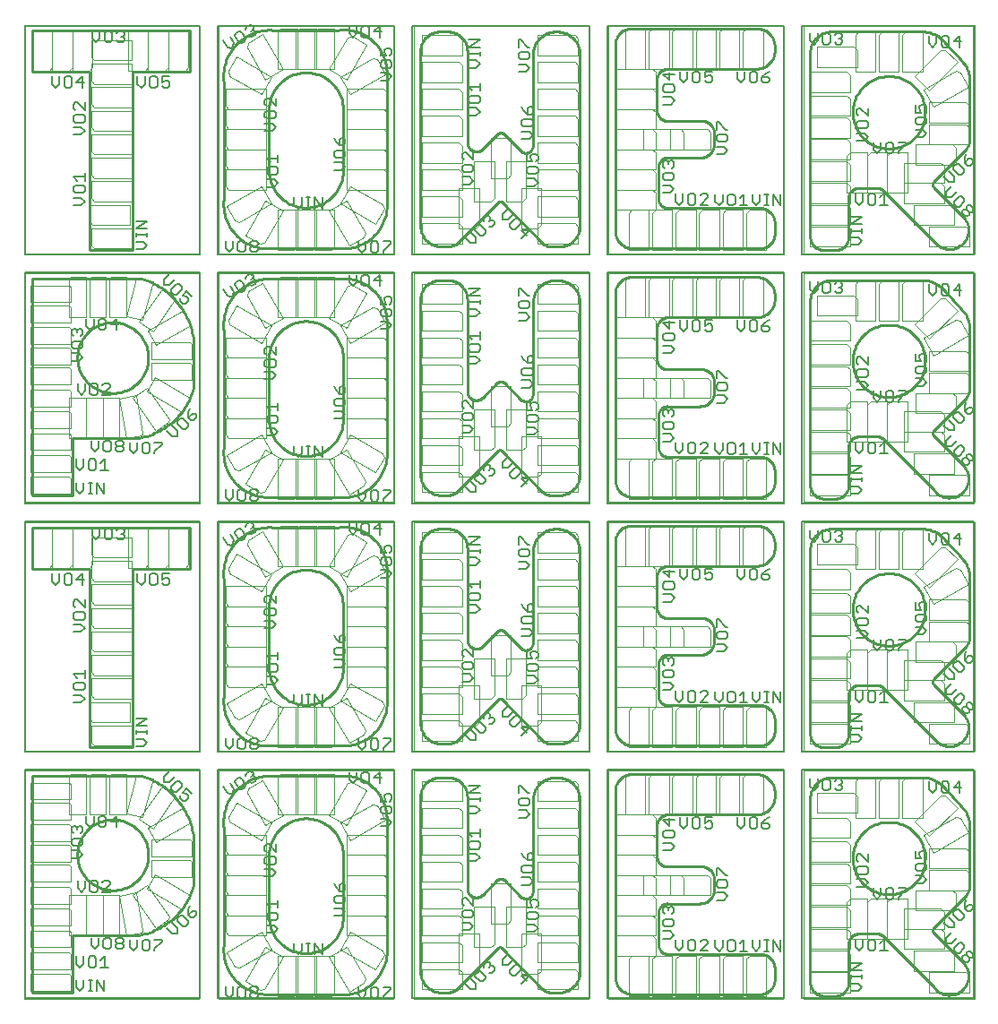
<source format=gto>
G75*
G70*
%OFA0B0*%
%FSLAX25Y25*%
%IPPOS*%
%LPD*%
%AMOC8*
5,1,8,0,0,1.08239X$1,22.5*
%
%ADD11C,0.01000*%
%ADD13C,0.00400*%
%ADD15C,0.00800*%
%ADD17C,0.00000*%
X0010000Y0010000D02*
G75*
%LPD*%
D17*
X0010000Y0010000D02*
X0010000Y0095000D01*
X0075000Y0095000D01*
X0075000Y0010000D01*
X0010000Y0010000D01*
D11*
X0013120Y0012500D02*
X0013120Y0093120D01*
X0053750Y0093120D01*
X0073120Y0070000D02*
X0073120Y0052500D01*
X0051870Y0033750D02*
X0028120Y0033750D01*
X0028120Y0012500D01*
X0013120Y0012500D01*
X0051870Y0033750D02*
X0052860Y0033910D01*
X0053840Y0034100D01*
X0054810Y0034330D01*
X0055780Y0034600D01*
X0056730Y0034910D01*
X0057670Y0035250D01*
X0058600Y0035630D01*
X0059510Y0036050D01*
X0060400Y0036500D01*
X0061270Y0036980D01*
X0062130Y0037510D01*
X0062960Y0038060D01*
X0063780Y0038640D01*
X0064560Y0039260D01*
X0065330Y0039910D01*
X0066070Y0040590D01*
X0066780Y0041290D01*
X0067460Y0042020D01*
X0068110Y0042780D01*
X0068730Y0043570D01*
X0069330Y0044370D01*
X0069880Y0045200D01*
X0070410Y0046060D01*
X0070900Y0046930D01*
X0071360Y0047820D01*
X0071790Y0048720D01*
X0072170Y0049650D01*
X0072520Y0050590D01*
X0072840Y0051540D01*
X0073110Y0052500D01*
X0073120Y0070000D02*
X0072990Y0071020D01*
X0072810Y0072040D01*
X0072610Y0073050D01*
X0072360Y0074050D01*
X0072070Y0075040D01*
X0071750Y0076020D01*
X0071390Y0076990D01*
X0071000Y0077940D01*
X0070560Y0078880D01*
X0070100Y0079800D01*
X0069600Y0080700D01*
X0069060Y0081580D01*
X0068490Y0082440D01*
X0067890Y0083280D01*
X0067260Y0084090D01*
X0066600Y0084880D01*
X0065900Y0085650D01*
X0065180Y0086390D01*
X0064440Y0087100D01*
X0063660Y0087780D01*
X0062860Y0088430D01*
X0062040Y0089050D01*
X0061190Y0089640D01*
X0060320Y0090200D01*
X0059440Y0090720D01*
X0058530Y0091210D01*
X0057600Y0091660D01*
X0056660Y0092080D01*
X0055700Y0092460D01*
X0054730Y0092810D01*
X0053750Y0093120D01*
X0029940Y0063750D02*
X0029960Y0064470D01*
X0030020Y0065190D01*
X0030120Y0065900D01*
X0030250Y0066610D01*
X0030430Y0067310D01*
X0030640Y0067990D01*
X0030890Y0068670D01*
X0031180Y0069330D01*
X0031500Y0069970D01*
X0031860Y0070600D01*
X0032250Y0071200D01*
X0032670Y0071790D01*
X0033130Y0072340D01*
X0033610Y0072880D01*
X0034120Y0073380D01*
X0034660Y0073860D01*
X0035230Y0074310D01*
X0035820Y0074720D01*
X0036430Y0075100D01*
X0037060Y0075450D01*
X0037700Y0075770D01*
X0038370Y0076040D01*
X0039050Y0076280D01*
X0039740Y0076490D01*
X0040440Y0076650D01*
X0041150Y0076780D01*
X0041860Y0076870D01*
X0042580Y0076920D01*
X0043300Y0076930D01*
X0044020Y0076900D01*
X0044740Y0076830D01*
X0045450Y0076720D01*
X0046150Y0076580D01*
X0046850Y0076390D01*
X0047530Y0076170D01*
X0048210Y0075910D01*
X0048860Y0075610D01*
X0049500Y0075280D01*
X0050120Y0074920D01*
X0050720Y0074520D01*
X0051300Y0074090D01*
X0051850Y0073620D01*
X0052380Y0073130D01*
X0052870Y0072610D01*
X0053340Y0072070D01*
X0053780Y0071500D01*
X0054190Y0070900D01*
X0054560Y0070290D01*
X0054900Y0069650D01*
X0055210Y0069000D01*
X0055480Y0068330D01*
X0055710Y0067650D01*
X0055900Y0066960D01*
X0056060Y0066260D01*
X0056180Y0065540D01*
X0056260Y0064830D01*
X0056300Y0064110D01*
X0056300Y0063390D01*
X0056260Y0062670D01*
X0056180Y0061960D01*
X0056060Y0061240D01*
X0055900Y0060540D01*
X0055710Y0059850D01*
X0055480Y0059170D01*
X0055210Y0058500D01*
X0054900Y0057850D01*
X0054560Y0057210D01*
X0054190Y0056600D01*
X0053780Y0056000D01*
X0053340Y0055430D01*
X0052870Y0054890D01*
X0052380Y0054370D01*
X0051850Y0053880D01*
X0051300Y0053410D01*
X0050720Y0052980D01*
X0050120Y0052580D01*
X0049500Y0052220D01*
X0048860Y0051890D01*
X0048210Y0051590D01*
X0047530Y0051330D01*
X0046850Y0051110D01*
X0046150Y0050920D01*
X0045450Y0050780D01*
X0044740Y0050670D01*
X0044020Y0050600D01*
X0043300Y0050570D01*
X0042580Y0050580D01*
X0041860Y0050630D01*
X0041150Y0050720D01*
X0040440Y0050850D01*
X0039740Y0051010D01*
X0039050Y0051220D01*
X0038370Y0051460D01*
X0037700Y0051730D01*
X0037060Y0052050D01*
X0036430Y0052400D01*
X0035820Y0052780D01*
X0035230Y0053190D01*
X0034660Y0053640D01*
X0034120Y0054120D01*
X0033610Y0054620D01*
X0033130Y0055160D01*
X0032670Y0055710D01*
X0032250Y0056300D01*
X0031860Y0056900D01*
X0031500Y0057530D01*
X0031180Y0058170D01*
X0030890Y0058830D01*
X0030640Y0059510D01*
X0030430Y0060190D01*
X0030250Y0060890D01*
X0030120Y0061600D01*
X0030020Y0062310D01*
X0029960Y0063030D01*
X0029940Y0063750D01*
D13*
X0027500Y0061250D02*
X0012500Y0061250D01*
X0012500Y0067500D01*
X0026870Y0067500D01*
X0027500Y0066870D01*
X0027500Y0061250D01*
X0026870Y0060000D02*
X0027500Y0059370D01*
X0027500Y0053750D01*
X0012500Y0053750D01*
X0012500Y0060000D01*
X0026870Y0060000D01*
X0026870Y0051870D02*
X0027500Y0051250D01*
X0027500Y0045620D01*
X0012500Y0045620D01*
X0012500Y0051870D01*
X0026870Y0051870D01*
X0026870Y0048750D02*
X0033120Y0048750D01*
X0033120Y0034370D01*
X0032500Y0033750D01*
X0026870Y0033750D01*
X0026870Y0048750D01*
X0026870Y0043750D02*
X0027500Y0043120D01*
X0027500Y0037500D01*
X0012500Y0037500D01*
X0012500Y0043750D01*
X0026870Y0043750D01*
X0033120Y0048750D02*
X0039370Y0048750D01*
X0039370Y0034370D01*
X0038750Y0033750D01*
X0033120Y0033750D01*
X0033120Y0048750D01*
X0039370Y0048750D02*
X0045620Y0048750D01*
X0045620Y0034370D01*
X0045000Y0033750D01*
X0039370Y0033750D01*
X0039370Y0048750D01*
X0045640Y0048540D02*
X0051790Y0049630D01*
X0054290Y0035470D01*
X0053780Y0034750D01*
X0048240Y0033770D01*
X0045640Y0048540D01*
X0050640Y0048830D02*
X0055760Y0052420D01*
X0064010Y0040640D01*
X0063860Y0039770D01*
X0059250Y0036540D01*
X0050640Y0048830D01*
X0055690Y0051040D02*
X0058810Y0056450D01*
X0071260Y0049270D01*
X0071490Y0048410D01*
X0068680Y0043540D01*
X0055690Y0051040D01*
X0057500Y0055620D02*
X0057500Y0061870D01*
X0071870Y0061870D01*
X0072500Y0061250D01*
X0072500Y0055620D01*
X0057500Y0055620D01*
X0057500Y0063120D02*
X0057500Y0069370D01*
X0071870Y0069370D01*
X0072500Y0068750D01*
X0072500Y0063120D01*
X0057500Y0063120D01*
X0059210Y0068310D02*
X0056090Y0073720D01*
X0068530Y0080910D01*
X0069390Y0080680D01*
X0072200Y0075810D01*
X0059210Y0068310D01*
X0058030Y0073460D02*
X0052910Y0077040D01*
X0061160Y0088820D01*
X0062030Y0088970D01*
X0066630Y0085750D01*
X0058030Y0073460D01*
X0054140Y0077670D02*
X0048100Y0079290D01*
X0051820Y0093180D01*
X0052580Y0093620D01*
X0058020Y0092160D01*
X0054140Y0077670D01*
X0048120Y0078750D02*
X0041870Y0078750D01*
X0041870Y0093120D01*
X0042500Y0093750D01*
X0048120Y0093750D01*
X0048120Y0078750D01*
X0040620Y0078750D02*
X0034370Y0078750D01*
X0034370Y0093120D01*
X0035000Y0093750D01*
X0040620Y0093750D01*
X0040620Y0078750D01*
X0033120Y0078750D02*
X0026870Y0078750D01*
X0026870Y0093120D01*
X0027500Y0093750D01*
X0033120Y0093750D01*
X0033120Y0078750D01*
X0027500Y0076870D02*
X0012500Y0076870D01*
X0012500Y0083120D01*
X0026870Y0083120D01*
X0027500Y0082500D01*
X0027500Y0076870D01*
X0026870Y0075000D02*
X0027500Y0074370D01*
X0027500Y0068750D01*
X0012500Y0068750D01*
X0012500Y0075000D01*
X0026870Y0075000D01*
X0027500Y0084370D02*
X0012500Y0084370D01*
X0012500Y0090620D01*
X0026870Y0090620D01*
X0027500Y0090000D01*
X0027500Y0084370D01*
X0026870Y0035620D02*
X0012500Y0035620D01*
X0012500Y0029370D01*
X0027500Y0029370D01*
X0027500Y0035000D01*
X0026870Y0035620D01*
X0026870Y0027500D02*
X0027500Y0026870D01*
X0027500Y0021250D01*
X0012500Y0021250D01*
X0012500Y0027500D01*
X0026870Y0027500D01*
X0026870Y0019370D02*
X0027500Y0018750D01*
X0027500Y0013120D01*
X0012500Y0013120D01*
X0012500Y0019370D01*
X0026870Y0019370D01*
D15*
X0029400Y0017230D02*
X0029400Y0014420D01*
X0030800Y0013020D01*
X0032200Y0014420D01*
X0032200Y0017230D01*
X0034000Y0017230D02*
X0035400Y0017230D01*
X0034700Y0017230D02*
X0034700Y0013020D01*
X0034000Y0013020D02*
X0035400Y0013020D01*
X0037070Y0013020D02*
X0037070Y0017230D01*
X0039870Y0013020D01*
X0039870Y0017230D01*
X0040010Y0021770D02*
X0040010Y0025980D01*
X0038600Y0024570D01*
X0036800Y0025270D02*
X0036100Y0025980D01*
X0034700Y0025980D01*
X0034000Y0025270D01*
X0034000Y0022470D01*
X0034700Y0021770D01*
X0036100Y0021770D01*
X0036800Y0022470D01*
X0036800Y0025270D01*
X0038600Y0021770D02*
X0041410Y0021770D01*
X0041730Y0028650D02*
X0040330Y0028650D01*
X0039630Y0029350D01*
X0039630Y0032150D01*
X0040330Y0032850D01*
X0041730Y0032850D01*
X0042430Y0032150D01*
X0042430Y0029350D01*
X0041730Y0028650D01*
X0044230Y0029350D02*
X0044230Y0030050D01*
X0044930Y0030750D01*
X0046330Y0030750D01*
X0047030Y0030050D01*
X0047030Y0029350D01*
X0046330Y0028650D01*
X0044930Y0028650D01*
X0044230Y0029350D01*
X0044930Y0030750D02*
X0044230Y0031450D01*
X0044230Y0032150D01*
X0044930Y0032850D01*
X0046330Y0032850D01*
X0047030Y0032150D01*
X0047030Y0031450D01*
X0046330Y0030750D01*
X0049400Y0029420D02*
X0050800Y0028020D01*
X0052200Y0029420D01*
X0052200Y0032230D01*
X0054000Y0031520D02*
X0054000Y0028720D01*
X0054700Y0028020D01*
X0056100Y0028020D01*
X0056800Y0028720D01*
X0056800Y0031520D01*
X0056100Y0032230D01*
X0054700Y0032230D01*
X0054000Y0031520D01*
X0049400Y0032230D02*
X0049400Y0029420D01*
X0058600Y0028720D02*
X0058600Y0028020D01*
X0058600Y0028720D02*
X0061410Y0031520D01*
X0061410Y0032230D01*
X0058600Y0032230D01*
X0063280Y0036400D02*
X0065260Y0034420D01*
X0067240Y0034420D01*
X0067240Y0036400D01*
X0065260Y0038380D01*
X0067030Y0039160D02*
X0069010Y0037180D01*
X0070000Y0037180D01*
X0070990Y0038170D01*
X0070990Y0039160D01*
X0069010Y0041140D01*
X0068020Y0041140D01*
X0067030Y0040150D01*
X0067030Y0039160D01*
X0071280Y0041430D02*
X0072760Y0042910D01*
X0073750Y0042910D01*
X0074250Y0042420D01*
X0074250Y0041430D01*
X0073260Y0040430D01*
X0072270Y0040430D01*
X0071280Y0041430D01*
X0071280Y0043410D01*
X0071770Y0044890D01*
X0044520Y0074020D02*
X0044520Y0078230D01*
X0042420Y0076120D01*
X0045220Y0076120D01*
X0040620Y0074720D02*
X0040620Y0077520D01*
X0039920Y0078230D01*
X0038510Y0078230D01*
X0037810Y0077520D01*
X0037810Y0074720D01*
X0038510Y0074020D01*
X0039920Y0074020D01*
X0040620Y0074720D01*
X0036010Y0075420D02*
X0036010Y0078230D01*
X0033210Y0078230D02*
X0033210Y0075420D01*
X0034610Y0074020D01*
X0036010Y0075420D01*
X0031970Y0073830D02*
X0031970Y0072430D01*
X0031270Y0071730D01*
X0031970Y0073830D02*
X0031270Y0074530D01*
X0030570Y0074530D01*
X0029870Y0073830D01*
X0029870Y0073130D01*
X0029870Y0073830D02*
X0029170Y0074530D01*
X0028470Y0074530D01*
X0027770Y0073830D01*
X0027770Y0072430D01*
X0028470Y0071730D01*
X0028470Y0069930D02*
X0027770Y0069230D01*
X0027770Y0067830D01*
X0028470Y0067130D01*
X0031270Y0067130D01*
X0031970Y0067830D01*
X0031970Y0069230D01*
X0031270Y0069930D01*
X0028470Y0069930D01*
X0027770Y0065320D02*
X0030570Y0065320D01*
X0031970Y0063920D01*
X0030570Y0062520D01*
X0027770Y0062520D01*
X0030020Y0054100D02*
X0030020Y0051300D01*
X0031420Y0049900D01*
X0032820Y0051300D01*
X0032820Y0054100D01*
X0034630Y0053400D02*
X0034630Y0050600D01*
X0035330Y0049900D01*
X0036730Y0049900D01*
X0037430Y0050600D01*
X0037430Y0053400D01*
X0036730Y0054100D01*
X0035330Y0054100D01*
X0034630Y0053400D01*
X0039230Y0053400D02*
X0039930Y0054100D01*
X0041330Y0054100D01*
X0042030Y0053400D01*
X0042030Y0052700D01*
X0039230Y0049900D01*
X0042030Y0049900D01*
X0037820Y0032850D02*
X0037820Y0030050D01*
X0036420Y0028650D01*
X0035020Y0030050D01*
X0035020Y0032850D01*
X0032200Y0025980D02*
X0032200Y0023170D01*
X0030800Y0021770D01*
X0029400Y0023170D01*
X0029400Y0025980D01*
X0069150Y0083840D02*
X0068160Y0084830D01*
X0068160Y0085820D01*
X0069150Y0086810D02*
X0070640Y0086310D01*
X0071130Y0085820D01*
X0071130Y0084830D01*
X0070140Y0083840D01*
X0069150Y0083840D01*
X0069150Y0086810D02*
X0070640Y0088300D01*
X0072620Y0086310D01*
X0068870Y0089070D02*
X0068870Y0090060D01*
X0067880Y0091060D01*
X0066890Y0091060D01*
X0064910Y0089070D01*
X0064910Y0088080D01*
X0065900Y0087090D01*
X0066890Y0087090D01*
X0068870Y0089070D01*
X0066110Y0092820D02*
X0064130Y0090840D01*
X0062150Y0090840D01*
X0062150Y0092820D01*
X0064130Y0094810D01*
D15*
X0010400Y0010400D02*
X0010400Y0095400D01*
X0010400Y0095400D02*
X0075400Y0095400D01*
X0075400Y0010400D01*
X0010400Y0010400D01*
X0082500Y0010000D02*
G75*
%LPD*%
D17*
X0082500Y0010000D02*
X0082500Y0095000D01*
X0147500Y0095000D01*
X0147500Y0010000D01*
X0082500Y0010000D01*
D11*
X0084370Y0030000D02*
X0084320Y0029210D01*
X0084300Y0028420D01*
X0084320Y0027630D01*
X0084380Y0026840D01*
X0084470Y0026050D01*
X0084600Y0025270D01*
X0084770Y0024500D01*
X0084980Y0023740D01*
X0085220Y0022980D01*
X0085490Y0022240D01*
X0085810Y0021520D01*
X0086150Y0020810D01*
X0086530Y0020110D01*
X0086940Y0019440D01*
X0087390Y0018780D01*
X0087860Y0018150D01*
X0088360Y0017540D01*
X0088890Y0016950D01*
X0089450Y0016390D01*
X0090040Y0015860D01*
X0090650Y0015360D01*
X0091280Y0014890D01*
X0091940Y0014440D01*
X0092610Y0014030D01*
X0093310Y0013650D01*
X0094020Y0013310D01*
X0094740Y0012990D01*
X0095480Y0012720D01*
X0096240Y0012480D01*
X0097000Y0012270D01*
X0097770Y0012100D01*
X0098550Y0011970D01*
X0099340Y0011880D01*
X0100130Y0011820D01*
X0100920Y0011800D01*
X0101710Y0011820D01*
X0102500Y0011870D01*
X0127500Y0011870D01*
X0127490Y0011870D02*
X0128290Y0011830D01*
X0129090Y0011820D01*
X0129890Y0011860D01*
X0130690Y0011930D01*
X0131480Y0012050D01*
X0132260Y0012200D01*
X0133040Y0012390D01*
X0133800Y0012620D01*
X0134560Y0012890D01*
X0135300Y0013190D01*
X0136020Y0013530D01*
X0136730Y0013900D01*
X0137410Y0014300D01*
X0138080Y0014740D01*
X0138730Y0015220D01*
X0139350Y0015720D01*
X0139940Y0016250D01*
X0140510Y0016810D01*
X0141050Y0017400D01*
X0141560Y0018020D01*
X0142050Y0018650D01*
X0142490Y0019310D01*
X0142910Y0020000D01*
X0143290Y0020700D01*
X0143640Y0021420D01*
X0143950Y0022150D01*
X0144230Y0022900D01*
X0144470Y0023670D01*
X0144670Y0024440D01*
X0144830Y0025220D01*
X0144960Y0026010D01*
X0145040Y0026810D01*
X0145090Y0027600D01*
X0145100Y0028400D01*
X0145070Y0029200D01*
X0145000Y0030000D01*
X0145000Y0076250D01*
X0145030Y0077030D01*
X0145020Y0077820D01*
X0144970Y0078600D01*
X0144880Y0079380D01*
X0144750Y0080160D01*
X0144590Y0080920D01*
X0144390Y0081680D01*
X0144150Y0082430D01*
X0143880Y0083170D01*
X0143570Y0083890D01*
X0143220Y0084600D01*
X0142840Y0085280D01*
X0142430Y0085950D01*
X0141990Y0086600D01*
X0141510Y0087230D01*
X0141010Y0087830D01*
X0140470Y0088400D01*
X0139910Y0088950D01*
X0139320Y0089470D01*
X0138710Y0089960D01*
X0138070Y0090430D01*
X0137420Y0090850D01*
X0136740Y0091250D01*
X0136040Y0091610D01*
X0135330Y0091940D01*
X0134600Y0092240D01*
X0133860Y0092490D01*
X0133110Y0092720D01*
X0132340Y0092900D01*
X0131570Y0093050D01*
X0130790Y0093160D01*
X0130010Y0093230D01*
X0129230Y0093260D01*
X0128440Y0093250D01*
X0127660Y0093210D01*
X0126880Y0093120D01*
X0126870Y0093120D02*
X0102500Y0093120D01*
X0101680Y0093150D01*
X0100860Y0093140D01*
X0100050Y0093090D01*
X0099230Y0093010D01*
X0098420Y0092880D01*
X0097620Y0092720D01*
X0096830Y0092520D01*
X0096050Y0092280D01*
X0095280Y0092000D01*
X0094520Y0091690D01*
X0093780Y0091350D01*
X0093050Y0090960D01*
X0092350Y0090550D01*
X0091670Y0090100D01*
X0091000Y0089620D01*
X0090370Y0089100D01*
X0089750Y0088560D01*
X0089170Y0087990D01*
X0088610Y0087390D01*
X0088080Y0086770D01*
X0087580Y0086120D01*
X0087110Y0085450D01*
X0086670Y0084760D01*
X0086270Y0084050D01*
X0085900Y0083320D01*
X0085570Y0082570D01*
X0085270Y0081810D01*
X0085010Y0081030D01*
X0084790Y0080240D01*
X0084600Y0079450D01*
X0084450Y0078640D01*
X0084340Y0077830D01*
X0084270Y0077010D01*
X0084240Y0076200D01*
X0084250Y0075380D01*
X0084300Y0074560D01*
X0084380Y0073750D01*
X0084370Y0073750D02*
X0084370Y0030000D01*
X0101250Y0039370D02*
X0101250Y0065000D01*
X0101360Y0065720D01*
X0101490Y0066450D01*
X0101670Y0067160D01*
X0101890Y0067860D01*
X0102140Y0068550D01*
X0102420Y0069230D01*
X0102750Y0069880D01*
X0103110Y0070530D01*
X0103500Y0071150D01*
X0103920Y0071750D01*
X0104380Y0072320D01*
X0104860Y0072870D01*
X0105370Y0073400D01*
X0105910Y0073900D01*
X0106480Y0074360D01*
X0107070Y0074800D01*
X0107680Y0075210D01*
X0108320Y0075580D01*
X0108970Y0075920D01*
X0109640Y0076220D01*
X0110320Y0076480D01*
X0111020Y0076710D01*
X0111730Y0076910D01*
X0112440Y0077060D01*
X0113170Y0077180D01*
X0113900Y0077260D01*
X0114630Y0077300D01*
X0115370Y0077300D01*
X0116100Y0077260D01*
X0116830Y0077180D01*
X0117560Y0077060D01*
X0118270Y0076910D01*
X0118980Y0076710D01*
X0119680Y0076480D01*
X0120360Y0076220D01*
X0121030Y0075920D01*
X0121680Y0075580D01*
X0122320Y0075210D01*
X0122930Y0074800D01*
X0123520Y0074360D01*
X0124090Y0073900D01*
X0124630Y0073400D01*
X0125140Y0072870D01*
X0125620Y0072320D01*
X0126080Y0071750D01*
X0126500Y0071150D01*
X0126890Y0070530D01*
X0127250Y0069880D01*
X0127580Y0069230D01*
X0127860Y0068550D01*
X0128110Y0067860D01*
X0128330Y0067160D01*
X0128510Y0066450D01*
X0128640Y0065720D01*
X0128750Y0065000D01*
X0128750Y0039370D01*
X0128640Y0038650D01*
X0128510Y0037920D01*
X0128330Y0037210D01*
X0128110Y0036510D01*
X0127860Y0035820D01*
X0127580Y0035140D01*
X0127250Y0034490D01*
X0126890Y0033840D01*
X0126500Y0033220D01*
X0126080Y0032620D01*
X0125620Y0032050D01*
X0125140Y0031500D01*
X0124630Y0030970D01*
X0124090Y0030470D01*
X0123520Y0030010D01*
X0122930Y0029570D01*
X0122320Y0029160D01*
X0121680Y0028790D01*
X0121030Y0028450D01*
X0120360Y0028150D01*
X0119680Y0027890D01*
X0118980Y0027660D01*
X0118270Y0027460D01*
X0117560Y0027310D01*
X0116830Y0027190D01*
X0116100Y0027110D01*
X0115370Y0027070D01*
X0114630Y0027070D01*
X0113900Y0027110D01*
X0113170Y0027190D01*
X0112440Y0027310D01*
X0111730Y0027460D01*
X0111020Y0027660D01*
X0110320Y0027890D01*
X0109640Y0028150D01*
X0108970Y0028450D01*
X0108320Y0028790D01*
X0107680Y0029160D01*
X0107070Y0029570D01*
X0106480Y0030010D01*
X0105910Y0030470D01*
X0105370Y0030970D01*
X0104860Y0031500D01*
X0104380Y0032050D01*
X0103920Y0032620D01*
X0103500Y0033220D01*
X0103110Y0033840D01*
X0102750Y0034490D01*
X0102420Y0035140D01*
X0102140Y0035820D01*
X0101890Y0036510D01*
X0101670Y0037210D01*
X0101490Y0037920D01*
X0101360Y0038650D01*
X0101250Y0039370D01*
D13*
X0100000Y0041250D02*
X0086250Y0041250D01*
X0085000Y0042500D01*
X0085000Y0048750D01*
X0100000Y0048750D01*
X0100000Y0041250D01*
X0100000Y0033750D01*
X0086250Y0033750D01*
X0085000Y0035000D01*
X0085000Y0041250D01*
X0100000Y0041250D01*
X0098370Y0035120D02*
X0102120Y0028620D01*
X0090210Y0021750D01*
X0088500Y0022210D01*
X0085380Y0027620D01*
X0098370Y0035120D01*
X0099870Y0029620D02*
X0106370Y0025870D01*
X0099490Y0013960D01*
X0097790Y0013500D01*
X0092370Y0016630D01*
X0099870Y0029620D01*
X0104370Y0026250D02*
X0111870Y0026250D01*
X0111870Y0012500D01*
X0110620Y0011250D01*
X0104370Y0011250D01*
X0104370Y0026250D01*
X0111250Y0026250D02*
X0118750Y0026250D01*
X0118750Y0012500D01*
X0117500Y0011250D01*
X0111250Y0011250D01*
X0111250Y0026250D01*
X0118120Y0026250D02*
X0125620Y0026250D01*
X0125620Y0012500D01*
X0124370Y0011250D01*
X0118120Y0011250D01*
X0118120Y0026250D01*
X0123620Y0025870D02*
X0130120Y0029620D01*
X0136990Y0017710D01*
X0136540Y0016000D01*
X0131120Y0012880D01*
X0123620Y0025870D01*
X0127880Y0028620D02*
X0131630Y0035120D01*
X0143530Y0028240D01*
X0143990Y0026540D01*
X0140870Y0021120D01*
X0127880Y0028620D01*
X0130000Y0033750D02*
X0130000Y0041250D01*
X0143750Y0041250D01*
X0145000Y0040000D01*
X0145000Y0033750D01*
X0130000Y0033750D01*
X0130000Y0041250D02*
X0130000Y0048750D01*
X0130000Y0056250D01*
X0130000Y0063750D01*
X0143750Y0063750D01*
X0145000Y0062500D01*
X0145000Y0056250D01*
X0130000Y0056250D01*
X0143750Y0056250D01*
X0145000Y0055000D01*
X0145000Y0048750D01*
X0130000Y0048750D01*
X0143750Y0048750D01*
X0145000Y0047500D01*
X0145000Y0041250D01*
X0130000Y0041250D01*
X0130000Y0063750D02*
X0130000Y0071250D01*
X0143750Y0071250D01*
X0145000Y0070000D01*
X0145000Y0063750D01*
X0130000Y0063750D01*
X0131630Y0069250D02*
X0127880Y0075740D01*
X0139780Y0082620D01*
X0141490Y0082160D01*
X0144620Y0076750D01*
X0131630Y0069250D01*
X0130120Y0074750D02*
X0123620Y0078500D01*
X0130500Y0090410D01*
X0132210Y0090870D01*
X0137620Y0087740D01*
X0130120Y0074750D01*
X0125620Y0078750D02*
X0118120Y0078750D01*
X0118120Y0092500D01*
X0119370Y0093750D01*
X0125620Y0093750D01*
X0125620Y0078750D01*
X0118750Y0078750D02*
X0111250Y0078750D01*
X0111250Y0092500D01*
X0112500Y0093750D01*
X0118750Y0093750D01*
X0118750Y0078750D01*
X0111870Y0078750D02*
X0104370Y0078750D01*
X0104370Y0092500D01*
X0105620Y0093750D01*
X0111870Y0093750D01*
X0111870Y0078750D01*
X0106370Y0078500D02*
X0099870Y0074750D01*
X0093000Y0086660D01*
X0093460Y0088370D01*
X0098870Y0091490D01*
X0106370Y0078500D01*
X0102120Y0075740D02*
X0098370Y0069250D01*
X0086460Y0076120D01*
X0086000Y0077830D01*
X0089130Y0083240D01*
X0102120Y0075740D01*
X0100000Y0071250D02*
X0100000Y0063750D01*
X0086250Y0063750D01*
X0085000Y0065000D01*
X0085000Y0071250D01*
X0100000Y0071250D01*
X0100000Y0063750D02*
X0100000Y0056250D01*
X0100000Y0048750D01*
X0086250Y0048750D01*
X0085000Y0050000D01*
X0085000Y0056250D01*
X0100000Y0056250D01*
X0086250Y0056250D01*
X0085000Y0057500D01*
X0085000Y0063750D01*
X0100000Y0063750D01*
D15*
X0100340Y0063050D02*
X0099640Y0062350D01*
X0099640Y0060950D01*
X0100340Y0060250D01*
X0103150Y0060250D01*
X0103850Y0060950D01*
X0103850Y0062350D01*
X0103150Y0063050D01*
X0100340Y0063050D01*
X0100340Y0064850D02*
X0099640Y0065560D01*
X0099640Y0066960D01*
X0100340Y0067660D01*
X0101040Y0067660D01*
X0103850Y0064850D01*
X0103850Y0067660D01*
X0102450Y0058450D02*
X0099640Y0058450D01*
X0099640Y0055650D02*
X0102450Y0055650D01*
X0103850Y0057050D01*
X0102450Y0058450D01*
X0104600Y0046780D02*
X0104600Y0043980D01*
X0104600Y0045380D02*
X0100390Y0045380D01*
X0101790Y0043980D01*
X0101090Y0042180D02*
X0100390Y0041480D01*
X0100390Y0040080D01*
X0101090Y0039380D01*
X0103900Y0039380D01*
X0104600Y0040080D01*
X0104600Y0041480D01*
X0103900Y0042180D01*
X0101090Y0042180D01*
X0100390Y0037570D02*
X0103200Y0037570D01*
X0104600Y0036170D01*
X0103200Y0034770D01*
X0100390Y0034770D01*
X0110620Y0030850D02*
X0110620Y0028050D01*
X0112020Y0026650D01*
X0113420Y0028050D01*
X0113420Y0030850D01*
X0115220Y0030850D02*
X0116620Y0030850D01*
X0115920Y0030850D02*
X0115920Y0026650D01*
X0115220Y0026650D02*
X0116620Y0026650D01*
X0118290Y0026650D02*
X0118290Y0030850D01*
X0121100Y0026650D01*
X0121100Y0030850D01*
X0125390Y0041020D02*
X0128200Y0041020D01*
X0129600Y0042420D01*
X0128200Y0043820D01*
X0125390Y0043820D01*
X0126090Y0045630D02*
X0128900Y0045630D01*
X0129600Y0046330D01*
X0129600Y0047730D01*
X0128900Y0048430D01*
X0126090Y0048430D01*
X0125390Y0047730D01*
X0125390Y0046330D01*
X0126090Y0045630D01*
X0127490Y0050230D02*
X0127490Y0052330D01*
X0128200Y0053030D01*
X0128900Y0053030D01*
X0129600Y0052330D01*
X0129600Y0050930D01*
X0128900Y0050230D01*
X0127490Y0050230D01*
X0126090Y0051630D01*
X0125390Y0053030D01*
X0142770Y0074400D02*
X0145570Y0074400D01*
X0146970Y0075800D01*
X0145570Y0077200D01*
X0142770Y0077200D01*
X0143470Y0079000D02*
X0146270Y0079000D01*
X0146970Y0079700D01*
X0146970Y0081100D01*
X0146270Y0081800D01*
X0143470Y0081800D01*
X0142770Y0081100D01*
X0142770Y0079700D01*
X0143470Y0079000D01*
X0142770Y0083600D02*
X0144870Y0083600D01*
X0144170Y0085010D01*
X0144170Y0085710D01*
X0144870Y0086410D01*
X0146270Y0086410D01*
X0146970Y0085710D01*
X0146970Y0084310D01*
X0146270Y0083600D01*
X0142770Y0083600D02*
X0142770Y0086410D01*
X0142330Y0090400D02*
X0142330Y0094600D01*
X0140230Y0092500D01*
X0143030Y0092500D01*
X0138430Y0091100D02*
X0138430Y0093900D01*
X0137730Y0094600D01*
X0136330Y0094600D01*
X0135630Y0093900D01*
X0135630Y0091100D01*
X0136330Y0090400D01*
X0137730Y0090400D01*
X0138430Y0091100D01*
X0133820Y0091800D02*
X0133820Y0094600D01*
X0131020Y0094600D02*
X0131020Y0091800D01*
X0132420Y0090400D01*
X0133820Y0091800D01*
X0096440Y0092150D02*
X0096190Y0091200D01*
X0094970Y0090500D01*
X0094020Y0090750D01*
X0092460Y0089850D02*
X0091060Y0092280D01*
X0090100Y0092540D01*
X0088890Y0091840D01*
X0088630Y0090880D01*
X0090030Y0088450D01*
X0090990Y0088200D01*
X0092200Y0088900D01*
X0092460Y0089850D01*
X0094530Y0092670D02*
X0095140Y0093020D01*
X0096090Y0092760D01*
X0096440Y0092150D01*
X0095140Y0093020D02*
X0095390Y0093980D01*
X0095040Y0094580D01*
X0094090Y0094840D01*
X0092870Y0094140D01*
X0092620Y0093180D01*
X0086720Y0090580D02*
X0088120Y0088160D01*
X0087610Y0086240D01*
X0085690Y0086760D01*
X0084290Y0089180D01*
X0085020Y0014730D02*
X0085020Y0011920D01*
X0086420Y0010520D01*
X0087820Y0011920D01*
X0087820Y0014730D01*
X0089630Y0014020D02*
X0089630Y0011220D01*
X0090330Y0010520D01*
X0091730Y0010520D01*
X0092430Y0011220D01*
X0092430Y0014020D01*
X0091730Y0014730D01*
X0090330Y0014730D01*
X0089630Y0014020D01*
X0094230Y0014020D02*
X0094230Y0013320D01*
X0094930Y0012620D01*
X0096330Y0012620D01*
X0097030Y0011920D01*
X0097030Y0011220D01*
X0096330Y0010520D01*
X0094930Y0010520D01*
X0094230Y0011220D01*
X0094230Y0011920D01*
X0094930Y0012620D01*
X0096330Y0012620D02*
X0097030Y0013320D01*
X0097030Y0014020D01*
X0096330Y0014730D01*
X0094930Y0014730D01*
X0094230Y0014020D01*
X0134460Y0014480D02*
X0134460Y0011670D01*
X0135860Y0010270D01*
X0137260Y0011670D01*
X0137260Y0014480D01*
X0139060Y0013770D02*
X0139060Y0010970D01*
X0139760Y0010270D01*
X0141170Y0010270D01*
X0141870Y0010970D01*
X0141870Y0013770D01*
X0141170Y0014480D01*
X0139760Y0014480D01*
X0139060Y0013770D01*
X0143670Y0014480D02*
X0146470Y0014480D01*
X0146470Y0013770D01*
X0143670Y0010970D01*
X0143670Y0010270D01*
D15*
X0082100Y0010400D02*
X0082100Y0095400D01*
X0147900Y0095400D01*
X0147900Y0010400D01*
X0082100Y0010400D01*
X0155000Y0010000D02*
G75*
%LPD*%
D17*
X0155000Y0010000D02*
X0155000Y0095000D01*
X0220000Y0095000D01*
X0220000Y0010000D01*
X0155000Y0010000D01*
D11*
X0157500Y0020500D02*
X0157500Y0085210D01*
X0157520Y0085730D01*
X0157570Y0086250D01*
X0157670Y0086760D01*
X0157800Y0087260D01*
X0157960Y0087760D01*
X0158160Y0088240D01*
X0158390Y0088700D01*
X0158660Y0089150D01*
X0158950Y0089580D01*
X0159280Y0089980D01*
X0159640Y0090360D01*
X0160020Y0090720D01*
X0160420Y0091050D01*
X0160850Y0091340D01*
X0161300Y0091610D01*
X0161760Y0091840D01*
X0162240Y0092040D01*
X0162740Y0092200D01*
X0163240Y0092330D01*
X0163750Y0092430D01*
X0164270Y0092480D01*
X0164790Y0092500D01*
X0167930Y0092500D01*
X0168430Y0092480D01*
X0168940Y0092430D01*
X0169430Y0092340D01*
X0169920Y0092210D01*
X0170400Y0092050D01*
X0170870Y0091860D01*
X0171320Y0091640D01*
X0171750Y0091380D01*
X0172170Y0091090D01*
X0172560Y0090770D01*
X0172930Y0090430D01*
X0173270Y0090060D01*
X0173590Y0089670D01*
X0173880Y0089250D01*
X0174140Y0088820D01*
X0174360Y0088370D01*
X0174550Y0087900D01*
X0174710Y0087420D01*
X0174840Y0086930D01*
X0174930Y0086440D01*
X0174980Y0085930D01*
X0175000Y0085430D01*
X0175000Y0051250D01*
X0174990Y0051250D02*
X0175010Y0050890D01*
X0175070Y0050530D01*
X0175160Y0050190D01*
X0175290Y0049850D01*
X0175460Y0049530D01*
X0175660Y0049230D01*
X0175890Y0048950D01*
X0176150Y0048700D01*
X0176440Y0048480D01*
X0176740Y0048290D01*
X0177070Y0048140D01*
X0177410Y0048020D01*
X0177760Y0047930D01*
X0178120Y0047890D01*
X0178480Y0047880D01*
X0178840Y0047910D01*
X0179190Y0047980D01*
X0179540Y0048090D01*
X0179870Y0048240D01*
X0180180Y0048410D01*
X0180470Y0048630D01*
X0180740Y0048870D01*
X0186170Y0054300D01*
X0186370Y0054480D01*
X0186600Y0054620D01*
X0186840Y0054730D01*
X0187100Y0054810D01*
X0187370Y0054850D01*
X0187630Y0054850D01*
X0187900Y0054810D01*
X0188160Y0054730D01*
X0188400Y0054620D01*
X0188630Y0054480D01*
X0188830Y0054300D01*
X0188820Y0054300D02*
X0194970Y0048150D01*
X0195190Y0047940D01*
X0195440Y0047770D01*
X0195710Y0047630D01*
X0195990Y0047520D01*
X0196290Y0047440D01*
X0196590Y0047400D01*
X0196890Y0047390D01*
X0197190Y0047420D01*
X0197490Y0047490D01*
X0197780Y0047590D01*
X0198050Y0047720D01*
X0198310Y0047880D01*
X0198540Y0048080D01*
X0198750Y0048290D01*
X0198940Y0048540D01*
X0199090Y0048800D01*
X0199210Y0049080D01*
X0199300Y0049370D01*
X0199350Y0049670D01*
X0199370Y0049970D01*
X0199370Y0084090D01*
X0199390Y0084640D01*
X0199440Y0085190D01*
X0199530Y0085730D01*
X0199660Y0086270D01*
X0199820Y0086790D01*
X0200010Y0087310D01*
X0200240Y0087810D01*
X0200500Y0088300D01*
X0200790Y0088760D01*
X0201110Y0089210D01*
X0201460Y0089640D01*
X0201830Y0090040D01*
X0202230Y0090410D01*
X0202660Y0090760D01*
X0203110Y0091080D01*
X0203580Y0091370D01*
X0204060Y0091630D01*
X0204560Y0091860D01*
X0205080Y0092050D01*
X0205600Y0092210D01*
X0206140Y0092340D01*
X0206680Y0092430D01*
X0207230Y0092480D01*
X0207780Y0092500D01*
X0208460Y0092500D01*
X0209010Y0092480D01*
X0209560Y0092430D01*
X0210100Y0092340D01*
X0210640Y0092210D01*
X0211160Y0092050D01*
X0211680Y0091860D01*
X0212180Y0091630D01*
X0212670Y0091370D01*
X0213130Y0091080D01*
X0213580Y0090760D01*
X0214010Y0090410D01*
X0214410Y0090040D01*
X0214780Y0089640D01*
X0215130Y0089210D01*
X0215450Y0088760D01*
X0215740Y0088300D01*
X0216000Y0087810D01*
X0216230Y0087310D01*
X0216420Y0086790D01*
X0216580Y0086270D01*
X0216710Y0085730D01*
X0216800Y0085190D01*
X0216850Y0084640D01*
X0216870Y0084090D01*
X0216870Y0020230D01*
X0216850Y0019680D01*
X0216790Y0019130D01*
X0216690Y0018590D01*
X0216560Y0018050D01*
X0216380Y0017530D01*
X0216170Y0017020D01*
X0215920Y0016530D01*
X0215640Y0016050D01*
X0215330Y0015600D01*
X0214980Y0015170D01*
X0214610Y0014760D01*
X0214200Y0014390D01*
X0213770Y0014040D01*
X0213320Y0013730D01*
X0212840Y0013450D01*
X0212350Y0013200D01*
X0211840Y0012990D01*
X0211320Y0012810D01*
X0210780Y0012680D01*
X0210240Y0012580D01*
X0209690Y0012520D01*
X0209140Y0012500D01*
X0206390Y0012500D01*
X0202940Y0013930D02*
X0187680Y0029190D01*
X0187690Y0029200D02*
X0187590Y0029270D01*
X0187480Y0029330D01*
X0187360Y0029370D01*
X0187240Y0029380D01*
X0186610Y0029110D02*
X0171830Y0014330D01*
X0167410Y0012500D02*
X0165500Y0012500D01*
X0167410Y0012500D02*
X0167900Y0012520D01*
X0168390Y0012580D01*
X0168870Y0012670D01*
X0169340Y0012810D01*
X0169800Y0012980D01*
X0170250Y0013180D01*
X0170680Y0013420D01*
X0171080Y0013690D01*
X0171470Y0014000D01*
X0171830Y0014330D01*
X0165500Y0012500D02*
X0164950Y0012520D01*
X0164410Y0012570D01*
X0163870Y0012670D01*
X0163340Y0012800D01*
X0162820Y0012960D01*
X0162310Y0013160D01*
X0161820Y0013400D01*
X0161340Y0013660D01*
X0160890Y0013960D01*
X0160450Y0014290D01*
X0160040Y0014650D01*
X0159650Y0015040D01*
X0159290Y0015450D01*
X0158960Y0015890D01*
X0158660Y0016340D01*
X0158400Y0016820D01*
X0158160Y0017310D01*
X0157960Y0017820D01*
X0157800Y0018340D01*
X0157670Y0018870D01*
X0157570Y0019410D01*
X0157520Y0019950D01*
X0157500Y0020500D01*
X0186620Y0029110D02*
X0186750Y0029220D01*
X0186900Y0029300D01*
X0187070Y0029350D01*
X0187240Y0029370D01*
X0202940Y0013930D02*
X0203250Y0013640D01*
X0203590Y0013380D01*
X0203950Y0013150D01*
X0204330Y0012960D01*
X0204720Y0012790D01*
X0205130Y0012670D01*
X0205540Y0012570D01*
X0205960Y0012520D01*
X0206390Y0012500D01*
D13*
X0201250Y0013750D02*
X0201250Y0021250D01*
X0215000Y0021250D01*
X0216250Y0020000D01*
X0216250Y0013750D01*
X0201250Y0013750D01*
X0201250Y0019370D02*
X0202500Y0020620D01*
X0202500Y0034370D01*
X0195000Y0034370D01*
X0195000Y0019370D01*
X0201250Y0019370D01*
X0201250Y0023750D02*
X0201250Y0031250D01*
X0215000Y0031250D01*
X0216250Y0030000D01*
X0216250Y0023750D01*
X0201250Y0023750D01*
X0195620Y0029370D02*
X0196870Y0030620D01*
X0196870Y0044370D01*
X0189370Y0044370D01*
X0189370Y0029370D01*
X0195620Y0029370D01*
X0201250Y0033750D02*
X0201250Y0041250D01*
X0215000Y0041250D01*
X0216250Y0040000D01*
X0216250Y0033750D01*
X0201250Y0033750D01*
X0201250Y0043750D02*
X0201250Y0051250D01*
X0215000Y0051250D01*
X0216250Y0050000D01*
X0216250Y0043750D01*
X0201250Y0043750D01*
X0201250Y0053750D02*
X0201250Y0061250D01*
X0215000Y0061250D01*
X0216250Y0060000D01*
X0216250Y0053750D01*
X0201250Y0053750D01*
X0201250Y0063750D02*
X0201250Y0071250D01*
X0215000Y0071250D01*
X0216250Y0070000D01*
X0216250Y0063750D01*
X0201250Y0063750D01*
X0201250Y0073750D02*
X0201250Y0081250D01*
X0215000Y0081250D01*
X0216250Y0080000D01*
X0216250Y0073750D01*
X0201250Y0073750D01*
X0201250Y0083750D02*
X0201250Y0091250D01*
X0215000Y0091250D01*
X0216250Y0090000D01*
X0216250Y0083750D01*
X0201250Y0083750D01*
X0191250Y0053120D02*
X0183750Y0053120D01*
X0183750Y0038120D01*
X0190000Y0038120D01*
X0191250Y0039370D01*
X0191250Y0053120D01*
X0185000Y0044370D02*
X0185000Y0030620D01*
X0183750Y0029370D01*
X0177500Y0029370D01*
X0177500Y0044370D01*
X0185000Y0044370D01*
X0179370Y0034370D02*
X0179370Y0020620D01*
X0178120Y0019370D01*
X0171870Y0019370D01*
X0171870Y0034370D01*
X0179370Y0034370D01*
X0173120Y0033750D02*
X0158120Y0033750D01*
X0158120Y0041250D01*
X0171870Y0041250D01*
X0173120Y0040000D01*
X0173120Y0033750D01*
X0171870Y0031250D02*
X0173120Y0030000D01*
X0173120Y0023750D01*
X0158120Y0023750D01*
X0158120Y0031250D01*
X0171870Y0031250D01*
X0171870Y0021250D02*
X0173120Y0020000D01*
X0173120Y0013750D01*
X0158120Y0013750D01*
X0158120Y0021250D01*
X0171870Y0021250D01*
X0173120Y0043750D02*
X0158120Y0043750D01*
X0158120Y0051250D01*
X0171870Y0051250D01*
X0173120Y0050000D01*
X0173120Y0043750D01*
X0173120Y0053750D02*
X0158120Y0053750D01*
X0158120Y0061250D01*
X0171870Y0061250D01*
X0173120Y0060000D01*
X0173120Y0053750D01*
X0173120Y0063750D02*
X0158120Y0063750D01*
X0158120Y0071250D01*
X0171870Y0071250D01*
X0173120Y0070000D01*
X0173120Y0063750D01*
X0173120Y0073750D02*
X0158120Y0073750D01*
X0158120Y0081250D01*
X0171870Y0081250D01*
X0173120Y0080000D01*
X0173120Y0073750D01*
X0173120Y0083750D02*
X0158120Y0083750D01*
X0158120Y0091250D01*
X0171870Y0091250D01*
X0173120Y0090000D01*
X0173120Y0083750D01*
D15*
X0175520Y0083720D02*
X0175520Y0085120D01*
X0175520Y0084420D02*
X0179720Y0084420D01*
X0179720Y0083720D02*
X0179720Y0085120D01*
X0179720Y0086790D02*
X0175520Y0086790D01*
X0179720Y0089600D01*
X0175520Y0089600D01*
X0175520Y0081920D02*
X0178320Y0081920D01*
X0179720Y0080520D01*
X0178320Y0079120D01*
X0175520Y0079120D01*
X0179720Y0073350D02*
X0179720Y0070540D01*
X0179720Y0071940D02*
X0175520Y0071940D01*
X0176920Y0070540D01*
X0176220Y0068740D02*
X0175520Y0068040D01*
X0175520Y0066640D01*
X0176220Y0065940D01*
X0179020Y0065940D01*
X0179720Y0066640D01*
X0179720Y0068040D01*
X0179020Y0068740D01*
X0176220Y0068740D01*
X0175520Y0064140D02*
X0178320Y0064140D01*
X0179720Y0062740D01*
X0178320Y0061330D01*
X0175520Y0061330D01*
X0174420Y0047720D02*
X0173720Y0047720D01*
X0173020Y0047020D01*
X0173020Y0045620D01*
X0173720Y0044920D01*
X0173720Y0043120D02*
X0173020Y0042420D01*
X0173020Y0041010D01*
X0173720Y0040310D01*
X0176520Y0040310D01*
X0177220Y0041010D01*
X0177220Y0042420D01*
X0176520Y0043120D01*
X0173720Y0043120D01*
X0177220Y0044920D02*
X0174420Y0047720D01*
X0177220Y0047720D02*
X0177220Y0044920D01*
X0175820Y0038510D02*
X0173020Y0038510D01*
X0173020Y0035710D02*
X0175820Y0035710D01*
X0177220Y0037110D01*
X0175820Y0038510D01*
X0182170Y0023860D02*
X0183160Y0023860D01*
X0183650Y0023360D01*
X0183650Y0022370D01*
X0184640Y0022370D01*
X0185140Y0021870D01*
X0185140Y0020880D01*
X0184150Y0019890D01*
X0183160Y0019890D01*
X0181880Y0018620D02*
X0179900Y0020600D01*
X0178910Y0020600D01*
X0177920Y0019610D01*
X0177920Y0018620D01*
X0179900Y0016640D01*
X0180890Y0016640D01*
X0181880Y0017630D01*
X0181880Y0018620D01*
X0181180Y0021870D02*
X0181180Y0022860D01*
X0182170Y0023860D01*
X0183650Y0022370D02*
X0183160Y0021870D01*
X0188070Y0022670D02*
X0190050Y0022670D01*
X0192030Y0024650D01*
X0192810Y0022880D02*
X0190830Y0020900D01*
X0190830Y0019910D01*
X0191820Y0018920D01*
X0192810Y0018920D01*
X0194790Y0020900D01*
X0194790Y0021890D01*
X0193800Y0022880D01*
X0192810Y0022880D01*
X0190050Y0026630D02*
X0188070Y0024650D01*
X0188070Y0022670D01*
X0195070Y0018630D02*
X0197060Y0016650D01*
X0198050Y0018630D02*
X0195070Y0018630D01*
X0195070Y0015660D02*
X0198050Y0018630D01*
X0197140Y0035020D02*
X0199950Y0035020D01*
X0201350Y0036420D01*
X0199950Y0037820D01*
X0197140Y0037820D01*
X0197840Y0039630D02*
X0200650Y0039630D01*
X0201350Y0040330D01*
X0201350Y0041730D01*
X0200650Y0042430D01*
X0197840Y0042430D01*
X0197140Y0041730D01*
X0197140Y0040330D01*
X0197840Y0039630D01*
X0197140Y0044230D02*
X0199240Y0044230D01*
X0198540Y0045630D01*
X0198540Y0046330D01*
X0199240Y0047030D01*
X0200650Y0047030D01*
X0201350Y0046330D01*
X0201350Y0044930D01*
X0200650Y0044230D01*
X0197140Y0044230D02*
X0197140Y0047030D01*
X0198070Y0052520D02*
X0195270Y0052520D01*
X0198070Y0052520D02*
X0199470Y0053920D01*
X0198070Y0055320D01*
X0195270Y0055320D01*
X0195970Y0057130D02*
X0195270Y0057830D01*
X0195270Y0059230D01*
X0195970Y0059930D01*
X0198770Y0059930D01*
X0199470Y0059230D01*
X0199470Y0057830D01*
X0198770Y0057130D01*
X0195970Y0057130D01*
X0197370Y0061730D02*
X0197370Y0063830D01*
X0198070Y0064530D01*
X0198770Y0064530D01*
X0199470Y0063830D01*
X0199470Y0062430D01*
X0198770Y0061730D01*
X0197370Y0061730D01*
X0195970Y0063130D01*
X0195270Y0064530D01*
X0194020Y0077520D02*
X0196820Y0077520D01*
X0198220Y0078920D01*
X0196820Y0080320D01*
X0194020Y0080320D01*
X0194720Y0082130D02*
X0197520Y0082130D01*
X0198220Y0082830D01*
X0198220Y0084230D01*
X0197520Y0084930D01*
X0194720Y0084930D01*
X0194020Y0084230D01*
X0194020Y0082830D01*
X0194720Y0082130D01*
X0194020Y0086730D02*
X0194020Y0089530D01*
X0194720Y0089530D01*
X0197520Y0086730D01*
X0198220Y0086730D01*
X0176150Y0017840D02*
X0178130Y0015860D01*
X0178130Y0013880D01*
X0176150Y0013880D01*
X0174170Y0015860D01*
D15*
X0154600Y0010400D02*
X0154600Y0095400D01*
X0220400Y0095400D01*
X0220400Y0010400D01*
X0154600Y0010400D01*
X0227500Y0010000D02*
G75*
%LPD*%
D17*
X0227500Y0010000D02*
X0227500Y0095000D01*
X0292500Y0095000D01*
X0292500Y0010000D01*
X0227500Y0010000D01*
D11*
X0236250Y0011870D02*
X0284000Y0011870D01*
X0284440Y0011890D01*
X0284890Y0011940D01*
X0285320Y0012030D01*
X0285750Y0012160D01*
X0286160Y0012320D01*
X0286560Y0012520D01*
X0286940Y0012750D01*
X0287300Y0013000D01*
X0287640Y0013290D01*
X0287960Y0013610D01*
X0288250Y0013950D01*
X0288500Y0014310D01*
X0288730Y0014690D01*
X0288930Y0015090D01*
X0289090Y0015500D01*
X0289220Y0015930D01*
X0289310Y0016360D01*
X0289360Y0016810D01*
X0289380Y0017250D01*
X0289370Y0017250D02*
X0289370Y0021500D01*
X0289380Y0021500D02*
X0289360Y0021940D01*
X0289310Y0022390D01*
X0289220Y0022820D01*
X0289090Y0023250D01*
X0288930Y0023660D01*
X0288730Y0024060D01*
X0288500Y0024440D01*
X0288250Y0024800D01*
X0287960Y0025140D01*
X0287640Y0025460D01*
X0287300Y0025750D01*
X0286940Y0026000D01*
X0286560Y0026230D01*
X0286160Y0026430D01*
X0285750Y0026590D01*
X0285320Y0026720D01*
X0284890Y0026810D01*
X0284440Y0026860D01*
X0284000Y0026880D01*
X0284000Y0026870D02*
X0249370Y0026870D01*
X0249040Y0026890D01*
X0248720Y0026940D01*
X0248400Y0027020D01*
X0248100Y0027140D01*
X0247810Y0027290D01*
X0247530Y0027470D01*
X0247280Y0027670D01*
X0247040Y0027910D01*
X0246840Y0028160D01*
X0246660Y0028440D01*
X0246510Y0028730D01*
X0246390Y0029030D01*
X0246310Y0029350D01*
X0246260Y0029670D01*
X0246240Y0030000D01*
X0246250Y0030000D02*
X0246250Y0042500D01*
X0246240Y0042500D02*
X0246260Y0042830D01*
X0246310Y0043150D01*
X0246390Y0043470D01*
X0246510Y0043770D01*
X0246660Y0044070D01*
X0246840Y0044340D01*
X0247040Y0044590D01*
X0247280Y0044830D01*
X0247530Y0045030D01*
X0247810Y0045210D01*
X0248100Y0045360D01*
X0248400Y0045480D01*
X0248720Y0045560D01*
X0249040Y0045610D01*
X0249370Y0045630D01*
X0249370Y0045620D02*
X0261500Y0045620D01*
X0261940Y0045640D01*
X0262390Y0045690D01*
X0262820Y0045780D01*
X0263250Y0045910D01*
X0263660Y0046070D01*
X0264060Y0046270D01*
X0264440Y0046500D01*
X0264800Y0046750D01*
X0265140Y0047040D01*
X0265460Y0047360D01*
X0265750Y0047700D01*
X0266000Y0048060D01*
X0266230Y0048440D01*
X0266430Y0048840D01*
X0266590Y0049250D01*
X0266720Y0049680D01*
X0266810Y0050110D01*
X0266860Y0050560D01*
X0266880Y0051000D01*
X0266870Y0051000D02*
X0266870Y0054610D01*
X0266850Y0055020D01*
X0266800Y0055440D01*
X0266710Y0055840D01*
X0266580Y0056240D01*
X0266420Y0056620D01*
X0266230Y0056990D01*
X0266010Y0057340D01*
X0265760Y0057670D01*
X0265480Y0057980D01*
X0265170Y0058260D01*
X0264840Y0058510D01*
X0264490Y0058730D01*
X0264120Y0058920D01*
X0263740Y0059080D01*
X0263340Y0059210D01*
X0262940Y0059300D01*
X0262520Y0059350D01*
X0262110Y0059370D01*
X0249270Y0059370D01*
X0249270Y0059380D02*
X0248890Y0059400D01*
X0248510Y0059460D01*
X0248150Y0059560D01*
X0247790Y0059690D01*
X0247450Y0059870D01*
X0247130Y0060080D01*
X0246830Y0060310D01*
X0246560Y0060580D01*
X0246330Y0060880D01*
X0246120Y0061200D01*
X0245940Y0061540D01*
X0245810Y0061900D01*
X0245710Y0062260D01*
X0245650Y0062640D01*
X0245630Y0063020D01*
X0245620Y0063020D02*
X0245620Y0074740D01*
X0245640Y0075130D01*
X0245700Y0075520D01*
X0245790Y0075900D01*
X0245920Y0076270D01*
X0246090Y0076630D01*
X0246290Y0076960D01*
X0246530Y0077280D01*
X0246790Y0077570D01*
X0247080Y0077830D01*
X0247400Y0078070D01*
X0247730Y0078270D01*
X0248090Y0078440D01*
X0248460Y0078570D01*
X0248840Y0078660D01*
X0249230Y0078720D01*
X0249620Y0078740D01*
X0249620Y0078750D02*
X0282730Y0078750D01*
X0283230Y0078770D01*
X0283720Y0078820D01*
X0284210Y0078920D01*
X0284690Y0079040D01*
X0285160Y0079210D01*
X0285610Y0079410D01*
X0286050Y0079640D01*
X0286470Y0079900D01*
X0286870Y0080200D01*
X0287250Y0080520D01*
X0287600Y0080870D01*
X0287920Y0081250D01*
X0288220Y0081650D01*
X0288480Y0082070D01*
X0288710Y0082510D01*
X0288910Y0082960D01*
X0289080Y0083430D01*
X0289200Y0083910D01*
X0289300Y0084400D01*
X0289350Y0084890D01*
X0289370Y0085390D01*
X0289370Y0086990D01*
X0289350Y0087500D01*
X0289290Y0088000D01*
X0289200Y0088490D01*
X0289070Y0088980D01*
X0288900Y0089460D01*
X0288700Y0089920D01*
X0288460Y0090370D01*
X0288200Y0090800D01*
X0287900Y0091200D01*
X0287570Y0091590D01*
X0287210Y0091950D01*
X0286820Y0092280D01*
X0286420Y0092580D01*
X0285990Y0092840D01*
X0285540Y0093080D01*
X0285080Y0093280D01*
X0284600Y0093450D01*
X0284110Y0093580D01*
X0283620Y0093670D01*
X0283120Y0093730D01*
X0282610Y0093750D01*
X0236250Y0093750D01*
X0235760Y0093730D01*
X0235270Y0093670D01*
X0234790Y0093580D01*
X0234320Y0093440D01*
X0233860Y0093270D01*
X0233410Y0093070D01*
X0232980Y0092830D01*
X0232580Y0092560D01*
X0232190Y0092250D01*
X0231830Y0091920D01*
X0231500Y0091560D01*
X0231190Y0091170D01*
X0230920Y0090770D01*
X0230680Y0090340D01*
X0230480Y0089890D01*
X0230310Y0089430D01*
X0230170Y0088960D01*
X0230080Y0088480D01*
X0230020Y0087990D01*
X0230000Y0087500D01*
X0230000Y0018750D01*
X0230000Y0018740D02*
X0229990Y0018250D01*
X0230020Y0017760D01*
X0230090Y0017270D01*
X0230200Y0016790D01*
X0230340Y0016320D01*
X0230510Y0015860D01*
X0230720Y0015420D01*
X0230960Y0014990D01*
X0231230Y0014580D01*
X0231540Y0014200D01*
X0231870Y0013830D01*
X0232220Y0013490D01*
X0232600Y0013180D01*
X0233010Y0012900D01*
X0233430Y0012650D01*
X0233870Y0012440D01*
X0234330Y0012250D01*
X0234800Y0012100D01*
X0235270Y0011990D01*
X0235760Y0011910D01*
X0236250Y0011870D01*
D13*
X0235000Y0011250D02*
X0235000Y0025000D01*
X0236250Y0026250D01*
X0242500Y0026250D01*
X0242500Y0011250D01*
X0235000Y0011250D01*
X0243750Y0011250D02*
X0243750Y0025000D01*
X0245000Y0026250D01*
X0230000Y0026250D01*
X0230000Y0033750D01*
X0243750Y0033750D01*
X0245000Y0032500D01*
X0245000Y0026250D01*
X0251250Y0026250D01*
X0251250Y0011250D01*
X0243750Y0011250D01*
X0252500Y0011250D02*
X0252500Y0025000D01*
X0253750Y0026250D01*
X0260000Y0026250D01*
X0260000Y0011250D01*
X0252500Y0011250D01*
X0261250Y0011250D02*
X0261250Y0025000D01*
X0262500Y0026250D01*
X0268750Y0026250D01*
X0268750Y0011250D01*
X0261250Y0011250D01*
X0270000Y0011250D02*
X0270000Y0025000D01*
X0271250Y0026250D01*
X0277500Y0026250D01*
X0277500Y0011250D01*
X0270000Y0011250D01*
X0278750Y0011250D02*
X0278750Y0025000D01*
X0280000Y0026250D01*
X0286250Y0026250D01*
X0286250Y0011250D01*
X0278750Y0011250D01*
X0245000Y0033750D02*
X0230000Y0033750D01*
X0230000Y0041250D01*
X0243750Y0041250D01*
X0245000Y0040000D01*
X0245000Y0033750D01*
X0245000Y0041250D02*
X0230000Y0041250D01*
X0230000Y0048750D01*
X0230000Y0056250D01*
X0243750Y0056250D01*
X0245000Y0055000D01*
X0245000Y0048750D01*
X0230000Y0048750D01*
X0243750Y0048750D01*
X0245000Y0047500D01*
X0245000Y0041250D01*
X0240620Y0048750D02*
X0240620Y0056250D01*
X0254370Y0056250D01*
X0255620Y0055000D01*
X0255620Y0048750D01*
X0240620Y0048750D01*
X0245000Y0056250D02*
X0230000Y0056250D01*
X0230000Y0063750D01*
X0243750Y0063750D01*
X0245000Y0062500D01*
X0245000Y0056250D01*
X0250620Y0056250D02*
X0264370Y0056250D01*
X0265620Y0055000D01*
X0265620Y0048750D01*
X0250620Y0048750D01*
X0250620Y0056250D01*
X0245000Y0063750D02*
X0230000Y0063750D01*
X0230000Y0071250D01*
X0243750Y0071250D01*
X0245000Y0070000D01*
X0245000Y0063750D01*
X0245000Y0071250D02*
X0230000Y0071250D01*
X0230000Y0078750D01*
X0243750Y0078750D01*
X0245000Y0077500D01*
X0245000Y0071250D01*
X0242500Y0078750D02*
X0242500Y0092500D01*
X0243750Y0093750D01*
X0250000Y0093750D01*
X0250000Y0078750D01*
X0242500Y0078750D01*
X0241250Y0078750D02*
X0233750Y0078750D01*
X0233750Y0092500D01*
X0235000Y0093750D01*
X0241250Y0093750D01*
X0241250Y0078750D01*
X0251250Y0078750D02*
X0251250Y0092500D01*
X0252500Y0093750D01*
X0258750Y0093750D01*
X0258750Y0078750D01*
X0251250Y0078750D01*
X0260000Y0078750D02*
X0260000Y0092500D01*
X0261250Y0093750D01*
X0267500Y0093750D01*
X0267500Y0078750D01*
X0260000Y0078750D01*
X0268750Y0078750D02*
X0268750Y0092500D01*
X0270000Y0093750D01*
X0276250Y0093750D01*
X0276250Y0078750D01*
X0268750Y0078750D01*
X0277500Y0078750D02*
X0277500Y0092500D01*
X0278750Y0093750D01*
X0285000Y0093750D01*
X0285000Y0078750D01*
X0277500Y0078750D01*
D15*
X0278200Y0077730D02*
X0278200Y0074920D01*
X0276800Y0073520D01*
X0275400Y0074920D01*
X0275400Y0077730D01*
X0280000Y0077020D02*
X0280000Y0074220D01*
X0280700Y0073520D01*
X0282100Y0073520D01*
X0282800Y0074220D01*
X0282800Y0077020D01*
X0282100Y0077730D01*
X0280700Y0077730D01*
X0280000Y0077020D01*
X0284600Y0075620D02*
X0284600Y0074220D01*
X0285310Y0073520D01*
X0286710Y0073520D01*
X0287410Y0074220D01*
X0287410Y0074920D01*
X0286710Y0075620D01*
X0284600Y0075620D01*
X0286010Y0077020D01*
X0287410Y0077730D01*
X0268470Y0058910D02*
X0271270Y0056100D01*
X0271970Y0056100D01*
X0271270Y0054300D02*
X0268470Y0054300D01*
X0267770Y0053600D01*
X0267770Y0052200D01*
X0268470Y0051500D01*
X0271270Y0051500D01*
X0271970Y0052200D01*
X0271970Y0053600D01*
X0271270Y0054300D01*
X0267770Y0056100D02*
X0267770Y0058910D01*
X0268470Y0058910D01*
X0267770Y0049700D02*
X0270570Y0049700D01*
X0271970Y0048300D01*
X0270570Y0046900D01*
X0267770Y0046900D01*
X0263830Y0032230D02*
X0262430Y0032230D01*
X0261730Y0031520D01*
X0263830Y0032230D02*
X0264530Y0031520D01*
X0264530Y0030820D01*
X0261730Y0028020D01*
X0264530Y0028020D01*
X0267270Y0029300D02*
X0268670Y0027900D01*
X0270070Y0029300D01*
X0270070Y0032100D01*
X0271880Y0031400D02*
X0271880Y0028600D01*
X0272580Y0027900D01*
X0273980Y0027900D01*
X0274680Y0028600D01*
X0274680Y0031400D01*
X0273980Y0032100D01*
X0272580Y0032100D01*
X0271880Y0031400D01*
X0267270Y0032100D02*
X0267270Y0029300D01*
X0259930Y0028720D02*
X0259230Y0028020D01*
X0257830Y0028020D01*
X0257130Y0028720D01*
X0257130Y0031520D01*
X0257830Y0032230D01*
X0259230Y0032230D01*
X0259930Y0031520D01*
X0259930Y0028720D01*
X0255320Y0029420D02*
X0255320Y0032230D01*
X0252520Y0032230D02*
X0252520Y0029420D01*
X0253920Y0028020D01*
X0255320Y0029420D01*
X0251970Y0033920D02*
X0250570Y0035320D01*
X0247770Y0035320D01*
X0248470Y0037130D02*
X0251270Y0037130D01*
X0251970Y0037830D01*
X0251970Y0039230D01*
X0251270Y0039930D01*
X0248470Y0039930D01*
X0247770Y0039230D01*
X0247770Y0037830D01*
X0248470Y0037130D01*
X0247770Y0032520D02*
X0250570Y0032520D01*
X0251970Y0033920D01*
X0251270Y0041730D02*
X0251970Y0042430D01*
X0251970Y0043830D01*
X0251270Y0044530D01*
X0250570Y0044530D01*
X0249870Y0043830D01*
X0249870Y0043130D01*
X0249870Y0043830D02*
X0249170Y0044530D01*
X0248470Y0044530D01*
X0247770Y0043830D01*
X0247770Y0042430D01*
X0248470Y0041730D01*
X0247890Y0065400D02*
X0250700Y0065400D01*
X0252100Y0066800D01*
X0250700Y0068200D01*
X0247890Y0068200D01*
X0248590Y0070000D02*
X0251400Y0070000D01*
X0252100Y0070700D01*
X0252100Y0072100D01*
X0251400Y0072800D01*
X0248590Y0072800D01*
X0247890Y0072100D01*
X0247890Y0070700D01*
X0248590Y0070000D01*
X0249990Y0074600D02*
X0249990Y0077410D01*
X0247890Y0076710D02*
X0249990Y0074600D01*
X0247890Y0076710D02*
X0252100Y0076710D01*
X0254150Y0077730D02*
X0254150Y0074920D01*
X0255550Y0073520D01*
X0256950Y0074920D01*
X0256950Y0077730D01*
X0258750Y0077020D02*
X0258750Y0074220D01*
X0259450Y0073520D01*
X0260850Y0073520D01*
X0261550Y0074220D01*
X0261550Y0077020D01*
X0260850Y0077730D01*
X0259450Y0077730D01*
X0258750Y0077020D01*
X0263350Y0077730D02*
X0263350Y0075620D01*
X0264760Y0076320D01*
X0265460Y0076320D01*
X0266160Y0075620D01*
X0266160Y0074220D01*
X0265460Y0073520D01*
X0264060Y0073520D01*
X0263350Y0074220D01*
X0263350Y0077730D02*
X0266160Y0077730D01*
X0277880Y0032100D02*
X0277880Y0027900D01*
X0276480Y0027900D02*
X0279280Y0027900D01*
X0281020Y0029300D02*
X0282420Y0027900D01*
X0283820Y0029300D01*
X0283820Y0032100D01*
X0285630Y0032100D02*
X0287030Y0032100D01*
X0286330Y0032100D02*
X0286330Y0027900D01*
X0285630Y0027900D02*
X0287030Y0027900D01*
X0288690Y0027900D02*
X0288690Y0032100D01*
X0291500Y0027900D01*
X0291500Y0032100D01*
X0281020Y0032100D02*
X0281020Y0029300D01*
X0277880Y0032100D02*
X0276480Y0030700D01*
D15*
X0227100Y0010400D02*
X0227100Y0095400D01*
X0292900Y0095400D01*
X0292900Y0010400D01*
X0227100Y0010400D01*
X0300000Y0010000D02*
G75*
%LPD*%
D17*
X0300000Y0010000D02*
X0300000Y0095000D01*
X0363750Y0095000D01*
X0363750Y0010000D01*
X0300000Y0010000D01*
D11*
X0302500Y0016550D02*
X0302500Y0084490D01*
X0302520Y0085040D01*
X0302570Y0085580D01*
X0302670Y0086120D01*
X0302800Y0086650D01*
X0302960Y0087170D01*
X0303160Y0087680D01*
X0303400Y0088170D01*
X0303660Y0088650D01*
X0303960Y0089100D01*
X0304290Y0089540D01*
X0304650Y0089950D01*
X0305040Y0090340D01*
X0305450Y0090700D01*
X0305890Y0091030D01*
X0306340Y0091330D01*
X0306820Y0091590D01*
X0307310Y0091830D01*
X0307820Y0092030D01*
X0308340Y0092190D01*
X0308870Y0092320D01*
X0309410Y0092420D01*
X0309950Y0092470D01*
X0310500Y0092490D01*
X0310500Y0092500D02*
X0343750Y0092500D01*
X0352500Y0088750D02*
X0358750Y0081870D01*
X0361870Y0073120D02*
X0361870Y0052500D01*
X0359370Y0047500D02*
X0348480Y0036610D01*
X0348340Y0036440D01*
X0348220Y0036260D01*
X0348140Y0036050D01*
X0348090Y0035840D01*
X0348070Y0035620D01*
X0348090Y0035400D01*
X0348140Y0035190D01*
X0348220Y0034980D01*
X0348340Y0034800D01*
X0348480Y0034630D01*
X0360000Y0023120D01*
X0360000Y0023130D02*
X0360310Y0022690D01*
X0360590Y0022240D01*
X0360830Y0021770D01*
X0361040Y0021270D01*
X0361210Y0020770D01*
X0361340Y0020250D01*
X0361430Y0019730D01*
X0361490Y0019200D01*
X0361500Y0018660D01*
X0361470Y0018130D01*
X0361410Y0017600D01*
X0361300Y0017080D01*
X0361160Y0016570D01*
X0360970Y0016060D01*
X0360760Y0015580D01*
X0360500Y0015110D01*
X0360210Y0014660D01*
X0359890Y0014240D01*
X0359540Y0013840D01*
X0359160Y0013460D01*
X0358750Y0013120D01*
X0358310Y0012810D01*
X0357860Y0012530D01*
X0357390Y0012290D01*
X0356890Y0012080D01*
X0356390Y0011910D01*
X0355870Y0011780D01*
X0355350Y0011690D01*
X0354820Y0011630D01*
X0354280Y0011620D01*
X0353750Y0011650D01*
X0353220Y0011710D01*
X0352700Y0011820D01*
X0352190Y0011960D01*
X0351680Y0012150D01*
X0351200Y0012360D01*
X0350730Y0012620D01*
X0350280Y0012910D01*
X0349860Y0013230D01*
X0349460Y0013580D01*
X0349080Y0013960D01*
X0348740Y0014370D01*
X0348750Y0014370D02*
X0329680Y0033440D01*
X0327430Y0034370D02*
X0320520Y0034370D01*
X0320140Y0034350D01*
X0319760Y0034290D01*
X0319400Y0034190D01*
X0319040Y0034060D01*
X0318700Y0033880D01*
X0318380Y0033670D01*
X0318080Y0033440D01*
X0317810Y0033170D01*
X0317580Y0032870D01*
X0317370Y0032550D01*
X0317190Y0032210D01*
X0317060Y0031850D01*
X0316960Y0031490D01*
X0316900Y0031110D01*
X0316880Y0030730D01*
X0316870Y0030730D02*
X0316870Y0016250D01*
X0316880Y0016210D02*
X0316860Y0015780D01*
X0316800Y0015350D01*
X0316710Y0014920D01*
X0316580Y0014510D01*
X0316410Y0014110D01*
X0316210Y0013720D01*
X0315980Y0013360D01*
X0315720Y0013020D01*
X0315420Y0012700D01*
X0315100Y0012400D01*
X0314760Y0012140D01*
X0314390Y0011910D01*
X0314010Y0011710D01*
X0313610Y0011540D01*
X0313200Y0011410D01*
X0312770Y0011320D01*
X0312340Y0011260D01*
X0311910Y0011240D01*
X0311870Y0011250D02*
X0308120Y0011250D01*
X0307800Y0011250D02*
X0307360Y0011270D01*
X0306930Y0011320D01*
X0306500Y0011410D01*
X0306080Y0011540D01*
X0305670Y0011700D01*
X0305280Y0011890D01*
X0304900Y0012110D01*
X0304540Y0012370D01*
X0304210Y0012650D01*
X0303900Y0012960D01*
X0303620Y0013290D01*
X0303360Y0013650D01*
X0303140Y0014030D01*
X0302950Y0014420D01*
X0302790Y0014830D01*
X0302660Y0015250D01*
X0302570Y0015680D01*
X0302520Y0016110D01*
X0302500Y0016550D01*
X0327430Y0034370D02*
X0327740Y0034350D01*
X0328050Y0034310D01*
X0328360Y0034230D01*
X0328650Y0034130D01*
X0328930Y0033990D01*
X0329200Y0033830D01*
X0329450Y0033650D01*
X0329690Y0033440D01*
X0359370Y0047500D02*
X0359740Y0047810D01*
X0360090Y0048140D01*
X0360410Y0048500D01*
X0360700Y0048890D01*
X0360960Y0049290D01*
X0361200Y0049710D01*
X0361390Y0050150D01*
X0361560Y0050600D01*
X0361690Y0051070D01*
X0361790Y0051540D01*
X0361850Y0052020D01*
X0361870Y0052500D01*
X0361880Y0073120D02*
X0361930Y0073760D01*
X0361940Y0074400D01*
X0361910Y0075040D01*
X0361850Y0075680D01*
X0361740Y0076310D01*
X0361600Y0076940D01*
X0361420Y0077550D01*
X0361210Y0078160D01*
X0360960Y0078750D01*
X0360670Y0079320D01*
X0360350Y0079870D01*
X0360000Y0080410D01*
X0359610Y0080920D01*
X0359190Y0081410D01*
X0358750Y0081870D01*
X0352490Y0088750D02*
X0352050Y0089230D01*
X0351580Y0089690D01*
X0351080Y0090110D01*
X0350550Y0090510D01*
X0350000Y0090870D01*
X0349440Y0091200D01*
X0348850Y0091500D01*
X0348250Y0091750D01*
X0347630Y0091980D01*
X0347000Y0092160D01*
X0346360Y0092310D01*
X0345710Y0092410D01*
X0345060Y0092480D01*
X0344400Y0092510D01*
X0343740Y0092500D01*
X0318410Y0062500D02*
X0318430Y0063230D01*
X0318490Y0063960D01*
X0318590Y0064680D01*
X0318720Y0065390D01*
X0318900Y0066100D01*
X0319110Y0066800D01*
X0319370Y0067480D01*
X0319650Y0068150D01*
X0319980Y0068800D01*
X0320340Y0069440D01*
X0320730Y0070050D01*
X0321150Y0070650D01*
X0321610Y0071210D01*
X0322100Y0071760D01*
X0322610Y0072270D01*
X0323160Y0072760D01*
X0323720Y0073220D01*
X0324320Y0073640D01*
X0324930Y0074030D01*
X0325570Y0074390D01*
X0326220Y0074720D01*
X0326890Y0075000D01*
X0327570Y0075260D01*
X0328270Y0075470D01*
X0328980Y0075650D01*
X0329690Y0075780D01*
X0330410Y0075880D01*
X0331140Y0075940D01*
X0331870Y0075960D01*
X0332600Y0075940D01*
X0333330Y0075880D01*
X0334050Y0075780D01*
X0334760Y0075650D01*
X0335470Y0075470D01*
X0336170Y0075260D01*
X0336850Y0075000D01*
X0337520Y0074720D01*
X0338170Y0074390D01*
X0338810Y0074030D01*
X0339420Y0073640D01*
X0340020Y0073220D01*
X0340580Y0072760D01*
X0341130Y0072270D01*
X0341640Y0071760D01*
X0342130Y0071210D01*
X0342590Y0070650D01*
X0343010Y0070050D01*
X0343400Y0069440D01*
X0343760Y0068800D01*
X0344090Y0068150D01*
X0344370Y0067480D01*
X0344630Y0066800D01*
X0344840Y0066100D01*
X0345020Y0065390D01*
X0345150Y0064680D01*
X0345250Y0063960D01*
X0345310Y0063230D01*
X0345330Y0062500D01*
X0345310Y0061770D01*
X0345250Y0061040D01*
X0345150Y0060320D01*
X0345020Y0059610D01*
X0344840Y0058900D01*
X0344630Y0058200D01*
X0344370Y0057520D01*
X0344090Y0056850D01*
X0343760Y0056200D01*
X0343400Y0055560D01*
X0343010Y0054950D01*
X0342590Y0054350D01*
X0342130Y0053790D01*
X0341640Y0053240D01*
X0341130Y0052730D01*
X0340580Y0052240D01*
X0340020Y0051780D01*
X0339420Y0051360D01*
X0338810Y0050970D01*
X0338170Y0050610D01*
X0337520Y0050280D01*
X0336850Y0050000D01*
X0336170Y0049740D01*
X0335470Y0049530D01*
X0334760Y0049350D01*
X0334050Y0049220D01*
X0333330Y0049120D01*
X0332600Y0049060D01*
X0331870Y0049040D01*
X0331140Y0049060D01*
X0330410Y0049120D01*
X0329690Y0049220D01*
X0328980Y0049350D01*
X0328270Y0049530D01*
X0327570Y0049740D01*
X0326890Y0050000D01*
X0326220Y0050280D01*
X0325570Y0050610D01*
X0324930Y0050970D01*
X0324320Y0051360D01*
X0323720Y0051780D01*
X0323160Y0052240D01*
X0322610Y0052730D01*
X0322100Y0053240D01*
X0321610Y0053790D01*
X0321150Y0054350D01*
X0320730Y0054950D01*
X0320340Y0055560D01*
X0319980Y0056200D01*
X0319650Y0056850D01*
X0319370Y0057520D01*
X0319110Y0058200D01*
X0318900Y0058900D01*
X0318720Y0059610D01*
X0318590Y0060320D01*
X0318490Y0061040D01*
X0318430Y0061770D01*
X0318410Y0062500D01*
D13*
X0317500Y0061250D02*
X0302500Y0061250D01*
X0302500Y0068750D01*
X0316250Y0068750D01*
X0317500Y0067500D01*
X0317500Y0061250D01*
X0316250Y0060620D02*
X0317500Y0059370D01*
X0317500Y0053120D01*
X0302500Y0053120D01*
X0302500Y0060620D01*
X0316250Y0060620D01*
X0316250Y0052500D02*
X0317500Y0051250D01*
X0317500Y0045000D01*
X0302500Y0045000D01*
X0302500Y0052500D01*
X0316250Y0052500D01*
X0317500Y0047500D02*
X0316250Y0046250D01*
X0316250Y0032500D01*
X0323750Y0032500D01*
X0323750Y0046250D01*
X0325000Y0047500D01*
X0331250Y0047500D01*
X0331250Y0032500D01*
X0331250Y0046250D01*
X0332500Y0047500D01*
X0338750Y0047500D01*
X0338750Y0032500D01*
X0331250Y0032500D01*
X0323750Y0032500D01*
X0323750Y0047500D01*
X0317500Y0047500D01*
X0316250Y0044370D02*
X0317500Y0043120D01*
X0317500Y0036870D01*
X0302500Y0036870D01*
X0302500Y0044370D01*
X0316250Y0044370D01*
X0316250Y0036250D02*
X0317500Y0035000D01*
X0317500Y0028750D01*
X0302500Y0028750D01*
X0302500Y0036250D01*
X0316250Y0036250D01*
X0316250Y0028120D02*
X0317500Y0026870D01*
X0317500Y0020620D01*
X0302500Y0020620D01*
X0302500Y0028120D01*
X0316250Y0028120D01*
X0316250Y0020000D02*
X0317500Y0018750D01*
X0317500Y0012500D01*
X0302500Y0012500D01*
X0302500Y0020000D01*
X0316250Y0020000D01*
X0337500Y0028750D02*
X0337500Y0036250D01*
X0351250Y0036250D01*
X0352500Y0035000D01*
X0352500Y0028750D01*
X0337500Y0028750D01*
X0341250Y0028120D02*
X0355000Y0028120D01*
X0356250Y0026870D01*
X0356250Y0020620D01*
X0341250Y0020620D01*
X0341250Y0028120D01*
X0337500Y0036250D02*
X0337500Y0043750D01*
X0351250Y0043750D01*
X0352500Y0042500D01*
X0352500Y0036250D01*
X0337500Y0036250D01*
X0341870Y0043120D02*
X0341870Y0050620D01*
X0355620Y0050620D01*
X0356870Y0049370D01*
X0356870Y0043120D01*
X0341870Y0043120D01*
X0346870Y0050620D02*
X0346870Y0058120D01*
X0360620Y0058120D01*
X0361870Y0056870D01*
X0361870Y0050620D01*
X0346870Y0050620D01*
X0346870Y0058750D02*
X0346870Y0066250D01*
X0360620Y0066250D01*
X0361870Y0065000D01*
X0361870Y0058750D01*
X0346870Y0058750D01*
X0348550Y0064510D02*
X0344800Y0071010D01*
X0356710Y0077880D01*
X0358420Y0077430D01*
X0361540Y0072010D01*
X0348550Y0064510D01*
X0346720Y0070680D02*
X0341420Y0075990D01*
X0351140Y0085710D01*
X0352910Y0085710D01*
X0357330Y0081290D01*
X0346720Y0070680D01*
X0344370Y0077500D02*
X0336870Y0077500D01*
X0336870Y0091250D01*
X0338120Y0092500D01*
X0344370Y0092500D01*
X0344370Y0077500D01*
X0335620Y0077500D02*
X0328120Y0077500D01*
X0328120Y0091250D01*
X0329370Y0092500D01*
X0335620Y0092500D01*
X0335620Y0077500D01*
X0326870Y0077500D02*
X0319370Y0077500D01*
X0319370Y0091250D01*
X0320620Y0092500D01*
X0326870Y0092500D01*
X0326870Y0077500D01*
X0320000Y0079370D02*
X0305000Y0079370D01*
X0305000Y0086870D01*
X0318750Y0086870D01*
X0320000Y0085620D01*
X0320000Y0079370D01*
X0317500Y0076250D02*
X0316250Y0077500D01*
X0302500Y0077500D01*
X0302500Y0070000D01*
X0317500Y0070000D01*
X0317500Y0076250D01*
X0346870Y0020000D02*
X0360620Y0020000D01*
X0361870Y0018750D01*
X0361870Y0012500D01*
X0346870Y0012500D01*
X0346870Y0020000D01*
D15*
X0356000Y0028190D02*
X0356000Y0029180D01*
X0357990Y0031160D01*
X0358980Y0031160D01*
X0359970Y0030170D01*
X0359970Y0029180D01*
X0357990Y0027200D01*
X0357000Y0027200D01*
X0356000Y0028190D01*
X0355230Y0030950D02*
X0353240Y0030950D01*
X0353240Y0032930D01*
X0355230Y0034910D01*
X0357210Y0032930D02*
X0355230Y0030950D01*
X0356000Y0036640D02*
X0354020Y0036640D01*
X0352040Y0038620D01*
X0354020Y0040600D02*
X0356000Y0038620D01*
X0356000Y0036640D01*
X0357770Y0039400D02*
X0358760Y0039400D01*
X0359750Y0040390D01*
X0359750Y0041380D01*
X0357770Y0043360D01*
X0356780Y0043360D01*
X0355790Y0042370D01*
X0355790Y0041380D01*
X0357770Y0039400D01*
X0361020Y0042650D02*
X0362020Y0042650D01*
X0363010Y0043640D01*
X0363010Y0044630D01*
X0362510Y0045130D01*
X0361520Y0045130D01*
X0360030Y0043640D01*
X0361020Y0042650D01*
X0360030Y0043640D02*
X0360030Y0045620D01*
X0360530Y0047110D01*
X0345970Y0054610D02*
X0344570Y0056010D01*
X0341770Y0056010D01*
X0342470Y0057810D02*
X0345270Y0057810D01*
X0345970Y0058510D01*
X0345970Y0059920D01*
X0345270Y0060620D01*
X0342470Y0060620D01*
X0341770Y0059920D01*
X0341770Y0058510D01*
X0342470Y0057810D01*
X0341770Y0053210D02*
X0344570Y0053210D01*
X0345970Y0054610D01*
X0345270Y0062420D02*
X0345970Y0063120D01*
X0345970Y0064520D01*
X0345270Y0065220D01*
X0343870Y0065220D01*
X0343170Y0064520D01*
X0343170Y0063820D01*
X0343870Y0062420D01*
X0341770Y0062420D01*
X0341770Y0065220D01*
X0338130Y0051460D02*
X0335330Y0051460D01*
X0333530Y0050760D02*
X0332830Y0051460D01*
X0331430Y0051460D01*
X0330730Y0050760D01*
X0330730Y0047950D01*
X0331430Y0047250D01*
X0332830Y0047250D01*
X0333530Y0047950D01*
X0333530Y0050760D01*
X0335330Y0047950D02*
X0335330Y0047250D01*
X0335330Y0047950D02*
X0338130Y0050760D01*
X0338130Y0051460D01*
X0328920Y0051460D02*
X0328920Y0048650D01*
X0327520Y0047250D01*
X0326120Y0048650D01*
X0326120Y0051460D01*
X0324100Y0053360D02*
X0322700Y0054760D01*
X0319890Y0054760D01*
X0320590Y0056560D02*
X0323400Y0056560D01*
X0324100Y0057260D01*
X0324100Y0058670D01*
X0323400Y0059370D01*
X0320590Y0059370D01*
X0319890Y0058670D01*
X0319890Y0057260D01*
X0320590Y0056560D01*
X0319890Y0051960D02*
X0322700Y0051960D01*
X0324100Y0053360D01*
X0324100Y0061170D02*
X0321290Y0063970D01*
X0320590Y0063970D01*
X0319890Y0063270D01*
X0319890Y0061870D01*
X0320590Y0061170D01*
X0324100Y0061170D02*
X0324100Y0063970D01*
X0313890Y0087770D02*
X0312490Y0087770D01*
X0311790Y0088470D01*
X0309990Y0088470D02*
X0309990Y0091270D01*
X0309290Y0091980D01*
X0307890Y0091980D01*
X0307190Y0091270D01*
X0307190Y0088470D01*
X0307890Y0087770D01*
X0309290Y0087770D01*
X0309990Y0088470D01*
X0311790Y0091270D02*
X0312490Y0091980D01*
X0313890Y0091980D01*
X0314600Y0091270D01*
X0314600Y0090570D01*
X0313890Y0089870D01*
X0314600Y0089170D01*
X0314600Y0088470D01*
X0313890Y0087770D01*
X0313890Y0089870D02*
X0313190Y0089870D01*
X0305390Y0089170D02*
X0305390Y0091980D01*
X0302580Y0091980D02*
X0302580Y0089170D01*
X0303990Y0087770D01*
X0305390Y0089170D01*
X0346790Y0088170D02*
X0348190Y0086770D01*
X0349590Y0088170D01*
X0349590Y0090980D01*
X0351390Y0090270D02*
X0351390Y0087470D01*
X0352090Y0086770D01*
X0353500Y0086770D01*
X0354200Y0087470D01*
X0354200Y0090270D01*
X0353500Y0090980D01*
X0352090Y0090980D01*
X0351390Y0090270D01*
X0356000Y0088870D02*
X0358800Y0088870D01*
X0358100Y0086770D02*
X0358100Y0090980D01*
X0356000Y0088870D01*
X0346790Y0088170D02*
X0346790Y0090980D01*
X0330010Y0032230D02*
X0330010Y0028020D01*
X0331410Y0028020D02*
X0328600Y0028020D01*
X0326800Y0028720D02*
X0326800Y0031520D01*
X0326100Y0032230D01*
X0324700Y0032230D01*
X0324000Y0031520D01*
X0324000Y0028720D01*
X0324700Y0028020D01*
X0326100Y0028020D01*
X0326800Y0028720D01*
X0328600Y0030820D02*
X0330010Y0032230D01*
X0322200Y0032230D02*
X0322200Y0029420D01*
X0320800Y0028020D01*
X0319400Y0029420D01*
X0319400Y0032230D01*
X0317770Y0023620D02*
X0321970Y0023620D01*
X0317770Y0020820D01*
X0321970Y0020820D01*
X0321970Y0019150D02*
X0321970Y0017750D01*
X0321970Y0018450D02*
X0317770Y0018450D01*
X0317770Y0017750D02*
X0317770Y0019150D01*
X0317770Y0015950D02*
X0320570Y0015950D01*
X0321970Y0014550D01*
X0320570Y0013150D01*
X0317770Y0013150D01*
X0359260Y0024930D02*
X0359260Y0025930D01*
X0359760Y0026420D01*
X0360750Y0026420D01*
X0361740Y0025430D01*
X0361740Y0024440D01*
X0361240Y0023940D01*
X0360250Y0023940D01*
X0359260Y0024930D01*
X0360750Y0026420D02*
X0360750Y0027410D01*
X0361240Y0027910D01*
X0362230Y0027910D01*
X0363220Y0026920D01*
X0363220Y0025930D01*
X0362730Y0025430D01*
X0361740Y0025430D01*
D15*
X0299600Y0010400D02*
X0299600Y0095400D01*
X0363350Y0095400D01*
X0363350Y0010400D01*
X0363350Y0010400D02*
X0299600Y0010400D01*
X0010000Y0102500D02*
G75*
%LPD*%
D17*
X0010000Y0102500D02*
X0010000Y0187500D01*
X0075000Y0187500D01*
X0075000Y0102500D01*
X0010000Y0102500D01*
D11*
X0034370Y0103750D02*
X0050620Y0103750D01*
X0050620Y0170000D01*
X0071870Y0170000D01*
X0071870Y0185620D01*
X0013120Y0185620D01*
X0013120Y0170000D01*
X0034370Y0170000D01*
X0034370Y0103750D01*
D13*
X0036250Y0104370D02*
X0035000Y0105620D01*
X0035000Y0111870D01*
X0050000Y0111870D01*
X0050000Y0104370D01*
X0036250Y0104370D01*
X0035620Y0113120D02*
X0034370Y0114370D01*
X0034370Y0120620D01*
X0049370Y0120620D01*
X0049370Y0113120D01*
X0035620Y0113120D01*
X0036250Y0121870D02*
X0035000Y0123120D01*
X0035000Y0129370D01*
X0050000Y0129370D01*
X0050000Y0121870D01*
X0036250Y0121870D01*
X0036250Y0130620D02*
X0035000Y0131870D01*
X0035000Y0138120D01*
X0050000Y0138120D01*
X0050000Y0130620D01*
X0036250Y0130620D01*
X0036250Y0139370D02*
X0035000Y0140620D01*
X0035000Y0146870D01*
X0050000Y0146870D01*
X0050000Y0139370D01*
X0036250Y0139370D01*
X0036250Y0148120D02*
X0035000Y0149370D01*
X0035000Y0155620D01*
X0050000Y0155620D01*
X0050000Y0148120D01*
X0036250Y0148120D01*
X0036250Y0156870D02*
X0035000Y0158120D01*
X0035000Y0164370D01*
X0050000Y0164370D01*
X0050000Y0156870D01*
X0036250Y0156870D01*
X0036250Y0165620D02*
X0035000Y0166870D01*
X0035000Y0173120D01*
X0050000Y0173120D01*
X0050000Y0165620D01*
X0036250Y0165620D01*
X0034370Y0170620D02*
X0035620Y0171870D01*
X0035620Y0185620D01*
X0028120Y0185620D01*
X0028120Y0171870D01*
X0026870Y0170620D01*
X0020620Y0170620D01*
X0020620Y0185620D01*
X0020620Y0171870D01*
X0019370Y0170620D01*
X0013120Y0170620D01*
X0013120Y0185620D01*
X0020620Y0185620D01*
X0028120Y0185620D01*
X0028120Y0170620D01*
X0034370Y0170620D01*
X0036250Y0174370D02*
X0035000Y0175620D01*
X0035000Y0181870D01*
X0050000Y0181870D01*
X0050000Y0174370D01*
X0036250Y0174370D01*
X0048750Y0170620D02*
X0048750Y0185620D01*
X0056250Y0185620D01*
X0063750Y0185620D01*
X0071250Y0185620D01*
X0071250Y0171870D01*
X0070000Y0170620D01*
X0063750Y0170620D01*
X0063750Y0185620D01*
X0063750Y0171870D01*
X0062500Y0170620D01*
X0056250Y0170620D01*
X0056250Y0185620D01*
X0056250Y0171870D01*
X0055000Y0170620D01*
X0048750Y0170620D01*
D15*
X0052270Y0168350D02*
X0052270Y0165550D01*
X0053670Y0164150D01*
X0055070Y0165550D01*
X0055070Y0168350D01*
X0056880Y0167650D02*
X0056880Y0164850D01*
X0057580Y0164150D01*
X0058980Y0164150D01*
X0059680Y0164850D01*
X0059680Y0167650D01*
X0058980Y0168350D01*
X0057580Y0168350D01*
X0056880Y0167650D01*
X0061480Y0168350D02*
X0061480Y0166250D01*
X0062880Y0166950D01*
X0063580Y0166950D01*
X0064280Y0166250D01*
X0064280Y0164850D01*
X0063580Y0164150D01*
X0062180Y0164150D01*
X0061480Y0164850D01*
X0061480Y0168350D02*
X0064280Y0168350D01*
X0047410Y0181720D02*
X0046710Y0181020D01*
X0045310Y0181020D01*
X0044600Y0181720D01*
X0046010Y0183120D02*
X0046710Y0183120D01*
X0047410Y0183820D01*
X0047410Y0184520D01*
X0046710Y0185230D01*
X0045310Y0185230D01*
X0044600Y0184520D01*
X0046710Y0183120D02*
X0047410Y0182420D01*
X0047410Y0181720D01*
X0042800Y0181720D02*
X0042100Y0181020D01*
X0040700Y0181020D01*
X0040000Y0181720D01*
X0040000Y0184520D01*
X0040700Y0185230D01*
X0042100Y0185230D01*
X0042800Y0184520D01*
X0042800Y0181720D01*
X0038200Y0182420D02*
X0038200Y0185230D01*
X0035400Y0185230D02*
X0035400Y0182420D01*
X0036800Y0181020D01*
X0038200Y0182420D01*
X0031710Y0168350D02*
X0029600Y0166250D01*
X0032410Y0166250D01*
X0031710Y0164150D02*
X0031710Y0168350D01*
X0027800Y0167650D02*
X0027800Y0164850D01*
X0027100Y0164150D01*
X0025700Y0164150D01*
X0025000Y0164850D01*
X0025000Y0167650D01*
X0025700Y0168350D01*
X0027100Y0168350D01*
X0027800Y0167650D01*
X0023200Y0168350D02*
X0023200Y0165550D01*
X0021800Y0164150D01*
X0020400Y0165550D01*
X0020400Y0168350D01*
X0029220Y0158660D02*
X0028520Y0157960D01*
X0028520Y0156560D01*
X0029220Y0155850D01*
X0029220Y0154050D02*
X0028520Y0153350D01*
X0028520Y0151950D01*
X0029220Y0151250D01*
X0032020Y0151250D01*
X0032720Y0151950D01*
X0032720Y0153350D01*
X0032020Y0154050D01*
X0029220Y0154050D01*
X0032720Y0155850D02*
X0029920Y0158660D01*
X0029220Y0158660D01*
X0032720Y0158660D02*
X0032720Y0155850D01*
X0031320Y0149450D02*
X0028520Y0149450D01*
X0028520Y0146650D02*
X0031320Y0146650D01*
X0032720Y0148050D01*
X0031320Y0149450D01*
X0032720Y0132410D02*
X0032720Y0129600D01*
X0032720Y0131010D02*
X0028520Y0131010D01*
X0029920Y0129600D01*
X0029220Y0127800D02*
X0028520Y0127100D01*
X0028520Y0125700D01*
X0029220Y0125000D01*
X0032020Y0125000D01*
X0032720Y0125700D01*
X0032720Y0127100D01*
X0032020Y0127800D01*
X0029220Y0127800D01*
X0028520Y0123200D02*
X0031320Y0123200D01*
X0032720Y0121800D01*
X0031320Y0120400D01*
X0028520Y0120400D01*
X0051770Y0114600D02*
X0055970Y0114600D01*
X0051770Y0111790D01*
X0055970Y0111790D01*
X0055970Y0110120D02*
X0055970Y0108720D01*
X0055970Y0109420D02*
X0051770Y0109420D01*
X0051770Y0108720D02*
X0051770Y0110120D01*
X0051770Y0106920D02*
X0054570Y0106920D01*
X0055970Y0105520D01*
X0054570Y0104120D01*
X0051770Y0104120D01*
D15*
X0010400Y0102100D02*
X0010400Y0187900D01*
X0010400Y0187900D02*
X0075400Y0187900D01*
X0075400Y0102100D01*
X0010400Y0102100D01*
X0082500Y0102500D02*
G75*
%LPD*%
D17*
X0082500Y0102500D02*
X0082500Y0187500D01*
X0147500Y0187500D01*
X0147500Y0102500D01*
X0082500Y0102500D01*
D11*
X0084370Y0122500D02*
X0084320Y0121710D01*
X0084300Y0120920D01*
X0084320Y0120130D01*
X0084380Y0119340D01*
X0084470Y0118550D01*
X0084600Y0117770D01*
X0084770Y0117000D01*
X0084980Y0116240D01*
X0085220Y0115480D01*
X0085490Y0114740D01*
X0085810Y0114020D01*
X0086150Y0113310D01*
X0086530Y0112610D01*
X0086940Y0111940D01*
X0087390Y0111280D01*
X0087860Y0110650D01*
X0088360Y0110040D01*
X0088890Y0109450D01*
X0089450Y0108890D01*
X0090040Y0108360D01*
X0090650Y0107860D01*
X0091280Y0107390D01*
X0091940Y0106940D01*
X0092610Y0106530D01*
X0093310Y0106150D01*
X0094020Y0105810D01*
X0094740Y0105490D01*
X0095480Y0105220D01*
X0096240Y0104980D01*
X0097000Y0104770D01*
X0097770Y0104600D01*
X0098550Y0104470D01*
X0099340Y0104380D01*
X0100130Y0104320D01*
X0100920Y0104300D01*
X0101710Y0104320D01*
X0102500Y0104370D01*
X0127500Y0104370D01*
X0127490Y0104370D02*
X0128290Y0104330D01*
X0129090Y0104320D01*
X0129890Y0104360D01*
X0130690Y0104430D01*
X0131480Y0104550D01*
X0132260Y0104700D01*
X0133040Y0104890D01*
X0133800Y0105120D01*
X0134560Y0105390D01*
X0135300Y0105690D01*
X0136020Y0106030D01*
X0136730Y0106400D01*
X0137410Y0106800D01*
X0138080Y0107240D01*
X0138730Y0107720D01*
X0139350Y0108220D01*
X0139940Y0108750D01*
X0140510Y0109310D01*
X0141050Y0109900D01*
X0141560Y0110520D01*
X0142050Y0111150D01*
X0142490Y0111810D01*
X0142910Y0112500D01*
X0143290Y0113200D01*
X0143640Y0113920D01*
X0143950Y0114650D01*
X0144230Y0115400D01*
X0144470Y0116170D01*
X0144670Y0116940D01*
X0144830Y0117720D01*
X0144960Y0118510D01*
X0145040Y0119310D01*
X0145090Y0120100D01*
X0145100Y0120900D01*
X0145070Y0121700D01*
X0145000Y0122500D01*
X0145000Y0168750D01*
X0145030Y0169530D01*
X0145020Y0170320D01*
X0144970Y0171100D01*
X0144880Y0171880D01*
X0144750Y0172660D01*
X0144590Y0173420D01*
X0144390Y0174180D01*
X0144150Y0174930D01*
X0143880Y0175670D01*
X0143570Y0176390D01*
X0143220Y0177100D01*
X0142840Y0177780D01*
X0142430Y0178450D01*
X0141990Y0179100D01*
X0141510Y0179730D01*
X0141010Y0180330D01*
X0140470Y0180900D01*
X0139910Y0181450D01*
X0139320Y0181970D01*
X0138710Y0182460D01*
X0138070Y0182930D01*
X0137420Y0183350D01*
X0136740Y0183750D01*
X0136040Y0184110D01*
X0135330Y0184440D01*
X0134600Y0184740D01*
X0133860Y0184990D01*
X0133110Y0185220D01*
X0132340Y0185400D01*
X0131570Y0185550D01*
X0130790Y0185660D01*
X0130010Y0185730D01*
X0129230Y0185760D01*
X0128440Y0185750D01*
X0127660Y0185710D01*
X0126880Y0185620D01*
X0126870Y0185620D02*
X0102500Y0185620D01*
X0101680Y0185650D01*
X0100860Y0185640D01*
X0100050Y0185590D01*
X0099230Y0185510D01*
X0098420Y0185380D01*
X0097620Y0185220D01*
X0096830Y0185020D01*
X0096050Y0184780D01*
X0095280Y0184500D01*
X0094520Y0184190D01*
X0093780Y0183850D01*
X0093050Y0183460D01*
X0092350Y0183050D01*
X0091670Y0182600D01*
X0091000Y0182120D01*
X0090370Y0181600D01*
X0089750Y0181060D01*
X0089170Y0180490D01*
X0088610Y0179890D01*
X0088080Y0179270D01*
X0087580Y0178620D01*
X0087110Y0177950D01*
X0086670Y0177260D01*
X0086270Y0176550D01*
X0085900Y0175820D01*
X0085570Y0175070D01*
X0085270Y0174310D01*
X0085010Y0173530D01*
X0084790Y0172740D01*
X0084600Y0171950D01*
X0084450Y0171140D01*
X0084340Y0170330D01*
X0084270Y0169510D01*
X0084240Y0168700D01*
X0084250Y0167880D01*
X0084300Y0167060D01*
X0084380Y0166250D01*
X0084370Y0166250D02*
X0084370Y0122500D01*
X0101250Y0131870D02*
X0101250Y0157500D01*
X0101360Y0158220D01*
X0101490Y0158950D01*
X0101670Y0159660D01*
X0101890Y0160360D01*
X0102140Y0161050D01*
X0102420Y0161730D01*
X0102750Y0162380D01*
X0103110Y0163030D01*
X0103500Y0163650D01*
X0103920Y0164250D01*
X0104380Y0164820D01*
X0104860Y0165370D01*
X0105370Y0165900D01*
X0105910Y0166400D01*
X0106480Y0166860D01*
X0107070Y0167300D01*
X0107680Y0167710D01*
X0108320Y0168080D01*
X0108970Y0168420D01*
X0109640Y0168720D01*
X0110320Y0168980D01*
X0111020Y0169210D01*
X0111730Y0169410D01*
X0112440Y0169560D01*
X0113170Y0169680D01*
X0113900Y0169760D01*
X0114630Y0169800D01*
X0115370Y0169800D01*
X0116100Y0169760D01*
X0116830Y0169680D01*
X0117560Y0169560D01*
X0118270Y0169410D01*
X0118980Y0169210D01*
X0119680Y0168980D01*
X0120360Y0168720D01*
X0121030Y0168420D01*
X0121680Y0168080D01*
X0122320Y0167710D01*
X0122930Y0167300D01*
X0123520Y0166860D01*
X0124090Y0166400D01*
X0124630Y0165900D01*
X0125140Y0165370D01*
X0125620Y0164820D01*
X0126080Y0164250D01*
X0126500Y0163650D01*
X0126890Y0163030D01*
X0127250Y0162380D01*
X0127580Y0161730D01*
X0127860Y0161050D01*
X0128110Y0160360D01*
X0128330Y0159660D01*
X0128510Y0158950D01*
X0128640Y0158220D01*
X0128750Y0157500D01*
X0128750Y0131870D01*
X0128640Y0131150D01*
X0128510Y0130420D01*
X0128330Y0129710D01*
X0128110Y0129010D01*
X0127860Y0128320D01*
X0127580Y0127640D01*
X0127250Y0126990D01*
X0126890Y0126340D01*
X0126500Y0125720D01*
X0126080Y0125120D01*
X0125620Y0124550D01*
X0125140Y0124000D01*
X0124630Y0123470D01*
X0124090Y0122970D01*
X0123520Y0122510D01*
X0122930Y0122070D01*
X0122320Y0121660D01*
X0121680Y0121290D01*
X0121030Y0120950D01*
X0120360Y0120650D01*
X0119680Y0120390D01*
X0118980Y0120160D01*
X0118270Y0119960D01*
X0117560Y0119810D01*
X0116830Y0119690D01*
X0116100Y0119610D01*
X0115370Y0119570D01*
X0114630Y0119570D01*
X0113900Y0119610D01*
X0113170Y0119690D01*
X0112440Y0119810D01*
X0111730Y0119960D01*
X0111020Y0120160D01*
X0110320Y0120390D01*
X0109640Y0120650D01*
X0108970Y0120950D01*
X0108320Y0121290D01*
X0107680Y0121660D01*
X0107070Y0122070D01*
X0106480Y0122510D01*
X0105910Y0122970D01*
X0105370Y0123470D01*
X0104860Y0124000D01*
X0104380Y0124550D01*
X0103920Y0125120D01*
X0103500Y0125720D01*
X0103110Y0126340D01*
X0102750Y0126990D01*
X0102420Y0127640D01*
X0102140Y0128320D01*
X0101890Y0129010D01*
X0101670Y0129710D01*
X0101490Y0130420D01*
X0101360Y0131150D01*
X0101250Y0131870D01*
D13*
X0100000Y0133750D02*
X0086250Y0133750D01*
X0085000Y0135000D01*
X0085000Y0141250D01*
X0100000Y0141250D01*
X0100000Y0133750D01*
X0100000Y0126250D01*
X0086250Y0126250D01*
X0085000Y0127500D01*
X0085000Y0133750D01*
X0100000Y0133750D01*
X0098370Y0127620D02*
X0102120Y0121120D01*
X0090210Y0114250D01*
X0088500Y0114710D01*
X0085380Y0120120D01*
X0098370Y0127620D01*
X0099870Y0122120D02*
X0106370Y0118370D01*
X0099490Y0106460D01*
X0097790Y0106000D01*
X0092370Y0109130D01*
X0099870Y0122120D01*
X0104370Y0118750D02*
X0111870Y0118750D01*
X0111870Y0105000D01*
X0110620Y0103750D01*
X0104370Y0103750D01*
X0104370Y0118750D01*
X0111250Y0118750D02*
X0118750Y0118750D01*
X0118750Y0105000D01*
X0117500Y0103750D01*
X0111250Y0103750D01*
X0111250Y0118750D01*
X0118120Y0118750D02*
X0125620Y0118750D01*
X0125620Y0105000D01*
X0124370Y0103750D01*
X0118120Y0103750D01*
X0118120Y0118750D01*
X0123620Y0118370D02*
X0130120Y0122120D01*
X0136990Y0110210D01*
X0136540Y0108500D01*
X0131120Y0105380D01*
X0123620Y0118370D01*
X0127880Y0121120D02*
X0131630Y0127620D01*
X0143530Y0120740D01*
X0143990Y0119040D01*
X0140870Y0113620D01*
X0127880Y0121120D01*
X0130000Y0126250D02*
X0130000Y0133750D01*
X0143750Y0133750D01*
X0145000Y0132500D01*
X0145000Y0126250D01*
X0130000Y0126250D01*
X0130000Y0133750D02*
X0130000Y0141250D01*
X0130000Y0148750D01*
X0130000Y0156250D01*
X0143750Y0156250D01*
X0145000Y0155000D01*
X0145000Y0148750D01*
X0130000Y0148750D01*
X0143750Y0148750D01*
X0145000Y0147500D01*
X0145000Y0141250D01*
X0130000Y0141250D01*
X0143750Y0141250D01*
X0145000Y0140000D01*
X0145000Y0133750D01*
X0130000Y0133750D01*
X0130000Y0156250D02*
X0130000Y0163750D01*
X0143750Y0163750D01*
X0145000Y0162500D01*
X0145000Y0156250D01*
X0130000Y0156250D01*
X0131630Y0161750D02*
X0127880Y0168240D01*
X0139780Y0175120D01*
X0141490Y0174660D01*
X0144620Y0169250D01*
X0131630Y0161750D01*
X0130120Y0167250D02*
X0123620Y0171000D01*
X0130500Y0182910D01*
X0132210Y0183370D01*
X0137620Y0180240D01*
X0130120Y0167250D01*
X0125620Y0171250D02*
X0118120Y0171250D01*
X0118120Y0185000D01*
X0119370Y0186250D01*
X0125620Y0186250D01*
X0125620Y0171250D01*
X0118750Y0171250D02*
X0111250Y0171250D01*
X0111250Y0185000D01*
X0112500Y0186250D01*
X0118750Y0186250D01*
X0118750Y0171250D01*
X0111870Y0171250D02*
X0104370Y0171250D01*
X0104370Y0185000D01*
X0105620Y0186250D01*
X0111870Y0186250D01*
X0111870Y0171250D01*
X0106370Y0171000D02*
X0099870Y0167250D01*
X0093000Y0179160D01*
X0093460Y0180870D01*
X0098870Y0183990D01*
X0106370Y0171000D01*
X0102120Y0168240D02*
X0098370Y0161750D01*
X0086460Y0168620D01*
X0086000Y0170330D01*
X0089130Y0175740D01*
X0102120Y0168240D01*
X0100000Y0163750D02*
X0100000Y0156250D01*
X0086250Y0156250D01*
X0085000Y0157500D01*
X0085000Y0163750D01*
X0100000Y0163750D01*
X0100000Y0156250D02*
X0100000Y0148750D01*
X0100000Y0141250D01*
X0086250Y0141250D01*
X0085000Y0142500D01*
X0085000Y0148750D01*
X0100000Y0148750D01*
X0086250Y0148750D01*
X0085000Y0150000D01*
X0085000Y0156250D01*
X0100000Y0156250D01*
D15*
X0100340Y0155550D02*
X0099640Y0154850D01*
X0099640Y0153450D01*
X0100340Y0152750D01*
X0103150Y0152750D01*
X0103850Y0153450D01*
X0103850Y0154850D01*
X0103150Y0155550D01*
X0100340Y0155550D01*
X0100340Y0157350D02*
X0099640Y0158060D01*
X0099640Y0159460D01*
X0100340Y0160160D01*
X0101040Y0160160D01*
X0103850Y0157350D01*
X0103850Y0160160D01*
X0102450Y0150950D02*
X0099640Y0150950D01*
X0099640Y0148150D02*
X0102450Y0148150D01*
X0103850Y0149550D01*
X0102450Y0150950D01*
X0104600Y0139280D02*
X0104600Y0136480D01*
X0104600Y0137880D02*
X0100390Y0137880D01*
X0101790Y0136480D01*
X0101090Y0134680D02*
X0100390Y0133980D01*
X0100390Y0132580D01*
X0101090Y0131880D01*
X0103900Y0131880D01*
X0104600Y0132580D01*
X0104600Y0133980D01*
X0103900Y0134680D01*
X0101090Y0134680D01*
X0100390Y0130070D02*
X0103200Y0130070D01*
X0104600Y0128670D01*
X0103200Y0127270D01*
X0100390Y0127270D01*
X0110620Y0123350D02*
X0110620Y0120550D01*
X0112020Y0119150D01*
X0113420Y0120550D01*
X0113420Y0123350D01*
X0115220Y0123350D02*
X0116620Y0123350D01*
X0115920Y0123350D02*
X0115920Y0119150D01*
X0115220Y0119150D02*
X0116620Y0119150D01*
X0118290Y0119150D02*
X0118290Y0123350D01*
X0121100Y0119150D01*
X0121100Y0123350D01*
X0125390Y0133520D02*
X0128200Y0133520D01*
X0129600Y0134920D01*
X0128200Y0136320D01*
X0125390Y0136320D01*
X0126090Y0138130D02*
X0128900Y0138130D01*
X0129600Y0138830D01*
X0129600Y0140230D01*
X0128900Y0140930D01*
X0126090Y0140930D01*
X0125390Y0140230D01*
X0125390Y0138830D01*
X0126090Y0138130D01*
X0127490Y0142730D02*
X0127490Y0144830D01*
X0128200Y0145530D01*
X0128900Y0145530D01*
X0129600Y0144830D01*
X0129600Y0143430D01*
X0128900Y0142730D01*
X0127490Y0142730D01*
X0126090Y0144130D01*
X0125390Y0145530D01*
X0142770Y0166900D02*
X0145570Y0166900D01*
X0146970Y0168300D01*
X0145570Y0169700D01*
X0142770Y0169700D01*
X0143470Y0171500D02*
X0146270Y0171500D01*
X0146970Y0172200D01*
X0146970Y0173600D01*
X0146270Y0174300D01*
X0143470Y0174300D01*
X0142770Y0173600D01*
X0142770Y0172200D01*
X0143470Y0171500D01*
X0142770Y0176100D02*
X0144870Y0176100D01*
X0144170Y0177510D01*
X0144170Y0178210D01*
X0144870Y0178910D01*
X0146270Y0178910D01*
X0146970Y0178210D01*
X0146970Y0176810D01*
X0146270Y0176100D01*
X0142770Y0176100D02*
X0142770Y0178910D01*
X0142330Y0182900D02*
X0142330Y0187100D01*
X0140230Y0185000D01*
X0143030Y0185000D01*
X0138430Y0183600D02*
X0138430Y0186400D01*
X0137730Y0187100D01*
X0136330Y0187100D01*
X0135630Y0186400D01*
X0135630Y0183600D01*
X0136330Y0182900D01*
X0137730Y0182900D01*
X0138430Y0183600D01*
X0133820Y0184300D02*
X0133820Y0187100D01*
X0131020Y0187100D02*
X0131020Y0184300D01*
X0132420Y0182900D01*
X0133820Y0184300D01*
X0096440Y0184650D02*
X0096190Y0183700D01*
X0094970Y0183000D01*
X0094020Y0183250D01*
X0092460Y0182350D02*
X0091060Y0184780D01*
X0090100Y0185040D01*
X0088890Y0184340D01*
X0088630Y0183380D01*
X0090030Y0180950D01*
X0090990Y0180700D01*
X0092200Y0181400D01*
X0092460Y0182350D01*
X0094530Y0185170D02*
X0095140Y0185520D01*
X0096090Y0185260D01*
X0096440Y0184650D01*
X0095140Y0185520D02*
X0095390Y0186480D01*
X0095040Y0187080D01*
X0094090Y0187340D01*
X0092870Y0186640D01*
X0092620Y0185680D01*
X0086720Y0183080D02*
X0088120Y0180660D01*
X0087610Y0178740D01*
X0085690Y0179260D01*
X0084290Y0181680D01*
X0085020Y0107230D02*
X0085020Y0104420D01*
X0086420Y0103020D01*
X0087820Y0104420D01*
X0087820Y0107230D01*
X0089630Y0106520D02*
X0089630Y0103720D01*
X0090330Y0103020D01*
X0091730Y0103020D01*
X0092430Y0103720D01*
X0092430Y0106520D01*
X0091730Y0107230D01*
X0090330Y0107230D01*
X0089630Y0106520D01*
X0094230Y0106520D02*
X0094230Y0105820D01*
X0094930Y0105120D01*
X0096330Y0105120D01*
X0097030Y0104420D01*
X0097030Y0103720D01*
X0096330Y0103020D01*
X0094930Y0103020D01*
X0094230Y0103720D01*
X0094230Y0104420D01*
X0094930Y0105120D01*
X0096330Y0105120D02*
X0097030Y0105820D01*
X0097030Y0106520D01*
X0096330Y0107230D01*
X0094930Y0107230D01*
X0094230Y0106520D01*
X0134460Y0106980D02*
X0134460Y0104170D01*
X0135860Y0102770D01*
X0137260Y0104170D01*
X0137260Y0106980D01*
X0139060Y0106270D02*
X0139060Y0103470D01*
X0139760Y0102770D01*
X0141170Y0102770D01*
X0141870Y0103470D01*
X0141870Y0106270D01*
X0141170Y0106980D01*
X0139760Y0106980D01*
X0139060Y0106270D01*
X0143670Y0106980D02*
X0146470Y0106980D01*
X0146470Y0106270D01*
X0143670Y0103470D01*
X0143670Y0102770D01*
D15*
X0082100Y0102100D02*
X0082100Y0187900D01*
X0147900Y0187900D01*
X0147900Y0102100D01*
X0082100Y0102100D01*
X0155000Y0102500D02*
G75*
%LPD*%
D17*
X0155000Y0102500D02*
X0155000Y0187500D01*
X0220000Y0187500D01*
X0220000Y0102500D01*
X0155000Y0102500D01*
D11*
X0157500Y0113000D02*
X0157500Y0177710D01*
X0157520Y0178230D01*
X0157570Y0178750D01*
X0157670Y0179260D01*
X0157800Y0179760D01*
X0157960Y0180260D01*
X0158160Y0180740D01*
X0158390Y0181200D01*
X0158660Y0181650D01*
X0158950Y0182080D01*
X0159280Y0182480D01*
X0159640Y0182860D01*
X0160020Y0183220D01*
X0160420Y0183550D01*
X0160850Y0183840D01*
X0161300Y0184110D01*
X0161760Y0184340D01*
X0162240Y0184540D01*
X0162740Y0184700D01*
X0163240Y0184830D01*
X0163750Y0184930D01*
X0164270Y0184980D01*
X0164790Y0185000D01*
X0167930Y0185000D01*
X0168430Y0184980D01*
X0168940Y0184930D01*
X0169430Y0184840D01*
X0169920Y0184710D01*
X0170400Y0184550D01*
X0170870Y0184360D01*
X0171320Y0184140D01*
X0171750Y0183880D01*
X0172170Y0183590D01*
X0172560Y0183270D01*
X0172930Y0182930D01*
X0173270Y0182560D01*
X0173590Y0182170D01*
X0173880Y0181750D01*
X0174140Y0181320D01*
X0174360Y0180870D01*
X0174550Y0180400D01*
X0174710Y0179920D01*
X0174840Y0179430D01*
X0174930Y0178940D01*
X0174980Y0178430D01*
X0175000Y0177930D01*
X0175000Y0143750D01*
X0174990Y0143750D02*
X0175010Y0143390D01*
X0175070Y0143030D01*
X0175160Y0142690D01*
X0175290Y0142350D01*
X0175460Y0142030D01*
X0175660Y0141730D01*
X0175890Y0141450D01*
X0176150Y0141200D01*
X0176440Y0140980D01*
X0176740Y0140790D01*
X0177070Y0140640D01*
X0177410Y0140520D01*
X0177760Y0140430D01*
X0178120Y0140390D01*
X0178480Y0140380D01*
X0178840Y0140410D01*
X0179190Y0140480D01*
X0179540Y0140590D01*
X0179870Y0140740D01*
X0180180Y0140910D01*
X0180470Y0141130D01*
X0180740Y0141370D01*
X0186170Y0146800D01*
X0186370Y0146980D01*
X0186600Y0147120D01*
X0186840Y0147230D01*
X0187100Y0147310D01*
X0187370Y0147350D01*
X0187630Y0147350D01*
X0187900Y0147310D01*
X0188160Y0147230D01*
X0188400Y0147120D01*
X0188630Y0146980D01*
X0188830Y0146800D01*
X0188820Y0146800D02*
X0194970Y0140650D01*
X0195190Y0140440D01*
X0195440Y0140270D01*
X0195710Y0140130D01*
X0195990Y0140020D01*
X0196290Y0139940D01*
X0196590Y0139900D01*
X0196890Y0139890D01*
X0197190Y0139920D01*
X0197490Y0139990D01*
X0197780Y0140090D01*
X0198050Y0140220D01*
X0198310Y0140380D01*
X0198540Y0140580D01*
X0198750Y0140790D01*
X0198940Y0141040D01*
X0199090Y0141300D01*
X0199210Y0141580D01*
X0199300Y0141870D01*
X0199350Y0142170D01*
X0199370Y0142470D01*
X0199370Y0176590D01*
X0199390Y0177140D01*
X0199440Y0177690D01*
X0199530Y0178230D01*
X0199660Y0178770D01*
X0199820Y0179290D01*
X0200010Y0179810D01*
X0200240Y0180310D01*
X0200500Y0180800D01*
X0200790Y0181260D01*
X0201110Y0181710D01*
X0201460Y0182140D01*
X0201830Y0182540D01*
X0202230Y0182910D01*
X0202660Y0183260D01*
X0203110Y0183580D01*
X0203580Y0183870D01*
X0204060Y0184130D01*
X0204560Y0184360D01*
X0205080Y0184550D01*
X0205600Y0184710D01*
X0206140Y0184840D01*
X0206680Y0184930D01*
X0207230Y0184980D01*
X0207780Y0185000D01*
X0208460Y0185000D01*
X0209010Y0184980D01*
X0209560Y0184930D01*
X0210100Y0184840D01*
X0210640Y0184710D01*
X0211160Y0184550D01*
X0211680Y0184360D01*
X0212180Y0184130D01*
X0212670Y0183870D01*
X0213130Y0183580D01*
X0213580Y0183260D01*
X0214010Y0182910D01*
X0214410Y0182540D01*
X0214780Y0182140D01*
X0215130Y0181710D01*
X0215450Y0181260D01*
X0215740Y0180800D01*
X0216000Y0180310D01*
X0216230Y0179810D01*
X0216420Y0179290D01*
X0216580Y0178770D01*
X0216710Y0178230D01*
X0216800Y0177690D01*
X0216850Y0177140D01*
X0216870Y0176590D01*
X0216870Y0112730D01*
X0216850Y0112180D01*
X0216790Y0111630D01*
X0216690Y0111090D01*
X0216560Y0110550D01*
X0216380Y0110030D01*
X0216170Y0109520D01*
X0215920Y0109030D01*
X0215640Y0108550D01*
X0215330Y0108100D01*
X0214980Y0107670D01*
X0214610Y0107260D01*
X0214200Y0106890D01*
X0213770Y0106540D01*
X0213320Y0106230D01*
X0212840Y0105950D01*
X0212350Y0105700D01*
X0211840Y0105490D01*
X0211320Y0105310D01*
X0210780Y0105180D01*
X0210240Y0105080D01*
X0209690Y0105020D01*
X0209140Y0105000D01*
X0206390Y0105000D01*
X0202940Y0106430D02*
X0187680Y0121690D01*
X0187690Y0121700D02*
X0187590Y0121770D01*
X0187480Y0121830D01*
X0187360Y0121870D01*
X0187240Y0121880D01*
X0186610Y0121610D02*
X0171830Y0106830D01*
X0167410Y0105000D02*
X0165500Y0105000D01*
X0167410Y0105000D02*
X0167900Y0105020D01*
X0168390Y0105080D01*
X0168870Y0105170D01*
X0169340Y0105310D01*
X0169800Y0105480D01*
X0170250Y0105680D01*
X0170680Y0105920D01*
X0171080Y0106190D01*
X0171470Y0106500D01*
X0171830Y0106830D01*
X0165500Y0105000D02*
X0164950Y0105020D01*
X0164410Y0105070D01*
X0163870Y0105170D01*
X0163340Y0105300D01*
X0162820Y0105460D01*
X0162310Y0105660D01*
X0161820Y0105900D01*
X0161340Y0106160D01*
X0160890Y0106460D01*
X0160450Y0106790D01*
X0160040Y0107150D01*
X0159650Y0107540D01*
X0159290Y0107950D01*
X0158960Y0108390D01*
X0158660Y0108840D01*
X0158400Y0109320D01*
X0158160Y0109810D01*
X0157960Y0110320D01*
X0157800Y0110840D01*
X0157670Y0111370D01*
X0157570Y0111910D01*
X0157520Y0112450D01*
X0157500Y0113000D01*
X0186620Y0121610D02*
X0186750Y0121720D01*
X0186900Y0121800D01*
X0187070Y0121850D01*
X0187240Y0121870D01*
X0202940Y0106430D02*
X0203250Y0106140D01*
X0203590Y0105880D01*
X0203950Y0105650D01*
X0204330Y0105460D01*
X0204720Y0105290D01*
X0205130Y0105170D01*
X0205540Y0105070D01*
X0205960Y0105020D01*
X0206390Y0105000D01*
D13*
X0201250Y0106250D02*
X0201250Y0113750D01*
X0215000Y0113750D01*
X0216250Y0112500D01*
X0216250Y0106250D01*
X0201250Y0106250D01*
X0201250Y0111870D02*
X0202500Y0113120D01*
X0202500Y0126870D01*
X0195000Y0126870D01*
X0195000Y0111870D01*
X0201250Y0111870D01*
X0201250Y0116250D02*
X0201250Y0123750D01*
X0215000Y0123750D01*
X0216250Y0122500D01*
X0216250Y0116250D01*
X0201250Y0116250D01*
X0195620Y0121870D02*
X0196870Y0123120D01*
X0196870Y0136870D01*
X0189370Y0136870D01*
X0189370Y0121870D01*
X0195620Y0121870D01*
X0201250Y0126250D02*
X0201250Y0133750D01*
X0215000Y0133750D01*
X0216250Y0132500D01*
X0216250Y0126250D01*
X0201250Y0126250D01*
X0201250Y0136250D02*
X0201250Y0143750D01*
X0215000Y0143750D01*
X0216250Y0142500D01*
X0216250Y0136250D01*
X0201250Y0136250D01*
X0201250Y0146250D02*
X0201250Y0153750D01*
X0215000Y0153750D01*
X0216250Y0152500D01*
X0216250Y0146250D01*
X0201250Y0146250D01*
X0201250Y0156250D02*
X0201250Y0163750D01*
X0215000Y0163750D01*
X0216250Y0162500D01*
X0216250Y0156250D01*
X0201250Y0156250D01*
X0201250Y0166250D02*
X0201250Y0173750D01*
X0215000Y0173750D01*
X0216250Y0172500D01*
X0216250Y0166250D01*
X0201250Y0166250D01*
X0201250Y0176250D02*
X0201250Y0183750D01*
X0215000Y0183750D01*
X0216250Y0182500D01*
X0216250Y0176250D01*
X0201250Y0176250D01*
X0191250Y0145620D02*
X0183750Y0145620D01*
X0183750Y0130620D01*
X0190000Y0130620D01*
X0191250Y0131870D01*
X0191250Y0145620D01*
X0185000Y0136870D02*
X0185000Y0123120D01*
X0183750Y0121870D01*
X0177500Y0121870D01*
X0177500Y0136870D01*
X0185000Y0136870D01*
X0179370Y0126870D02*
X0179370Y0113120D01*
X0178120Y0111870D01*
X0171870Y0111870D01*
X0171870Y0126870D01*
X0179370Y0126870D01*
X0173120Y0126250D02*
X0158120Y0126250D01*
X0158120Y0133750D01*
X0171870Y0133750D01*
X0173120Y0132500D01*
X0173120Y0126250D01*
X0171870Y0123750D02*
X0173120Y0122500D01*
X0173120Y0116250D01*
X0158120Y0116250D01*
X0158120Y0123750D01*
X0171870Y0123750D01*
X0171870Y0113750D02*
X0173120Y0112500D01*
X0173120Y0106250D01*
X0158120Y0106250D01*
X0158120Y0113750D01*
X0171870Y0113750D01*
X0173120Y0136250D02*
X0158120Y0136250D01*
X0158120Y0143750D01*
X0171870Y0143750D01*
X0173120Y0142500D01*
X0173120Y0136250D01*
X0173120Y0146250D02*
X0158120Y0146250D01*
X0158120Y0153750D01*
X0171870Y0153750D01*
X0173120Y0152500D01*
X0173120Y0146250D01*
X0173120Y0156250D02*
X0158120Y0156250D01*
X0158120Y0163750D01*
X0171870Y0163750D01*
X0173120Y0162500D01*
X0173120Y0156250D01*
X0173120Y0166250D02*
X0158120Y0166250D01*
X0158120Y0173750D01*
X0171870Y0173750D01*
X0173120Y0172500D01*
X0173120Y0166250D01*
X0173120Y0176250D02*
X0158120Y0176250D01*
X0158120Y0183750D01*
X0171870Y0183750D01*
X0173120Y0182500D01*
X0173120Y0176250D01*
D15*
X0175520Y0176220D02*
X0175520Y0177620D01*
X0175520Y0176920D02*
X0179720Y0176920D01*
X0179720Y0176220D02*
X0179720Y0177620D01*
X0179720Y0179290D02*
X0175520Y0179290D01*
X0179720Y0182100D01*
X0175520Y0182100D01*
X0175520Y0174420D02*
X0178320Y0174420D01*
X0179720Y0173020D01*
X0178320Y0171620D01*
X0175520Y0171620D01*
X0179720Y0165850D02*
X0179720Y0163040D01*
X0179720Y0164440D02*
X0175520Y0164440D01*
X0176920Y0163040D01*
X0176220Y0161240D02*
X0175520Y0160540D01*
X0175520Y0159140D01*
X0176220Y0158440D01*
X0179020Y0158440D01*
X0179720Y0159140D01*
X0179720Y0160540D01*
X0179020Y0161240D01*
X0176220Y0161240D01*
X0175520Y0156640D02*
X0178320Y0156640D01*
X0179720Y0155240D01*
X0178320Y0153830D01*
X0175520Y0153830D01*
X0174420Y0140220D02*
X0173720Y0140220D01*
X0173020Y0139520D01*
X0173020Y0138120D01*
X0173720Y0137420D01*
X0173720Y0135620D02*
X0173020Y0134920D01*
X0173020Y0133510D01*
X0173720Y0132810D01*
X0176520Y0132810D01*
X0177220Y0133510D01*
X0177220Y0134920D01*
X0176520Y0135620D01*
X0173720Y0135620D01*
X0177220Y0137420D02*
X0174420Y0140220D01*
X0177220Y0140220D02*
X0177220Y0137420D01*
X0175820Y0131010D02*
X0173020Y0131010D01*
X0173020Y0128210D02*
X0175820Y0128210D01*
X0177220Y0129610D01*
X0175820Y0131010D01*
X0182170Y0116360D02*
X0183160Y0116360D01*
X0183650Y0115860D01*
X0183650Y0114870D01*
X0184640Y0114870D01*
X0185140Y0114370D01*
X0185140Y0113380D01*
X0184150Y0112390D01*
X0183160Y0112390D01*
X0181880Y0111120D02*
X0179900Y0113100D01*
X0178910Y0113100D01*
X0177920Y0112110D01*
X0177920Y0111120D01*
X0179900Y0109140D01*
X0180890Y0109140D01*
X0181880Y0110130D01*
X0181880Y0111120D01*
X0181180Y0114370D02*
X0181180Y0115360D01*
X0182170Y0116360D01*
X0183650Y0114870D02*
X0183160Y0114370D01*
X0188070Y0115170D02*
X0190050Y0115170D01*
X0192030Y0117150D01*
X0192810Y0115380D02*
X0190830Y0113400D01*
X0190830Y0112410D01*
X0191820Y0111420D01*
X0192810Y0111420D01*
X0194790Y0113400D01*
X0194790Y0114390D01*
X0193800Y0115380D01*
X0192810Y0115380D01*
X0190050Y0119130D02*
X0188070Y0117150D01*
X0188070Y0115170D01*
X0195070Y0111130D02*
X0197060Y0109150D01*
X0198050Y0111130D02*
X0195070Y0111130D01*
X0195070Y0108160D02*
X0198050Y0111130D01*
X0197140Y0127520D02*
X0199950Y0127520D01*
X0201350Y0128920D01*
X0199950Y0130320D01*
X0197140Y0130320D01*
X0197840Y0132130D02*
X0200650Y0132130D01*
X0201350Y0132830D01*
X0201350Y0134230D01*
X0200650Y0134930D01*
X0197840Y0134930D01*
X0197140Y0134230D01*
X0197140Y0132830D01*
X0197840Y0132130D01*
X0197140Y0136730D02*
X0199240Y0136730D01*
X0198540Y0138130D01*
X0198540Y0138830D01*
X0199240Y0139530D01*
X0200650Y0139530D01*
X0201350Y0138830D01*
X0201350Y0137430D01*
X0200650Y0136730D01*
X0197140Y0136730D02*
X0197140Y0139530D01*
X0198070Y0145020D02*
X0195270Y0145020D01*
X0198070Y0145020D02*
X0199470Y0146420D01*
X0198070Y0147820D01*
X0195270Y0147820D01*
X0195970Y0149630D02*
X0195270Y0150330D01*
X0195270Y0151730D01*
X0195970Y0152430D01*
X0198770Y0152430D01*
X0199470Y0151730D01*
X0199470Y0150330D01*
X0198770Y0149630D01*
X0195970Y0149630D01*
X0197370Y0154230D02*
X0197370Y0156330D01*
X0198070Y0157030D01*
X0198770Y0157030D01*
X0199470Y0156330D01*
X0199470Y0154930D01*
X0198770Y0154230D01*
X0197370Y0154230D01*
X0195970Y0155630D01*
X0195270Y0157030D01*
X0194020Y0170020D02*
X0196820Y0170020D01*
X0198220Y0171420D01*
X0196820Y0172820D01*
X0194020Y0172820D01*
X0194720Y0174630D02*
X0197520Y0174630D01*
X0198220Y0175330D01*
X0198220Y0176730D01*
X0197520Y0177430D01*
X0194720Y0177430D01*
X0194020Y0176730D01*
X0194020Y0175330D01*
X0194720Y0174630D01*
X0194020Y0179230D02*
X0194020Y0182030D01*
X0194720Y0182030D01*
X0197520Y0179230D01*
X0198220Y0179230D01*
X0176150Y0110340D02*
X0178130Y0108360D01*
X0178130Y0106380D01*
X0176150Y0106380D01*
X0174170Y0108360D01*
D15*
X0154600Y0102100D02*
X0154600Y0187900D01*
X0220400Y0187900D01*
X0220400Y0102100D01*
X0154600Y0102100D01*
X0227500Y0102500D02*
G75*
%LPD*%
D17*
X0227500Y0102500D02*
X0227500Y0187500D01*
X0292500Y0187500D01*
X0292500Y0102500D01*
X0227500Y0102500D01*
D11*
X0236250Y0104370D02*
X0284000Y0104370D01*
X0284440Y0104390D01*
X0284890Y0104440D01*
X0285320Y0104530D01*
X0285750Y0104660D01*
X0286160Y0104820D01*
X0286560Y0105020D01*
X0286940Y0105250D01*
X0287300Y0105500D01*
X0287640Y0105790D01*
X0287960Y0106110D01*
X0288250Y0106450D01*
X0288500Y0106810D01*
X0288730Y0107190D01*
X0288930Y0107590D01*
X0289090Y0108000D01*
X0289220Y0108430D01*
X0289310Y0108860D01*
X0289360Y0109310D01*
X0289380Y0109750D01*
X0289370Y0109750D02*
X0289370Y0114000D01*
X0289380Y0114000D02*
X0289360Y0114440D01*
X0289310Y0114890D01*
X0289220Y0115320D01*
X0289090Y0115750D01*
X0288930Y0116160D01*
X0288730Y0116560D01*
X0288500Y0116940D01*
X0288250Y0117300D01*
X0287960Y0117640D01*
X0287640Y0117960D01*
X0287300Y0118250D01*
X0286940Y0118500D01*
X0286560Y0118730D01*
X0286160Y0118930D01*
X0285750Y0119090D01*
X0285320Y0119220D01*
X0284890Y0119310D01*
X0284440Y0119360D01*
X0284000Y0119380D01*
X0284000Y0119370D02*
X0249370Y0119370D01*
X0249040Y0119390D01*
X0248720Y0119440D01*
X0248400Y0119520D01*
X0248100Y0119640D01*
X0247810Y0119790D01*
X0247530Y0119970D01*
X0247280Y0120170D01*
X0247040Y0120410D01*
X0246840Y0120660D01*
X0246660Y0120940D01*
X0246510Y0121230D01*
X0246390Y0121530D01*
X0246310Y0121850D01*
X0246260Y0122170D01*
X0246240Y0122500D01*
X0246250Y0122500D02*
X0246250Y0135000D01*
X0246240Y0135000D02*
X0246260Y0135330D01*
X0246310Y0135650D01*
X0246390Y0135970D01*
X0246510Y0136270D01*
X0246660Y0136570D01*
X0246840Y0136840D01*
X0247040Y0137090D01*
X0247280Y0137330D01*
X0247530Y0137530D01*
X0247810Y0137710D01*
X0248100Y0137860D01*
X0248400Y0137980D01*
X0248720Y0138060D01*
X0249040Y0138110D01*
X0249370Y0138130D01*
X0249370Y0138120D02*
X0261500Y0138120D01*
X0261940Y0138140D01*
X0262390Y0138190D01*
X0262820Y0138280D01*
X0263250Y0138410D01*
X0263660Y0138570D01*
X0264060Y0138770D01*
X0264440Y0139000D01*
X0264800Y0139250D01*
X0265140Y0139540D01*
X0265460Y0139860D01*
X0265750Y0140200D01*
X0266000Y0140560D01*
X0266230Y0140940D01*
X0266430Y0141340D01*
X0266590Y0141750D01*
X0266720Y0142180D01*
X0266810Y0142610D01*
X0266860Y0143060D01*
X0266880Y0143500D01*
X0266870Y0143500D02*
X0266870Y0147110D01*
X0266850Y0147520D01*
X0266800Y0147940D01*
X0266710Y0148340D01*
X0266580Y0148740D01*
X0266420Y0149120D01*
X0266230Y0149490D01*
X0266010Y0149840D01*
X0265760Y0150170D01*
X0265480Y0150480D01*
X0265170Y0150760D01*
X0264840Y0151010D01*
X0264490Y0151230D01*
X0264120Y0151420D01*
X0263740Y0151580D01*
X0263340Y0151710D01*
X0262940Y0151800D01*
X0262520Y0151850D01*
X0262110Y0151870D01*
X0249270Y0151870D01*
X0249270Y0151880D02*
X0248890Y0151900D01*
X0248510Y0151960D01*
X0248150Y0152060D01*
X0247790Y0152190D01*
X0247450Y0152370D01*
X0247130Y0152580D01*
X0246830Y0152810D01*
X0246560Y0153080D01*
X0246330Y0153380D01*
X0246120Y0153700D01*
X0245940Y0154040D01*
X0245810Y0154400D01*
X0245710Y0154760D01*
X0245650Y0155140D01*
X0245630Y0155520D01*
X0245620Y0155520D02*
X0245620Y0167240D01*
X0245640Y0167630D01*
X0245700Y0168020D01*
X0245790Y0168400D01*
X0245920Y0168770D01*
X0246090Y0169130D01*
X0246290Y0169460D01*
X0246530Y0169780D01*
X0246790Y0170070D01*
X0247080Y0170330D01*
X0247400Y0170570D01*
X0247730Y0170770D01*
X0248090Y0170940D01*
X0248460Y0171070D01*
X0248840Y0171160D01*
X0249230Y0171220D01*
X0249620Y0171240D01*
X0249620Y0171250D02*
X0282730Y0171250D01*
X0283230Y0171270D01*
X0283720Y0171320D01*
X0284210Y0171420D01*
X0284690Y0171540D01*
X0285160Y0171710D01*
X0285610Y0171910D01*
X0286050Y0172140D01*
X0286470Y0172400D01*
X0286870Y0172700D01*
X0287250Y0173020D01*
X0287600Y0173370D01*
X0287920Y0173750D01*
X0288220Y0174150D01*
X0288480Y0174570D01*
X0288710Y0175010D01*
X0288910Y0175460D01*
X0289080Y0175930D01*
X0289200Y0176410D01*
X0289300Y0176900D01*
X0289350Y0177390D01*
X0289370Y0177890D01*
X0289370Y0179490D01*
X0289350Y0180000D01*
X0289290Y0180500D01*
X0289200Y0180990D01*
X0289070Y0181480D01*
X0288900Y0181960D01*
X0288700Y0182420D01*
X0288460Y0182870D01*
X0288200Y0183300D01*
X0287900Y0183700D01*
X0287570Y0184090D01*
X0287210Y0184450D01*
X0286820Y0184780D01*
X0286420Y0185080D01*
X0285990Y0185340D01*
X0285540Y0185580D01*
X0285080Y0185780D01*
X0284600Y0185950D01*
X0284110Y0186080D01*
X0283620Y0186170D01*
X0283120Y0186230D01*
X0282610Y0186250D01*
X0236250Y0186250D01*
X0235760Y0186230D01*
X0235270Y0186170D01*
X0234790Y0186080D01*
X0234320Y0185940D01*
X0233860Y0185770D01*
X0233410Y0185570D01*
X0232980Y0185330D01*
X0232580Y0185060D01*
X0232190Y0184750D01*
X0231830Y0184420D01*
X0231500Y0184060D01*
X0231190Y0183670D01*
X0230920Y0183270D01*
X0230680Y0182840D01*
X0230480Y0182390D01*
X0230310Y0181930D01*
X0230170Y0181460D01*
X0230080Y0180980D01*
X0230020Y0180490D01*
X0230000Y0180000D01*
X0230000Y0111250D01*
X0230000Y0111240D02*
X0229990Y0110750D01*
X0230020Y0110260D01*
X0230090Y0109770D01*
X0230200Y0109290D01*
X0230340Y0108820D01*
X0230510Y0108360D01*
X0230720Y0107920D01*
X0230960Y0107490D01*
X0231230Y0107080D01*
X0231540Y0106700D01*
X0231870Y0106330D01*
X0232220Y0105990D01*
X0232600Y0105680D01*
X0233010Y0105400D01*
X0233430Y0105150D01*
X0233870Y0104940D01*
X0234330Y0104750D01*
X0234800Y0104600D01*
X0235270Y0104490D01*
X0235760Y0104410D01*
X0236250Y0104370D01*
D13*
X0235000Y0103750D02*
X0235000Y0117500D01*
X0236250Y0118750D01*
X0242500Y0118750D01*
X0242500Y0103750D01*
X0235000Y0103750D01*
X0243750Y0103750D02*
X0243750Y0117500D01*
X0245000Y0118750D01*
X0230000Y0118750D01*
X0230000Y0126250D01*
X0243750Y0126250D01*
X0245000Y0125000D01*
X0245000Y0118750D01*
X0251250Y0118750D01*
X0251250Y0103750D01*
X0243750Y0103750D01*
X0252500Y0103750D02*
X0252500Y0117500D01*
X0253750Y0118750D01*
X0260000Y0118750D01*
X0260000Y0103750D01*
X0252500Y0103750D01*
X0261250Y0103750D02*
X0261250Y0117500D01*
X0262500Y0118750D01*
X0268750Y0118750D01*
X0268750Y0103750D01*
X0261250Y0103750D01*
X0270000Y0103750D02*
X0270000Y0117500D01*
X0271250Y0118750D01*
X0277500Y0118750D01*
X0277500Y0103750D01*
X0270000Y0103750D01*
X0278750Y0103750D02*
X0278750Y0117500D01*
X0280000Y0118750D01*
X0286250Y0118750D01*
X0286250Y0103750D01*
X0278750Y0103750D01*
X0245000Y0126250D02*
X0230000Y0126250D01*
X0230000Y0133750D01*
X0243750Y0133750D01*
X0245000Y0132500D01*
X0245000Y0126250D01*
X0245000Y0133750D02*
X0230000Y0133750D01*
X0230000Y0141250D01*
X0230000Y0148750D01*
X0243750Y0148750D01*
X0245000Y0147500D01*
X0245000Y0141250D01*
X0230000Y0141250D01*
X0243750Y0141250D01*
X0245000Y0140000D01*
X0245000Y0133750D01*
X0240620Y0141250D02*
X0240620Y0148750D01*
X0254370Y0148750D01*
X0255620Y0147500D01*
X0255620Y0141250D01*
X0240620Y0141250D01*
X0245000Y0148750D02*
X0230000Y0148750D01*
X0230000Y0156250D01*
X0243750Y0156250D01*
X0245000Y0155000D01*
X0245000Y0148750D01*
X0250620Y0148750D02*
X0264370Y0148750D01*
X0265620Y0147500D01*
X0265620Y0141250D01*
X0250620Y0141250D01*
X0250620Y0148750D01*
X0245000Y0156250D02*
X0230000Y0156250D01*
X0230000Y0163750D01*
X0243750Y0163750D01*
X0245000Y0162500D01*
X0245000Y0156250D01*
X0245000Y0163750D02*
X0230000Y0163750D01*
X0230000Y0171250D01*
X0243750Y0171250D01*
X0245000Y0170000D01*
X0245000Y0163750D01*
X0242500Y0171250D02*
X0242500Y0185000D01*
X0243750Y0186250D01*
X0250000Y0186250D01*
X0250000Y0171250D01*
X0242500Y0171250D01*
X0241250Y0171250D02*
X0233750Y0171250D01*
X0233750Y0185000D01*
X0235000Y0186250D01*
X0241250Y0186250D01*
X0241250Y0171250D01*
X0251250Y0171250D02*
X0251250Y0185000D01*
X0252500Y0186250D01*
X0258750Y0186250D01*
X0258750Y0171250D01*
X0251250Y0171250D01*
X0260000Y0171250D02*
X0260000Y0185000D01*
X0261250Y0186250D01*
X0267500Y0186250D01*
X0267500Y0171250D01*
X0260000Y0171250D01*
X0268750Y0171250D02*
X0268750Y0185000D01*
X0270000Y0186250D01*
X0276250Y0186250D01*
X0276250Y0171250D01*
X0268750Y0171250D01*
X0277500Y0171250D02*
X0277500Y0185000D01*
X0278750Y0186250D01*
X0285000Y0186250D01*
X0285000Y0171250D01*
X0277500Y0171250D01*
D15*
X0278200Y0170230D02*
X0278200Y0167420D01*
X0276800Y0166020D01*
X0275400Y0167420D01*
X0275400Y0170230D01*
X0280000Y0169520D02*
X0280000Y0166720D01*
X0280700Y0166020D01*
X0282100Y0166020D01*
X0282800Y0166720D01*
X0282800Y0169520D01*
X0282100Y0170230D01*
X0280700Y0170230D01*
X0280000Y0169520D01*
X0284600Y0168120D02*
X0284600Y0166720D01*
X0285310Y0166020D01*
X0286710Y0166020D01*
X0287410Y0166720D01*
X0287410Y0167420D01*
X0286710Y0168120D01*
X0284600Y0168120D01*
X0286010Y0169520D01*
X0287410Y0170230D01*
X0268470Y0151410D02*
X0271270Y0148600D01*
X0271970Y0148600D01*
X0271270Y0146800D02*
X0268470Y0146800D01*
X0267770Y0146100D01*
X0267770Y0144700D01*
X0268470Y0144000D01*
X0271270Y0144000D01*
X0271970Y0144700D01*
X0271970Y0146100D01*
X0271270Y0146800D01*
X0267770Y0148600D02*
X0267770Y0151410D01*
X0268470Y0151410D01*
X0267770Y0142200D02*
X0270570Y0142200D01*
X0271970Y0140800D01*
X0270570Y0139400D01*
X0267770Y0139400D01*
X0263830Y0124730D02*
X0262430Y0124730D01*
X0261730Y0124020D01*
X0263830Y0124730D02*
X0264530Y0124020D01*
X0264530Y0123320D01*
X0261730Y0120520D01*
X0264530Y0120520D01*
X0267270Y0121800D02*
X0268670Y0120400D01*
X0270070Y0121800D01*
X0270070Y0124600D01*
X0271880Y0123900D02*
X0271880Y0121100D01*
X0272580Y0120400D01*
X0273980Y0120400D01*
X0274680Y0121100D01*
X0274680Y0123900D01*
X0273980Y0124600D01*
X0272580Y0124600D01*
X0271880Y0123900D01*
X0267270Y0124600D02*
X0267270Y0121800D01*
X0259930Y0121220D02*
X0259230Y0120520D01*
X0257830Y0120520D01*
X0257130Y0121220D01*
X0257130Y0124020D01*
X0257830Y0124730D01*
X0259230Y0124730D01*
X0259930Y0124020D01*
X0259930Y0121220D01*
X0255320Y0121920D02*
X0255320Y0124730D01*
X0252520Y0124730D02*
X0252520Y0121920D01*
X0253920Y0120520D01*
X0255320Y0121920D01*
X0251970Y0126420D02*
X0250570Y0127820D01*
X0247770Y0127820D01*
X0248470Y0129630D02*
X0251270Y0129630D01*
X0251970Y0130330D01*
X0251970Y0131730D01*
X0251270Y0132430D01*
X0248470Y0132430D01*
X0247770Y0131730D01*
X0247770Y0130330D01*
X0248470Y0129630D01*
X0247770Y0125020D02*
X0250570Y0125020D01*
X0251970Y0126420D01*
X0251270Y0134230D02*
X0251970Y0134930D01*
X0251970Y0136330D01*
X0251270Y0137030D01*
X0250570Y0137030D01*
X0249870Y0136330D01*
X0249870Y0135630D01*
X0249870Y0136330D02*
X0249170Y0137030D01*
X0248470Y0137030D01*
X0247770Y0136330D01*
X0247770Y0134930D01*
X0248470Y0134230D01*
X0247890Y0157900D02*
X0250700Y0157900D01*
X0252100Y0159300D01*
X0250700Y0160700D01*
X0247890Y0160700D01*
X0248590Y0162500D02*
X0251400Y0162500D01*
X0252100Y0163200D01*
X0252100Y0164600D01*
X0251400Y0165300D01*
X0248590Y0165300D01*
X0247890Y0164600D01*
X0247890Y0163200D01*
X0248590Y0162500D01*
X0249990Y0167100D02*
X0249990Y0169910D01*
X0247890Y0169210D02*
X0249990Y0167100D01*
X0247890Y0169210D02*
X0252100Y0169210D01*
X0254150Y0170230D02*
X0254150Y0167420D01*
X0255550Y0166020D01*
X0256950Y0167420D01*
X0256950Y0170230D01*
X0258750Y0169520D02*
X0258750Y0166720D01*
X0259450Y0166020D01*
X0260850Y0166020D01*
X0261550Y0166720D01*
X0261550Y0169520D01*
X0260850Y0170230D01*
X0259450Y0170230D01*
X0258750Y0169520D01*
X0263350Y0170230D02*
X0263350Y0168120D01*
X0264760Y0168820D01*
X0265460Y0168820D01*
X0266160Y0168120D01*
X0266160Y0166720D01*
X0265460Y0166020D01*
X0264060Y0166020D01*
X0263350Y0166720D01*
X0263350Y0170230D02*
X0266160Y0170230D01*
X0277880Y0124600D02*
X0277880Y0120400D01*
X0276480Y0120400D02*
X0279280Y0120400D01*
X0281020Y0121800D02*
X0282420Y0120400D01*
X0283820Y0121800D01*
X0283820Y0124600D01*
X0285630Y0124600D02*
X0287030Y0124600D01*
X0286330Y0124600D02*
X0286330Y0120400D01*
X0285630Y0120400D02*
X0287030Y0120400D01*
X0288690Y0120400D02*
X0288690Y0124600D01*
X0291500Y0120400D01*
X0291500Y0124600D01*
X0281020Y0124600D02*
X0281020Y0121800D01*
X0277880Y0124600D02*
X0276480Y0123200D01*
D15*
X0227100Y0102100D02*
X0227100Y0187900D01*
X0292900Y0187900D01*
X0292900Y0102100D01*
X0227100Y0102100D01*
X0300000Y0102500D02*
G75*
%LPD*%
D17*
X0300000Y0102500D02*
X0300000Y0187500D01*
X0363750Y0187500D01*
X0363750Y0102500D01*
X0300000Y0102500D01*
D11*
X0302500Y0109050D02*
X0302500Y0176990D01*
X0302520Y0177540D01*
X0302570Y0178080D01*
X0302670Y0178620D01*
X0302800Y0179150D01*
X0302960Y0179670D01*
X0303160Y0180180D01*
X0303400Y0180670D01*
X0303660Y0181150D01*
X0303960Y0181600D01*
X0304290Y0182040D01*
X0304650Y0182450D01*
X0305040Y0182840D01*
X0305450Y0183200D01*
X0305890Y0183530D01*
X0306340Y0183830D01*
X0306820Y0184090D01*
X0307310Y0184330D01*
X0307820Y0184530D01*
X0308340Y0184690D01*
X0308870Y0184820D01*
X0309410Y0184920D01*
X0309950Y0184970D01*
X0310500Y0184990D01*
X0310500Y0185000D02*
X0343750Y0185000D01*
X0352500Y0181250D02*
X0358750Y0174370D01*
X0361870Y0165620D02*
X0361870Y0145000D01*
X0359370Y0140000D02*
X0348480Y0129110D01*
X0348340Y0128940D01*
X0348220Y0128760D01*
X0348140Y0128550D01*
X0348090Y0128340D01*
X0348070Y0128120D01*
X0348090Y0127900D01*
X0348140Y0127690D01*
X0348220Y0127480D01*
X0348340Y0127300D01*
X0348480Y0127130D01*
X0360000Y0115620D01*
X0360000Y0115630D02*
X0360310Y0115190D01*
X0360590Y0114740D01*
X0360830Y0114270D01*
X0361040Y0113770D01*
X0361210Y0113270D01*
X0361340Y0112750D01*
X0361430Y0112230D01*
X0361490Y0111700D01*
X0361500Y0111160D01*
X0361470Y0110630D01*
X0361410Y0110100D01*
X0361300Y0109580D01*
X0361160Y0109070D01*
X0360970Y0108560D01*
X0360760Y0108080D01*
X0360500Y0107610D01*
X0360210Y0107160D01*
X0359890Y0106740D01*
X0359540Y0106340D01*
X0359160Y0105960D01*
X0358750Y0105620D01*
X0358310Y0105310D01*
X0357860Y0105030D01*
X0357390Y0104790D01*
X0356890Y0104580D01*
X0356390Y0104410D01*
X0355870Y0104280D01*
X0355350Y0104190D01*
X0354820Y0104130D01*
X0354280Y0104120D01*
X0353750Y0104150D01*
X0353220Y0104210D01*
X0352700Y0104320D01*
X0352190Y0104460D01*
X0351680Y0104650D01*
X0351200Y0104860D01*
X0350730Y0105120D01*
X0350280Y0105410D01*
X0349860Y0105730D01*
X0349460Y0106080D01*
X0349080Y0106460D01*
X0348740Y0106870D01*
X0348750Y0106870D02*
X0329680Y0125940D01*
X0327430Y0126870D02*
X0320520Y0126870D01*
X0320140Y0126850D01*
X0319760Y0126790D01*
X0319400Y0126690D01*
X0319040Y0126560D01*
X0318700Y0126380D01*
X0318380Y0126170D01*
X0318080Y0125940D01*
X0317810Y0125670D01*
X0317580Y0125370D01*
X0317370Y0125050D01*
X0317190Y0124710D01*
X0317060Y0124350D01*
X0316960Y0123990D01*
X0316900Y0123610D01*
X0316880Y0123230D01*
X0316870Y0123230D02*
X0316870Y0108750D01*
X0316880Y0108710D02*
X0316860Y0108280D01*
X0316800Y0107850D01*
X0316710Y0107420D01*
X0316580Y0107010D01*
X0316410Y0106610D01*
X0316210Y0106220D01*
X0315980Y0105860D01*
X0315720Y0105520D01*
X0315420Y0105200D01*
X0315100Y0104900D01*
X0314760Y0104640D01*
X0314390Y0104410D01*
X0314010Y0104210D01*
X0313610Y0104040D01*
X0313200Y0103910D01*
X0312770Y0103820D01*
X0312340Y0103760D01*
X0311910Y0103740D01*
X0311870Y0103750D02*
X0308120Y0103750D01*
X0307800Y0103750D02*
X0307360Y0103770D01*
X0306930Y0103820D01*
X0306500Y0103910D01*
X0306080Y0104040D01*
X0305670Y0104200D01*
X0305280Y0104390D01*
X0304900Y0104610D01*
X0304540Y0104870D01*
X0304210Y0105150D01*
X0303900Y0105460D01*
X0303620Y0105790D01*
X0303360Y0106150D01*
X0303140Y0106530D01*
X0302950Y0106920D01*
X0302790Y0107330D01*
X0302660Y0107750D01*
X0302570Y0108180D01*
X0302520Y0108610D01*
X0302500Y0109050D01*
X0327430Y0126870D02*
X0327740Y0126850D01*
X0328050Y0126810D01*
X0328360Y0126730D01*
X0328650Y0126630D01*
X0328930Y0126490D01*
X0329200Y0126330D01*
X0329450Y0126150D01*
X0329690Y0125940D01*
X0359370Y0140000D02*
X0359740Y0140310D01*
X0360090Y0140640D01*
X0360410Y0141000D01*
X0360700Y0141390D01*
X0360960Y0141790D01*
X0361200Y0142210D01*
X0361390Y0142650D01*
X0361560Y0143100D01*
X0361690Y0143570D01*
X0361790Y0144040D01*
X0361850Y0144520D01*
X0361870Y0145000D01*
X0361880Y0165620D02*
X0361930Y0166260D01*
X0361940Y0166900D01*
X0361910Y0167540D01*
X0361850Y0168180D01*
X0361740Y0168810D01*
X0361600Y0169440D01*
X0361420Y0170050D01*
X0361210Y0170660D01*
X0360960Y0171250D01*
X0360670Y0171820D01*
X0360350Y0172370D01*
X0360000Y0172910D01*
X0359610Y0173420D01*
X0359190Y0173910D01*
X0358750Y0174370D01*
X0352490Y0181250D02*
X0352050Y0181730D01*
X0351580Y0182190D01*
X0351080Y0182610D01*
X0350550Y0183010D01*
X0350000Y0183370D01*
X0349440Y0183700D01*
X0348850Y0184000D01*
X0348250Y0184250D01*
X0347630Y0184480D01*
X0347000Y0184660D01*
X0346360Y0184810D01*
X0345710Y0184910D01*
X0345060Y0184980D01*
X0344400Y0185010D01*
X0343740Y0185000D01*
X0318410Y0155000D02*
X0318430Y0155730D01*
X0318490Y0156460D01*
X0318590Y0157180D01*
X0318720Y0157890D01*
X0318900Y0158600D01*
X0319110Y0159300D01*
X0319370Y0159980D01*
X0319650Y0160650D01*
X0319980Y0161300D01*
X0320340Y0161940D01*
X0320730Y0162550D01*
X0321150Y0163150D01*
X0321610Y0163710D01*
X0322100Y0164260D01*
X0322610Y0164770D01*
X0323160Y0165260D01*
X0323720Y0165720D01*
X0324320Y0166140D01*
X0324930Y0166530D01*
X0325570Y0166890D01*
X0326220Y0167220D01*
X0326890Y0167500D01*
X0327570Y0167760D01*
X0328270Y0167970D01*
X0328980Y0168150D01*
X0329690Y0168280D01*
X0330410Y0168380D01*
X0331140Y0168440D01*
X0331870Y0168460D01*
X0332600Y0168440D01*
X0333330Y0168380D01*
X0334050Y0168280D01*
X0334760Y0168150D01*
X0335470Y0167970D01*
X0336170Y0167760D01*
X0336850Y0167500D01*
X0337520Y0167220D01*
X0338170Y0166890D01*
X0338810Y0166530D01*
X0339420Y0166140D01*
X0340020Y0165720D01*
X0340580Y0165260D01*
X0341130Y0164770D01*
X0341640Y0164260D01*
X0342130Y0163710D01*
X0342590Y0163150D01*
X0343010Y0162550D01*
X0343400Y0161940D01*
X0343760Y0161300D01*
X0344090Y0160650D01*
X0344370Y0159980D01*
X0344630Y0159300D01*
X0344840Y0158600D01*
X0345020Y0157890D01*
X0345150Y0157180D01*
X0345250Y0156460D01*
X0345310Y0155730D01*
X0345330Y0155000D01*
X0345310Y0154270D01*
X0345250Y0153540D01*
X0345150Y0152820D01*
X0345020Y0152110D01*
X0344840Y0151400D01*
X0344630Y0150700D01*
X0344370Y0150020D01*
X0344090Y0149350D01*
X0343760Y0148700D01*
X0343400Y0148060D01*
X0343010Y0147450D01*
X0342590Y0146850D01*
X0342130Y0146290D01*
X0341640Y0145740D01*
X0341130Y0145230D01*
X0340580Y0144740D01*
X0340020Y0144280D01*
X0339420Y0143860D01*
X0338810Y0143470D01*
X0338170Y0143110D01*
X0337520Y0142780D01*
X0336850Y0142500D01*
X0336170Y0142240D01*
X0335470Y0142030D01*
X0334760Y0141850D01*
X0334050Y0141720D01*
X0333330Y0141620D01*
X0332600Y0141560D01*
X0331870Y0141540D01*
X0331140Y0141560D01*
X0330410Y0141620D01*
X0329690Y0141720D01*
X0328980Y0141850D01*
X0328270Y0142030D01*
X0327570Y0142240D01*
X0326890Y0142500D01*
X0326220Y0142780D01*
X0325570Y0143110D01*
X0324930Y0143470D01*
X0324320Y0143860D01*
X0323720Y0144280D01*
X0323160Y0144740D01*
X0322610Y0145230D01*
X0322100Y0145740D01*
X0321610Y0146290D01*
X0321150Y0146850D01*
X0320730Y0147450D01*
X0320340Y0148060D01*
X0319980Y0148700D01*
X0319650Y0149350D01*
X0319370Y0150020D01*
X0319110Y0150700D01*
X0318900Y0151400D01*
X0318720Y0152110D01*
X0318590Y0152820D01*
X0318490Y0153540D01*
X0318430Y0154270D01*
X0318410Y0155000D01*
D13*
X0317500Y0153750D02*
X0302500Y0153750D01*
X0302500Y0161250D01*
X0316250Y0161250D01*
X0317500Y0160000D01*
X0317500Y0153750D01*
X0316250Y0153120D02*
X0317500Y0151870D01*
X0317500Y0145620D01*
X0302500Y0145620D01*
X0302500Y0153120D01*
X0316250Y0153120D01*
X0316250Y0145000D02*
X0317500Y0143750D01*
X0317500Y0137500D01*
X0302500Y0137500D01*
X0302500Y0145000D01*
X0316250Y0145000D01*
X0317500Y0140000D02*
X0316250Y0138750D01*
X0316250Y0125000D01*
X0323750Y0125000D01*
X0323750Y0138750D01*
X0325000Y0140000D01*
X0331250Y0140000D01*
X0331250Y0125000D01*
X0331250Y0138750D01*
X0332500Y0140000D01*
X0338750Y0140000D01*
X0338750Y0125000D01*
X0331250Y0125000D01*
X0323750Y0125000D01*
X0323750Y0140000D01*
X0317500Y0140000D01*
X0316250Y0136870D02*
X0317500Y0135620D01*
X0317500Y0129370D01*
X0302500Y0129370D01*
X0302500Y0136870D01*
X0316250Y0136870D01*
X0316250Y0128750D02*
X0317500Y0127500D01*
X0317500Y0121250D01*
X0302500Y0121250D01*
X0302500Y0128750D01*
X0316250Y0128750D01*
X0316250Y0120620D02*
X0317500Y0119370D01*
X0317500Y0113120D01*
X0302500Y0113120D01*
X0302500Y0120620D01*
X0316250Y0120620D01*
X0316250Y0112500D02*
X0317500Y0111250D01*
X0317500Y0105000D01*
X0302500Y0105000D01*
X0302500Y0112500D01*
X0316250Y0112500D01*
X0337500Y0121250D02*
X0337500Y0128750D01*
X0351250Y0128750D01*
X0352500Y0127500D01*
X0352500Y0121250D01*
X0337500Y0121250D01*
X0341250Y0120620D02*
X0355000Y0120620D01*
X0356250Y0119370D01*
X0356250Y0113120D01*
X0341250Y0113120D01*
X0341250Y0120620D01*
X0337500Y0128750D02*
X0337500Y0136250D01*
X0351250Y0136250D01*
X0352500Y0135000D01*
X0352500Y0128750D01*
X0337500Y0128750D01*
X0341870Y0135620D02*
X0341870Y0143120D01*
X0355620Y0143120D01*
X0356870Y0141870D01*
X0356870Y0135620D01*
X0341870Y0135620D01*
X0346870Y0143120D02*
X0346870Y0150620D01*
X0360620Y0150620D01*
X0361870Y0149370D01*
X0361870Y0143120D01*
X0346870Y0143120D01*
X0346870Y0151250D02*
X0346870Y0158750D01*
X0360620Y0158750D01*
X0361870Y0157500D01*
X0361870Y0151250D01*
X0346870Y0151250D01*
X0348550Y0157010D02*
X0344800Y0163510D01*
X0356710Y0170380D01*
X0358420Y0169930D01*
X0361540Y0164510D01*
X0348550Y0157010D01*
X0346720Y0163180D02*
X0341420Y0168490D01*
X0351140Y0178210D01*
X0352910Y0178210D01*
X0357330Y0173790D01*
X0346720Y0163180D01*
X0344370Y0170000D02*
X0336870Y0170000D01*
X0336870Y0183750D01*
X0338120Y0185000D01*
X0344370Y0185000D01*
X0344370Y0170000D01*
X0335620Y0170000D02*
X0328120Y0170000D01*
X0328120Y0183750D01*
X0329370Y0185000D01*
X0335620Y0185000D01*
X0335620Y0170000D01*
X0326870Y0170000D02*
X0319370Y0170000D01*
X0319370Y0183750D01*
X0320620Y0185000D01*
X0326870Y0185000D01*
X0326870Y0170000D01*
X0320000Y0171870D02*
X0305000Y0171870D01*
X0305000Y0179370D01*
X0318750Y0179370D01*
X0320000Y0178120D01*
X0320000Y0171870D01*
X0317500Y0168750D02*
X0316250Y0170000D01*
X0302500Y0170000D01*
X0302500Y0162500D01*
X0317500Y0162500D01*
X0317500Y0168750D01*
X0346870Y0112500D02*
X0360620Y0112500D01*
X0361870Y0111250D01*
X0361870Y0105000D01*
X0346870Y0105000D01*
X0346870Y0112500D01*
D15*
X0356000Y0120690D02*
X0356000Y0121680D01*
X0357990Y0123660D01*
X0358980Y0123660D01*
X0359970Y0122670D01*
X0359970Y0121680D01*
X0357990Y0119700D01*
X0357000Y0119700D01*
X0356000Y0120690D01*
X0355230Y0123450D02*
X0353240Y0123450D01*
X0353240Y0125430D01*
X0355230Y0127410D01*
X0357210Y0125430D02*
X0355230Y0123450D01*
X0356000Y0129140D02*
X0354020Y0129140D01*
X0352040Y0131120D01*
X0354020Y0133100D02*
X0356000Y0131120D01*
X0356000Y0129140D01*
X0357770Y0131900D02*
X0358760Y0131900D01*
X0359750Y0132890D01*
X0359750Y0133880D01*
X0357770Y0135860D01*
X0356780Y0135860D01*
X0355790Y0134870D01*
X0355790Y0133880D01*
X0357770Y0131900D01*
X0361020Y0135150D02*
X0362020Y0135150D01*
X0363010Y0136140D01*
X0363010Y0137130D01*
X0362510Y0137630D01*
X0361520Y0137630D01*
X0360030Y0136140D01*
X0361020Y0135150D01*
X0360030Y0136140D02*
X0360030Y0138120D01*
X0360530Y0139610D01*
X0345970Y0147110D02*
X0344570Y0148510D01*
X0341770Y0148510D01*
X0342470Y0150310D02*
X0345270Y0150310D01*
X0345970Y0151010D01*
X0345970Y0152420D01*
X0345270Y0153120D01*
X0342470Y0153120D01*
X0341770Y0152420D01*
X0341770Y0151010D01*
X0342470Y0150310D01*
X0341770Y0145710D02*
X0344570Y0145710D01*
X0345970Y0147110D01*
X0345270Y0154920D02*
X0345970Y0155620D01*
X0345970Y0157020D01*
X0345270Y0157720D01*
X0343870Y0157720D01*
X0343170Y0157020D01*
X0343170Y0156320D01*
X0343870Y0154920D01*
X0341770Y0154920D01*
X0341770Y0157720D01*
X0338130Y0143960D02*
X0335330Y0143960D01*
X0333530Y0143260D02*
X0332830Y0143960D01*
X0331430Y0143960D01*
X0330730Y0143260D01*
X0330730Y0140450D01*
X0331430Y0139750D01*
X0332830Y0139750D01*
X0333530Y0140450D01*
X0333530Y0143260D01*
X0335330Y0140450D02*
X0335330Y0139750D01*
X0335330Y0140450D02*
X0338130Y0143260D01*
X0338130Y0143960D01*
X0328920Y0143960D02*
X0328920Y0141150D01*
X0327520Y0139750D01*
X0326120Y0141150D01*
X0326120Y0143960D01*
X0324100Y0145860D02*
X0322700Y0147260D01*
X0319890Y0147260D01*
X0320590Y0149060D02*
X0323400Y0149060D01*
X0324100Y0149760D01*
X0324100Y0151170D01*
X0323400Y0151870D01*
X0320590Y0151870D01*
X0319890Y0151170D01*
X0319890Y0149760D01*
X0320590Y0149060D01*
X0319890Y0144460D02*
X0322700Y0144460D01*
X0324100Y0145860D01*
X0324100Y0153670D02*
X0321290Y0156470D01*
X0320590Y0156470D01*
X0319890Y0155770D01*
X0319890Y0154370D01*
X0320590Y0153670D01*
X0324100Y0153670D02*
X0324100Y0156470D01*
X0313890Y0180270D02*
X0312490Y0180270D01*
X0311790Y0180970D01*
X0309990Y0180970D02*
X0309990Y0183770D01*
X0309290Y0184480D01*
X0307890Y0184480D01*
X0307190Y0183770D01*
X0307190Y0180970D01*
X0307890Y0180270D01*
X0309290Y0180270D01*
X0309990Y0180970D01*
X0311790Y0183770D02*
X0312490Y0184480D01*
X0313890Y0184480D01*
X0314600Y0183770D01*
X0314600Y0183070D01*
X0313890Y0182370D01*
X0314600Y0181670D01*
X0314600Y0180970D01*
X0313890Y0180270D01*
X0313890Y0182370D02*
X0313190Y0182370D01*
X0305390Y0181670D02*
X0305390Y0184480D01*
X0302580Y0184480D02*
X0302580Y0181670D01*
X0303990Y0180270D01*
X0305390Y0181670D01*
X0346790Y0180670D02*
X0348190Y0179270D01*
X0349590Y0180670D01*
X0349590Y0183480D01*
X0351390Y0182770D02*
X0351390Y0179970D01*
X0352090Y0179270D01*
X0353500Y0179270D01*
X0354200Y0179970D01*
X0354200Y0182770D01*
X0353500Y0183480D01*
X0352090Y0183480D01*
X0351390Y0182770D01*
X0356000Y0181370D02*
X0358800Y0181370D01*
X0358100Y0179270D02*
X0358100Y0183480D01*
X0356000Y0181370D01*
X0346790Y0180670D02*
X0346790Y0183480D01*
X0330010Y0124730D02*
X0330010Y0120520D01*
X0331410Y0120520D02*
X0328600Y0120520D01*
X0326800Y0121220D02*
X0326800Y0124020D01*
X0326100Y0124730D01*
X0324700Y0124730D01*
X0324000Y0124020D01*
X0324000Y0121220D01*
X0324700Y0120520D01*
X0326100Y0120520D01*
X0326800Y0121220D01*
X0328600Y0123320D02*
X0330010Y0124730D01*
X0322200Y0124730D02*
X0322200Y0121920D01*
X0320800Y0120520D01*
X0319400Y0121920D01*
X0319400Y0124730D01*
X0317770Y0116120D02*
X0321970Y0116120D01*
X0317770Y0113320D01*
X0321970Y0113320D01*
X0321970Y0111650D02*
X0321970Y0110250D01*
X0321970Y0110950D02*
X0317770Y0110950D01*
X0317770Y0110250D02*
X0317770Y0111650D01*
X0317770Y0108450D02*
X0320570Y0108450D01*
X0321970Y0107050D01*
X0320570Y0105650D01*
X0317770Y0105650D01*
X0359260Y0117430D02*
X0359260Y0118430D01*
X0359760Y0118920D01*
X0360750Y0118920D01*
X0361740Y0117930D01*
X0361740Y0116940D01*
X0361240Y0116440D01*
X0360250Y0116440D01*
X0359260Y0117430D01*
X0360750Y0118920D02*
X0360750Y0119910D01*
X0361240Y0120410D01*
X0362230Y0120410D01*
X0363220Y0119420D01*
X0363220Y0118430D01*
X0362730Y0117930D01*
X0361740Y0117930D01*
D15*
X0299600Y0102100D02*
X0299600Y0187900D01*
X0363350Y0187900D01*
X0363350Y0102100D01*
X0363350Y0102100D02*
X0299600Y0102100D01*
X0010000Y0195000D02*
G75*
%LPD*%
D17*
X0010000Y0195000D02*
X0010000Y0280000D01*
X0075000Y0280000D01*
X0075000Y0195000D01*
X0010000Y0195000D01*
D11*
X0013120Y0197500D02*
X0013120Y0278120D01*
X0053750Y0278120D01*
X0073120Y0255000D02*
X0073120Y0237500D01*
X0051870Y0218750D02*
X0028120Y0218750D01*
X0028120Y0197500D01*
X0013120Y0197500D01*
X0051870Y0218750D02*
X0052860Y0218910D01*
X0053840Y0219100D01*
X0054810Y0219330D01*
X0055780Y0219600D01*
X0056730Y0219910D01*
X0057670Y0220250D01*
X0058600Y0220630D01*
X0059510Y0221050D01*
X0060400Y0221500D01*
X0061270Y0221980D01*
X0062130Y0222510D01*
X0062960Y0223060D01*
X0063780Y0223640D01*
X0064560Y0224260D01*
X0065330Y0224910D01*
X0066070Y0225590D01*
X0066780Y0226290D01*
X0067460Y0227020D01*
X0068110Y0227780D01*
X0068730Y0228570D01*
X0069330Y0229370D01*
X0069880Y0230200D01*
X0070410Y0231060D01*
X0070900Y0231930D01*
X0071360Y0232820D01*
X0071790Y0233720D01*
X0072170Y0234650D01*
X0072520Y0235590D01*
X0072840Y0236540D01*
X0073110Y0237500D01*
X0073120Y0255000D02*
X0072990Y0256020D01*
X0072810Y0257040D01*
X0072610Y0258050D01*
X0072360Y0259050D01*
X0072070Y0260040D01*
X0071750Y0261020D01*
X0071390Y0261990D01*
X0071000Y0262940D01*
X0070560Y0263880D01*
X0070100Y0264800D01*
X0069600Y0265700D01*
X0069060Y0266580D01*
X0068490Y0267440D01*
X0067890Y0268280D01*
X0067260Y0269090D01*
X0066600Y0269880D01*
X0065900Y0270650D01*
X0065180Y0271390D01*
X0064440Y0272100D01*
X0063660Y0272780D01*
X0062860Y0273430D01*
X0062040Y0274050D01*
X0061190Y0274640D01*
X0060320Y0275200D01*
X0059440Y0275720D01*
X0058530Y0276210D01*
X0057600Y0276660D01*
X0056660Y0277080D01*
X0055700Y0277460D01*
X0054730Y0277810D01*
X0053750Y0278120D01*
X0029940Y0248750D02*
X0029960Y0249470D01*
X0030020Y0250190D01*
X0030120Y0250900D01*
X0030250Y0251610D01*
X0030430Y0252310D01*
X0030640Y0252990D01*
X0030890Y0253670D01*
X0031180Y0254330D01*
X0031500Y0254970D01*
X0031860Y0255600D01*
X0032250Y0256200D01*
X0032670Y0256790D01*
X0033130Y0257340D01*
X0033610Y0257880D01*
X0034120Y0258380D01*
X0034660Y0258860D01*
X0035230Y0259310D01*
X0035820Y0259720D01*
X0036430Y0260100D01*
X0037060Y0260450D01*
X0037700Y0260770D01*
X0038370Y0261040D01*
X0039050Y0261280D01*
X0039740Y0261490D01*
X0040440Y0261650D01*
X0041150Y0261780D01*
X0041860Y0261870D01*
X0042580Y0261920D01*
X0043300Y0261930D01*
X0044020Y0261900D01*
X0044740Y0261830D01*
X0045450Y0261720D01*
X0046150Y0261580D01*
X0046850Y0261390D01*
X0047530Y0261170D01*
X0048210Y0260910D01*
X0048860Y0260610D01*
X0049500Y0260280D01*
X0050120Y0259920D01*
X0050720Y0259520D01*
X0051300Y0259090D01*
X0051850Y0258620D01*
X0052380Y0258130D01*
X0052870Y0257610D01*
X0053340Y0257070D01*
X0053780Y0256500D01*
X0054190Y0255900D01*
X0054560Y0255290D01*
X0054900Y0254650D01*
X0055210Y0254000D01*
X0055480Y0253330D01*
X0055710Y0252650D01*
X0055900Y0251960D01*
X0056060Y0251260D01*
X0056180Y0250540D01*
X0056260Y0249830D01*
X0056300Y0249110D01*
X0056300Y0248390D01*
X0056260Y0247670D01*
X0056180Y0246960D01*
X0056060Y0246240D01*
X0055900Y0245540D01*
X0055710Y0244850D01*
X0055480Y0244170D01*
X0055210Y0243500D01*
X0054900Y0242850D01*
X0054560Y0242210D01*
X0054190Y0241600D01*
X0053780Y0241000D01*
X0053340Y0240430D01*
X0052870Y0239890D01*
X0052380Y0239370D01*
X0051850Y0238880D01*
X0051300Y0238410D01*
X0050720Y0237980D01*
X0050120Y0237580D01*
X0049500Y0237220D01*
X0048860Y0236890D01*
X0048210Y0236590D01*
X0047530Y0236330D01*
X0046850Y0236110D01*
X0046150Y0235920D01*
X0045450Y0235780D01*
X0044740Y0235670D01*
X0044020Y0235600D01*
X0043300Y0235570D01*
X0042580Y0235580D01*
X0041860Y0235630D01*
X0041150Y0235720D01*
X0040440Y0235850D01*
X0039740Y0236010D01*
X0039050Y0236220D01*
X0038370Y0236460D01*
X0037700Y0236730D01*
X0037060Y0237050D01*
X0036430Y0237400D01*
X0035820Y0237780D01*
X0035230Y0238190D01*
X0034660Y0238640D01*
X0034120Y0239120D01*
X0033610Y0239620D01*
X0033130Y0240160D01*
X0032670Y0240710D01*
X0032250Y0241300D01*
X0031860Y0241900D01*
X0031500Y0242530D01*
X0031180Y0243170D01*
X0030890Y0243830D01*
X0030640Y0244510D01*
X0030430Y0245190D01*
X0030250Y0245890D01*
X0030120Y0246600D01*
X0030020Y0247310D01*
X0029960Y0248030D01*
X0029940Y0248750D01*
D13*
X0027500Y0246250D02*
X0012500Y0246250D01*
X0012500Y0252500D01*
X0026870Y0252500D01*
X0027500Y0251870D01*
X0027500Y0246250D01*
X0026870Y0245000D02*
X0027500Y0244370D01*
X0027500Y0238750D01*
X0012500Y0238750D01*
X0012500Y0245000D01*
X0026870Y0245000D01*
X0026870Y0236870D02*
X0027500Y0236250D01*
X0027500Y0230620D01*
X0012500Y0230620D01*
X0012500Y0236870D01*
X0026870Y0236870D01*
X0026870Y0233750D02*
X0033120Y0233750D01*
X0033120Y0219370D01*
X0032500Y0218750D01*
X0026870Y0218750D01*
X0026870Y0233750D01*
X0026870Y0228750D02*
X0027500Y0228120D01*
X0027500Y0222500D01*
X0012500Y0222500D01*
X0012500Y0228750D01*
X0026870Y0228750D01*
X0033120Y0233750D02*
X0039370Y0233750D01*
X0039370Y0219370D01*
X0038750Y0218750D01*
X0033120Y0218750D01*
X0033120Y0233750D01*
X0039370Y0233750D02*
X0045620Y0233750D01*
X0045620Y0219370D01*
X0045000Y0218750D01*
X0039370Y0218750D01*
X0039370Y0233750D01*
X0045640Y0233540D02*
X0051790Y0234630D01*
X0054290Y0220470D01*
X0053780Y0219750D01*
X0048240Y0218770D01*
X0045640Y0233540D01*
X0050640Y0233830D02*
X0055760Y0237420D01*
X0064010Y0225640D01*
X0063860Y0224770D01*
X0059250Y0221540D01*
X0050640Y0233830D01*
X0055690Y0236040D02*
X0058810Y0241450D01*
X0071260Y0234270D01*
X0071490Y0233410D01*
X0068680Y0228540D01*
X0055690Y0236040D01*
X0057500Y0240620D02*
X0057500Y0246870D01*
X0071870Y0246870D01*
X0072500Y0246250D01*
X0072500Y0240620D01*
X0057500Y0240620D01*
X0057500Y0248120D02*
X0057500Y0254370D01*
X0071870Y0254370D01*
X0072500Y0253750D01*
X0072500Y0248120D01*
X0057500Y0248120D01*
X0059210Y0253310D02*
X0056090Y0258720D01*
X0068530Y0265910D01*
X0069390Y0265680D01*
X0072200Y0260810D01*
X0059210Y0253310D01*
X0058030Y0258460D02*
X0052910Y0262040D01*
X0061160Y0273820D01*
X0062030Y0273970D01*
X0066630Y0270750D01*
X0058030Y0258460D01*
X0054140Y0262670D02*
X0048100Y0264290D01*
X0051820Y0278180D01*
X0052580Y0278620D01*
X0058020Y0277160D01*
X0054140Y0262670D01*
X0048120Y0263750D02*
X0041870Y0263750D01*
X0041870Y0278120D01*
X0042500Y0278750D01*
X0048120Y0278750D01*
X0048120Y0263750D01*
X0040620Y0263750D02*
X0034370Y0263750D01*
X0034370Y0278120D01*
X0035000Y0278750D01*
X0040620Y0278750D01*
X0040620Y0263750D01*
X0033120Y0263750D02*
X0026870Y0263750D01*
X0026870Y0278120D01*
X0027500Y0278750D01*
X0033120Y0278750D01*
X0033120Y0263750D01*
X0027500Y0261870D02*
X0012500Y0261870D01*
X0012500Y0268120D01*
X0026870Y0268120D01*
X0027500Y0267500D01*
X0027500Y0261870D01*
X0026870Y0260000D02*
X0027500Y0259370D01*
X0027500Y0253750D01*
X0012500Y0253750D01*
X0012500Y0260000D01*
X0026870Y0260000D01*
X0027500Y0269370D02*
X0012500Y0269370D01*
X0012500Y0275620D01*
X0026870Y0275620D01*
X0027500Y0275000D01*
X0027500Y0269370D01*
X0026870Y0220620D02*
X0012500Y0220620D01*
X0012500Y0214370D01*
X0027500Y0214370D01*
X0027500Y0220000D01*
X0026870Y0220620D01*
X0026870Y0212500D02*
X0027500Y0211870D01*
X0027500Y0206250D01*
X0012500Y0206250D01*
X0012500Y0212500D01*
X0026870Y0212500D01*
X0026870Y0204370D02*
X0027500Y0203750D01*
X0027500Y0198120D01*
X0012500Y0198120D01*
X0012500Y0204370D01*
X0026870Y0204370D01*
D15*
X0029400Y0202230D02*
X0029400Y0199420D01*
X0030800Y0198020D01*
X0032200Y0199420D01*
X0032200Y0202230D01*
X0034000Y0202230D02*
X0035400Y0202230D01*
X0034700Y0202230D02*
X0034700Y0198020D01*
X0034000Y0198020D02*
X0035400Y0198020D01*
X0037070Y0198020D02*
X0037070Y0202230D01*
X0039870Y0198020D01*
X0039870Y0202230D01*
X0040010Y0206770D02*
X0040010Y0210980D01*
X0038600Y0209570D01*
X0036800Y0210270D02*
X0036100Y0210980D01*
X0034700Y0210980D01*
X0034000Y0210270D01*
X0034000Y0207470D01*
X0034700Y0206770D01*
X0036100Y0206770D01*
X0036800Y0207470D01*
X0036800Y0210270D01*
X0038600Y0206770D02*
X0041410Y0206770D01*
X0041730Y0213650D02*
X0040330Y0213650D01*
X0039630Y0214350D01*
X0039630Y0217150D01*
X0040330Y0217850D01*
X0041730Y0217850D01*
X0042430Y0217150D01*
X0042430Y0214350D01*
X0041730Y0213650D01*
X0044230Y0214350D02*
X0044230Y0215050D01*
X0044930Y0215750D01*
X0046330Y0215750D01*
X0047030Y0215050D01*
X0047030Y0214350D01*
X0046330Y0213650D01*
X0044930Y0213650D01*
X0044230Y0214350D01*
X0044930Y0215750D02*
X0044230Y0216450D01*
X0044230Y0217150D01*
X0044930Y0217850D01*
X0046330Y0217850D01*
X0047030Y0217150D01*
X0047030Y0216450D01*
X0046330Y0215750D01*
X0049400Y0214420D02*
X0050800Y0213020D01*
X0052200Y0214420D01*
X0052200Y0217230D01*
X0054000Y0216520D02*
X0054000Y0213720D01*
X0054700Y0213020D01*
X0056100Y0213020D01*
X0056800Y0213720D01*
X0056800Y0216520D01*
X0056100Y0217230D01*
X0054700Y0217230D01*
X0054000Y0216520D01*
X0049400Y0217230D02*
X0049400Y0214420D01*
X0058600Y0213720D02*
X0058600Y0213020D01*
X0058600Y0213720D02*
X0061410Y0216520D01*
X0061410Y0217230D01*
X0058600Y0217230D01*
X0063280Y0221400D02*
X0065260Y0219420D01*
X0067240Y0219420D01*
X0067240Y0221400D01*
X0065260Y0223380D01*
X0067030Y0224160D02*
X0069010Y0222180D01*
X0070000Y0222180D01*
X0070990Y0223170D01*
X0070990Y0224160D01*
X0069010Y0226140D01*
X0068020Y0226140D01*
X0067030Y0225150D01*
X0067030Y0224160D01*
X0071280Y0226430D02*
X0072760Y0227910D01*
X0073750Y0227910D01*
X0074250Y0227420D01*
X0074250Y0226430D01*
X0073260Y0225430D01*
X0072270Y0225430D01*
X0071280Y0226430D01*
X0071280Y0228410D01*
X0071770Y0229890D01*
X0044520Y0259020D02*
X0044520Y0263230D01*
X0042420Y0261120D01*
X0045220Y0261120D01*
X0040620Y0259720D02*
X0040620Y0262520D01*
X0039920Y0263230D01*
X0038510Y0263230D01*
X0037810Y0262520D01*
X0037810Y0259720D01*
X0038510Y0259020D01*
X0039920Y0259020D01*
X0040620Y0259720D01*
X0036010Y0260420D02*
X0036010Y0263230D01*
X0033210Y0263230D02*
X0033210Y0260420D01*
X0034610Y0259020D01*
X0036010Y0260420D01*
X0031970Y0258830D02*
X0031970Y0257430D01*
X0031270Y0256730D01*
X0031970Y0258830D02*
X0031270Y0259530D01*
X0030570Y0259530D01*
X0029870Y0258830D01*
X0029870Y0258130D01*
X0029870Y0258830D02*
X0029170Y0259530D01*
X0028470Y0259530D01*
X0027770Y0258830D01*
X0027770Y0257430D01*
X0028470Y0256730D01*
X0028470Y0254930D02*
X0027770Y0254230D01*
X0027770Y0252830D01*
X0028470Y0252130D01*
X0031270Y0252130D01*
X0031970Y0252830D01*
X0031970Y0254230D01*
X0031270Y0254930D01*
X0028470Y0254930D01*
X0027770Y0250320D02*
X0030570Y0250320D01*
X0031970Y0248920D01*
X0030570Y0247520D01*
X0027770Y0247520D01*
X0030020Y0239100D02*
X0030020Y0236300D01*
X0031420Y0234900D01*
X0032820Y0236300D01*
X0032820Y0239100D01*
X0034630Y0238400D02*
X0034630Y0235600D01*
X0035330Y0234900D01*
X0036730Y0234900D01*
X0037430Y0235600D01*
X0037430Y0238400D01*
X0036730Y0239100D01*
X0035330Y0239100D01*
X0034630Y0238400D01*
X0039230Y0238400D02*
X0039930Y0239100D01*
X0041330Y0239100D01*
X0042030Y0238400D01*
X0042030Y0237700D01*
X0039230Y0234900D01*
X0042030Y0234900D01*
X0037820Y0217850D02*
X0037820Y0215050D01*
X0036420Y0213650D01*
X0035020Y0215050D01*
X0035020Y0217850D01*
X0032200Y0210980D02*
X0032200Y0208170D01*
X0030800Y0206770D01*
X0029400Y0208170D01*
X0029400Y0210980D01*
X0069150Y0268840D02*
X0068160Y0269830D01*
X0068160Y0270820D01*
X0069150Y0271810D02*
X0070640Y0271310D01*
X0071130Y0270820D01*
X0071130Y0269830D01*
X0070140Y0268840D01*
X0069150Y0268840D01*
X0069150Y0271810D02*
X0070640Y0273300D01*
X0072620Y0271310D01*
X0068870Y0274070D02*
X0068870Y0275060D01*
X0067880Y0276060D01*
X0066890Y0276060D01*
X0064910Y0274070D01*
X0064910Y0273080D01*
X0065900Y0272090D01*
X0066890Y0272090D01*
X0068870Y0274070D01*
X0066110Y0277820D02*
X0064130Y0275840D01*
X0062150Y0275840D01*
X0062150Y0277820D01*
X0064130Y0279810D01*
D15*
X0010400Y0194600D02*
X0010400Y0280400D01*
X0010400Y0280400D02*
X0075400Y0280400D01*
X0075400Y0194600D01*
X0010400Y0194600D01*
X0082500Y0195000D02*
G75*
%LPD*%
D17*
X0082500Y0195000D02*
X0082500Y0280000D01*
X0147500Y0280000D01*
X0147500Y0195000D01*
X0082500Y0195000D01*
D11*
X0084370Y0215000D02*
X0084320Y0214210D01*
X0084300Y0213420D01*
X0084320Y0212630D01*
X0084380Y0211840D01*
X0084470Y0211050D01*
X0084600Y0210270D01*
X0084770Y0209500D01*
X0084980Y0208740D01*
X0085220Y0207980D01*
X0085490Y0207240D01*
X0085810Y0206520D01*
X0086150Y0205810D01*
X0086530Y0205110D01*
X0086940Y0204440D01*
X0087390Y0203780D01*
X0087860Y0203150D01*
X0088360Y0202540D01*
X0088890Y0201950D01*
X0089450Y0201390D01*
X0090040Y0200860D01*
X0090650Y0200360D01*
X0091280Y0199890D01*
X0091940Y0199440D01*
X0092610Y0199030D01*
X0093310Y0198650D01*
X0094020Y0198310D01*
X0094740Y0197990D01*
X0095480Y0197720D01*
X0096240Y0197480D01*
X0097000Y0197270D01*
X0097770Y0197100D01*
X0098550Y0196970D01*
X0099340Y0196880D01*
X0100130Y0196820D01*
X0100920Y0196800D01*
X0101710Y0196820D01*
X0102500Y0196870D01*
X0127500Y0196870D01*
X0127490Y0196870D02*
X0128290Y0196830D01*
X0129090Y0196820D01*
X0129890Y0196860D01*
X0130690Y0196930D01*
X0131480Y0197050D01*
X0132260Y0197200D01*
X0133040Y0197390D01*
X0133800Y0197620D01*
X0134560Y0197890D01*
X0135300Y0198190D01*
X0136020Y0198530D01*
X0136730Y0198900D01*
X0137410Y0199300D01*
X0138080Y0199740D01*
X0138730Y0200220D01*
X0139350Y0200720D01*
X0139940Y0201250D01*
X0140510Y0201810D01*
X0141050Y0202400D01*
X0141560Y0203020D01*
X0142050Y0203650D01*
X0142490Y0204310D01*
X0142910Y0205000D01*
X0143290Y0205700D01*
X0143640Y0206420D01*
X0143950Y0207150D01*
X0144230Y0207900D01*
X0144470Y0208670D01*
X0144670Y0209440D01*
X0144830Y0210220D01*
X0144960Y0211010D01*
X0145040Y0211810D01*
X0145090Y0212600D01*
X0145100Y0213400D01*
X0145070Y0214200D01*
X0145000Y0215000D01*
X0145000Y0261250D01*
X0145030Y0262030D01*
X0145020Y0262820D01*
X0144970Y0263600D01*
X0144880Y0264380D01*
X0144750Y0265160D01*
X0144590Y0265920D01*
X0144390Y0266680D01*
X0144150Y0267430D01*
X0143880Y0268170D01*
X0143570Y0268890D01*
X0143220Y0269600D01*
X0142840Y0270280D01*
X0142430Y0270950D01*
X0141990Y0271600D01*
X0141510Y0272230D01*
X0141010Y0272830D01*
X0140470Y0273400D01*
X0139910Y0273950D01*
X0139320Y0274470D01*
X0138710Y0274960D01*
X0138070Y0275430D01*
X0137420Y0275850D01*
X0136740Y0276250D01*
X0136040Y0276610D01*
X0135330Y0276940D01*
X0134600Y0277240D01*
X0133860Y0277490D01*
X0133110Y0277720D01*
X0132340Y0277900D01*
X0131570Y0278050D01*
X0130790Y0278160D01*
X0130010Y0278230D01*
X0129230Y0278260D01*
X0128440Y0278250D01*
X0127660Y0278210D01*
X0126880Y0278120D01*
X0126870Y0278120D02*
X0102500Y0278120D01*
X0101680Y0278150D01*
X0100860Y0278140D01*
X0100050Y0278090D01*
X0099230Y0278010D01*
X0098420Y0277880D01*
X0097620Y0277720D01*
X0096830Y0277520D01*
X0096050Y0277280D01*
X0095280Y0277000D01*
X0094520Y0276690D01*
X0093780Y0276350D01*
X0093050Y0275960D01*
X0092350Y0275550D01*
X0091670Y0275100D01*
X0091000Y0274620D01*
X0090370Y0274100D01*
X0089750Y0273560D01*
X0089170Y0272990D01*
X0088610Y0272390D01*
X0088080Y0271770D01*
X0087580Y0271120D01*
X0087110Y0270450D01*
X0086670Y0269760D01*
X0086270Y0269050D01*
X0085900Y0268320D01*
X0085570Y0267570D01*
X0085270Y0266810D01*
X0085010Y0266030D01*
X0084790Y0265240D01*
X0084600Y0264450D01*
X0084450Y0263640D01*
X0084340Y0262830D01*
X0084270Y0262010D01*
X0084240Y0261200D01*
X0084250Y0260380D01*
X0084300Y0259560D01*
X0084380Y0258750D01*
X0084370Y0258750D02*
X0084370Y0215000D01*
X0101250Y0224370D02*
X0101250Y0250000D01*
X0101360Y0250720D01*
X0101490Y0251450D01*
X0101670Y0252160D01*
X0101890Y0252860D01*
X0102140Y0253550D01*
X0102420Y0254230D01*
X0102750Y0254880D01*
X0103110Y0255530D01*
X0103500Y0256150D01*
X0103920Y0256750D01*
X0104380Y0257320D01*
X0104860Y0257870D01*
X0105370Y0258400D01*
X0105910Y0258900D01*
X0106480Y0259360D01*
X0107070Y0259800D01*
X0107680Y0260210D01*
X0108320Y0260580D01*
X0108970Y0260920D01*
X0109640Y0261220D01*
X0110320Y0261480D01*
X0111020Y0261710D01*
X0111730Y0261910D01*
X0112440Y0262060D01*
X0113170Y0262180D01*
X0113900Y0262260D01*
X0114630Y0262300D01*
X0115370Y0262300D01*
X0116100Y0262260D01*
X0116830Y0262180D01*
X0117560Y0262060D01*
X0118270Y0261910D01*
X0118980Y0261710D01*
X0119680Y0261480D01*
X0120360Y0261220D01*
X0121030Y0260920D01*
X0121680Y0260580D01*
X0122320Y0260210D01*
X0122930Y0259800D01*
X0123520Y0259360D01*
X0124090Y0258900D01*
X0124630Y0258400D01*
X0125140Y0257870D01*
X0125620Y0257320D01*
X0126080Y0256750D01*
X0126500Y0256150D01*
X0126890Y0255530D01*
X0127250Y0254880D01*
X0127580Y0254230D01*
X0127860Y0253550D01*
X0128110Y0252860D01*
X0128330Y0252160D01*
X0128510Y0251450D01*
X0128640Y0250720D01*
X0128750Y0250000D01*
X0128750Y0224370D01*
X0128640Y0223650D01*
X0128510Y0222920D01*
X0128330Y0222210D01*
X0128110Y0221510D01*
X0127860Y0220820D01*
X0127580Y0220140D01*
X0127250Y0219490D01*
X0126890Y0218840D01*
X0126500Y0218220D01*
X0126080Y0217620D01*
X0125620Y0217050D01*
X0125140Y0216500D01*
X0124630Y0215970D01*
X0124090Y0215470D01*
X0123520Y0215010D01*
X0122930Y0214570D01*
X0122320Y0214160D01*
X0121680Y0213790D01*
X0121030Y0213450D01*
X0120360Y0213150D01*
X0119680Y0212890D01*
X0118980Y0212660D01*
X0118270Y0212460D01*
X0117560Y0212310D01*
X0116830Y0212190D01*
X0116100Y0212110D01*
X0115370Y0212070D01*
X0114630Y0212070D01*
X0113900Y0212110D01*
X0113170Y0212190D01*
X0112440Y0212310D01*
X0111730Y0212460D01*
X0111020Y0212660D01*
X0110320Y0212890D01*
X0109640Y0213150D01*
X0108970Y0213450D01*
X0108320Y0213790D01*
X0107680Y0214160D01*
X0107070Y0214570D01*
X0106480Y0215010D01*
X0105910Y0215470D01*
X0105370Y0215970D01*
X0104860Y0216500D01*
X0104380Y0217050D01*
X0103920Y0217620D01*
X0103500Y0218220D01*
X0103110Y0218840D01*
X0102750Y0219490D01*
X0102420Y0220140D01*
X0102140Y0220820D01*
X0101890Y0221510D01*
X0101670Y0222210D01*
X0101490Y0222920D01*
X0101360Y0223650D01*
X0101250Y0224370D01*
D13*
X0100000Y0226250D02*
X0086250Y0226250D01*
X0085000Y0227500D01*
X0085000Y0233750D01*
X0100000Y0233750D01*
X0100000Y0226250D01*
X0100000Y0218750D01*
X0086250Y0218750D01*
X0085000Y0220000D01*
X0085000Y0226250D01*
X0100000Y0226250D01*
X0098370Y0220120D02*
X0102120Y0213620D01*
X0090210Y0206750D01*
X0088500Y0207210D01*
X0085380Y0212620D01*
X0098370Y0220120D01*
X0099870Y0214620D02*
X0106370Y0210870D01*
X0099490Y0198960D01*
X0097790Y0198500D01*
X0092370Y0201630D01*
X0099870Y0214620D01*
X0104370Y0211250D02*
X0111870Y0211250D01*
X0111870Y0197500D01*
X0110620Y0196250D01*
X0104370Y0196250D01*
X0104370Y0211250D01*
X0111250Y0211250D02*
X0118750Y0211250D01*
X0118750Y0197500D01*
X0117500Y0196250D01*
X0111250Y0196250D01*
X0111250Y0211250D01*
X0118120Y0211250D02*
X0125620Y0211250D01*
X0125620Y0197500D01*
X0124370Y0196250D01*
X0118120Y0196250D01*
X0118120Y0211250D01*
X0123620Y0210870D02*
X0130120Y0214620D01*
X0136990Y0202710D01*
X0136540Y0201000D01*
X0131120Y0197880D01*
X0123620Y0210870D01*
X0127880Y0213620D02*
X0131630Y0220120D01*
X0143530Y0213240D01*
X0143990Y0211540D01*
X0140870Y0206120D01*
X0127880Y0213620D01*
X0130000Y0218750D02*
X0130000Y0226250D01*
X0143750Y0226250D01*
X0145000Y0225000D01*
X0145000Y0218750D01*
X0130000Y0218750D01*
X0130000Y0226250D02*
X0130000Y0233750D01*
X0130000Y0241250D01*
X0130000Y0248750D01*
X0143750Y0248750D01*
X0145000Y0247500D01*
X0145000Y0241250D01*
X0130000Y0241250D01*
X0143750Y0241250D01*
X0145000Y0240000D01*
X0145000Y0233750D01*
X0130000Y0233750D01*
X0143750Y0233750D01*
X0145000Y0232500D01*
X0145000Y0226250D01*
X0130000Y0226250D01*
X0130000Y0248750D02*
X0130000Y0256250D01*
X0143750Y0256250D01*
X0145000Y0255000D01*
X0145000Y0248750D01*
X0130000Y0248750D01*
X0131630Y0254250D02*
X0127880Y0260740D01*
X0139780Y0267620D01*
X0141490Y0267160D01*
X0144620Y0261750D01*
X0131630Y0254250D01*
X0130120Y0259750D02*
X0123620Y0263500D01*
X0130500Y0275410D01*
X0132210Y0275870D01*
X0137620Y0272740D01*
X0130120Y0259750D01*
X0125620Y0263750D02*
X0118120Y0263750D01*
X0118120Y0277500D01*
X0119370Y0278750D01*
X0125620Y0278750D01*
X0125620Y0263750D01*
X0118750Y0263750D02*
X0111250Y0263750D01*
X0111250Y0277500D01*
X0112500Y0278750D01*
X0118750Y0278750D01*
X0118750Y0263750D01*
X0111870Y0263750D02*
X0104370Y0263750D01*
X0104370Y0277500D01*
X0105620Y0278750D01*
X0111870Y0278750D01*
X0111870Y0263750D01*
X0106370Y0263500D02*
X0099870Y0259750D01*
X0093000Y0271660D01*
X0093460Y0273370D01*
X0098870Y0276490D01*
X0106370Y0263500D01*
X0102120Y0260740D02*
X0098370Y0254250D01*
X0086460Y0261120D01*
X0086000Y0262830D01*
X0089130Y0268240D01*
X0102120Y0260740D01*
X0100000Y0256250D02*
X0100000Y0248750D01*
X0086250Y0248750D01*
X0085000Y0250000D01*
X0085000Y0256250D01*
X0100000Y0256250D01*
X0100000Y0248750D02*
X0100000Y0241250D01*
X0100000Y0233750D01*
X0086250Y0233750D01*
X0085000Y0235000D01*
X0085000Y0241250D01*
X0100000Y0241250D01*
X0086250Y0241250D01*
X0085000Y0242500D01*
X0085000Y0248750D01*
X0100000Y0248750D01*
D15*
X0100340Y0248050D02*
X0099640Y0247350D01*
X0099640Y0245950D01*
X0100340Y0245250D01*
X0103150Y0245250D01*
X0103850Y0245950D01*
X0103850Y0247350D01*
X0103150Y0248050D01*
X0100340Y0248050D01*
X0100340Y0249850D02*
X0099640Y0250560D01*
X0099640Y0251960D01*
X0100340Y0252660D01*
X0101040Y0252660D01*
X0103850Y0249850D01*
X0103850Y0252660D01*
X0102450Y0243450D02*
X0099640Y0243450D01*
X0099640Y0240650D02*
X0102450Y0240650D01*
X0103850Y0242050D01*
X0102450Y0243450D01*
X0104600Y0231780D02*
X0104600Y0228980D01*
X0104600Y0230380D02*
X0100390Y0230380D01*
X0101790Y0228980D01*
X0101090Y0227180D02*
X0100390Y0226480D01*
X0100390Y0225080D01*
X0101090Y0224380D01*
X0103900Y0224380D01*
X0104600Y0225080D01*
X0104600Y0226480D01*
X0103900Y0227180D01*
X0101090Y0227180D01*
X0100390Y0222570D02*
X0103200Y0222570D01*
X0104600Y0221170D01*
X0103200Y0219770D01*
X0100390Y0219770D01*
X0110620Y0215850D02*
X0110620Y0213050D01*
X0112020Y0211650D01*
X0113420Y0213050D01*
X0113420Y0215850D01*
X0115220Y0215850D02*
X0116620Y0215850D01*
X0115920Y0215850D02*
X0115920Y0211650D01*
X0115220Y0211650D02*
X0116620Y0211650D01*
X0118290Y0211650D02*
X0118290Y0215850D01*
X0121100Y0211650D01*
X0121100Y0215850D01*
X0125390Y0226020D02*
X0128200Y0226020D01*
X0129600Y0227420D01*
X0128200Y0228820D01*
X0125390Y0228820D01*
X0126090Y0230630D02*
X0128900Y0230630D01*
X0129600Y0231330D01*
X0129600Y0232730D01*
X0128900Y0233430D01*
X0126090Y0233430D01*
X0125390Y0232730D01*
X0125390Y0231330D01*
X0126090Y0230630D01*
X0127490Y0235230D02*
X0127490Y0237330D01*
X0128200Y0238030D01*
X0128900Y0238030D01*
X0129600Y0237330D01*
X0129600Y0235930D01*
X0128900Y0235230D01*
X0127490Y0235230D01*
X0126090Y0236630D01*
X0125390Y0238030D01*
X0142770Y0259400D02*
X0145570Y0259400D01*
X0146970Y0260800D01*
X0145570Y0262200D01*
X0142770Y0262200D01*
X0143470Y0264000D02*
X0146270Y0264000D01*
X0146970Y0264700D01*
X0146970Y0266100D01*
X0146270Y0266800D01*
X0143470Y0266800D01*
X0142770Y0266100D01*
X0142770Y0264700D01*
X0143470Y0264000D01*
X0142770Y0268600D02*
X0144870Y0268600D01*
X0144170Y0270010D01*
X0144170Y0270710D01*
X0144870Y0271410D01*
X0146270Y0271410D01*
X0146970Y0270710D01*
X0146970Y0269310D01*
X0146270Y0268600D01*
X0142770Y0268600D02*
X0142770Y0271410D01*
X0142330Y0275400D02*
X0142330Y0279600D01*
X0140230Y0277500D01*
X0143030Y0277500D01*
X0138430Y0276100D02*
X0138430Y0278900D01*
X0137730Y0279600D01*
X0136330Y0279600D01*
X0135630Y0278900D01*
X0135630Y0276100D01*
X0136330Y0275400D01*
X0137730Y0275400D01*
X0138430Y0276100D01*
X0133820Y0276800D02*
X0133820Y0279600D01*
X0131020Y0279600D02*
X0131020Y0276800D01*
X0132420Y0275400D01*
X0133820Y0276800D01*
X0096440Y0277150D02*
X0096190Y0276200D01*
X0094970Y0275500D01*
X0094020Y0275750D01*
X0092460Y0274850D02*
X0091060Y0277280D01*
X0090100Y0277540D01*
X0088890Y0276840D01*
X0088630Y0275880D01*
X0090030Y0273450D01*
X0090990Y0273200D01*
X0092200Y0273900D01*
X0092460Y0274850D01*
X0094530Y0277670D02*
X0095140Y0278020D01*
X0096090Y0277760D01*
X0096440Y0277150D01*
X0095140Y0278020D02*
X0095390Y0278980D01*
X0095040Y0279580D01*
X0094090Y0279840D01*
X0092870Y0279140D01*
X0092620Y0278180D01*
X0086720Y0275580D02*
X0088120Y0273160D01*
X0087610Y0271240D01*
X0085690Y0271760D01*
X0084290Y0274180D01*
X0085020Y0199730D02*
X0085020Y0196920D01*
X0086420Y0195520D01*
X0087820Y0196920D01*
X0087820Y0199730D01*
X0089630Y0199020D02*
X0089630Y0196220D01*
X0090330Y0195520D01*
X0091730Y0195520D01*
X0092430Y0196220D01*
X0092430Y0199020D01*
X0091730Y0199730D01*
X0090330Y0199730D01*
X0089630Y0199020D01*
X0094230Y0199020D02*
X0094230Y0198320D01*
X0094930Y0197620D01*
X0096330Y0197620D01*
X0097030Y0196920D01*
X0097030Y0196220D01*
X0096330Y0195520D01*
X0094930Y0195520D01*
X0094230Y0196220D01*
X0094230Y0196920D01*
X0094930Y0197620D01*
X0096330Y0197620D02*
X0097030Y0198320D01*
X0097030Y0199020D01*
X0096330Y0199730D01*
X0094930Y0199730D01*
X0094230Y0199020D01*
X0134460Y0199480D02*
X0134460Y0196670D01*
X0135860Y0195270D01*
X0137260Y0196670D01*
X0137260Y0199480D01*
X0139060Y0198770D02*
X0139060Y0195970D01*
X0139760Y0195270D01*
X0141170Y0195270D01*
X0141870Y0195970D01*
X0141870Y0198770D01*
X0141170Y0199480D01*
X0139760Y0199480D01*
X0139060Y0198770D01*
X0143670Y0199480D02*
X0146470Y0199480D01*
X0146470Y0198770D01*
X0143670Y0195970D01*
X0143670Y0195270D01*
D15*
X0082100Y0194600D02*
X0082100Y0280400D01*
X0147900Y0280400D01*
X0147900Y0194600D01*
X0082100Y0194600D01*
X0155000Y0195000D02*
G75*
%LPD*%
D17*
X0155000Y0195000D02*
X0155000Y0280000D01*
X0220000Y0280000D01*
X0220000Y0195000D01*
X0155000Y0195000D01*
D11*
X0157500Y0205500D02*
X0157500Y0270210D01*
X0157520Y0270730D01*
X0157570Y0271250D01*
X0157670Y0271760D01*
X0157800Y0272260D01*
X0157960Y0272760D01*
X0158160Y0273240D01*
X0158390Y0273700D01*
X0158660Y0274150D01*
X0158950Y0274580D01*
X0159280Y0274980D01*
X0159640Y0275360D01*
X0160020Y0275720D01*
X0160420Y0276050D01*
X0160850Y0276340D01*
X0161300Y0276610D01*
X0161760Y0276840D01*
X0162240Y0277040D01*
X0162740Y0277200D01*
X0163240Y0277330D01*
X0163750Y0277430D01*
X0164270Y0277480D01*
X0164790Y0277500D01*
X0167930Y0277500D01*
X0168430Y0277480D01*
X0168940Y0277430D01*
X0169430Y0277340D01*
X0169920Y0277210D01*
X0170400Y0277050D01*
X0170870Y0276860D01*
X0171320Y0276640D01*
X0171750Y0276380D01*
X0172170Y0276090D01*
X0172560Y0275770D01*
X0172930Y0275430D01*
X0173270Y0275060D01*
X0173590Y0274670D01*
X0173880Y0274250D01*
X0174140Y0273820D01*
X0174360Y0273370D01*
X0174550Y0272900D01*
X0174710Y0272420D01*
X0174840Y0271930D01*
X0174930Y0271440D01*
X0174980Y0270930D01*
X0175000Y0270430D01*
X0175000Y0236250D01*
X0174990Y0236250D02*
X0175010Y0235890D01*
X0175070Y0235530D01*
X0175160Y0235190D01*
X0175290Y0234850D01*
X0175460Y0234530D01*
X0175660Y0234230D01*
X0175890Y0233950D01*
X0176150Y0233700D01*
X0176440Y0233480D01*
X0176740Y0233290D01*
X0177070Y0233140D01*
X0177410Y0233020D01*
X0177760Y0232930D01*
X0178120Y0232890D01*
X0178480Y0232880D01*
X0178840Y0232910D01*
X0179190Y0232980D01*
X0179540Y0233090D01*
X0179870Y0233240D01*
X0180180Y0233410D01*
X0180470Y0233630D01*
X0180740Y0233870D01*
X0186170Y0239300D01*
X0186370Y0239480D01*
X0186600Y0239620D01*
X0186840Y0239730D01*
X0187100Y0239810D01*
X0187370Y0239850D01*
X0187630Y0239850D01*
X0187900Y0239810D01*
X0188160Y0239730D01*
X0188400Y0239620D01*
X0188630Y0239480D01*
X0188830Y0239300D01*
X0188820Y0239300D02*
X0194970Y0233150D01*
X0195190Y0232940D01*
X0195440Y0232770D01*
X0195710Y0232630D01*
X0195990Y0232520D01*
X0196290Y0232440D01*
X0196590Y0232400D01*
X0196890Y0232390D01*
X0197190Y0232420D01*
X0197490Y0232490D01*
X0197780Y0232590D01*
X0198050Y0232720D01*
X0198310Y0232880D01*
X0198540Y0233080D01*
X0198750Y0233290D01*
X0198940Y0233540D01*
X0199090Y0233800D01*
X0199210Y0234080D01*
X0199300Y0234370D01*
X0199350Y0234670D01*
X0199370Y0234970D01*
X0199370Y0269090D01*
X0199390Y0269640D01*
X0199440Y0270190D01*
X0199530Y0270730D01*
X0199660Y0271270D01*
X0199820Y0271790D01*
X0200010Y0272310D01*
X0200240Y0272810D01*
X0200500Y0273300D01*
X0200790Y0273760D01*
X0201110Y0274210D01*
X0201460Y0274640D01*
X0201830Y0275040D01*
X0202230Y0275410D01*
X0202660Y0275760D01*
X0203110Y0276080D01*
X0203580Y0276370D01*
X0204060Y0276630D01*
X0204560Y0276860D01*
X0205080Y0277050D01*
X0205600Y0277210D01*
X0206140Y0277340D01*
X0206680Y0277430D01*
X0207230Y0277480D01*
X0207780Y0277500D01*
X0208460Y0277500D01*
X0209010Y0277480D01*
X0209560Y0277430D01*
X0210100Y0277340D01*
X0210640Y0277210D01*
X0211160Y0277050D01*
X0211680Y0276860D01*
X0212180Y0276630D01*
X0212670Y0276370D01*
X0213130Y0276080D01*
X0213580Y0275760D01*
X0214010Y0275410D01*
X0214410Y0275040D01*
X0214780Y0274640D01*
X0215130Y0274210D01*
X0215450Y0273760D01*
X0215740Y0273300D01*
X0216000Y0272810D01*
X0216230Y0272310D01*
X0216420Y0271790D01*
X0216580Y0271270D01*
X0216710Y0270730D01*
X0216800Y0270190D01*
X0216850Y0269640D01*
X0216870Y0269090D01*
X0216870Y0205230D01*
X0216850Y0204680D01*
X0216790Y0204130D01*
X0216690Y0203590D01*
X0216560Y0203050D01*
X0216380Y0202530D01*
X0216170Y0202020D01*
X0215920Y0201530D01*
X0215640Y0201050D01*
X0215330Y0200600D01*
X0214980Y0200170D01*
X0214610Y0199760D01*
X0214200Y0199390D01*
X0213770Y0199040D01*
X0213320Y0198730D01*
X0212840Y0198450D01*
X0212350Y0198200D01*
X0211840Y0197990D01*
X0211320Y0197810D01*
X0210780Y0197680D01*
X0210240Y0197580D01*
X0209690Y0197520D01*
X0209140Y0197500D01*
X0206390Y0197500D01*
X0202940Y0198930D02*
X0187680Y0214190D01*
X0187690Y0214200D02*
X0187590Y0214270D01*
X0187480Y0214330D01*
X0187360Y0214370D01*
X0187240Y0214380D01*
X0186610Y0214110D02*
X0171830Y0199330D01*
X0167410Y0197500D02*
X0165500Y0197500D01*
X0167410Y0197500D02*
X0167900Y0197520D01*
X0168390Y0197580D01*
X0168870Y0197670D01*
X0169340Y0197810D01*
X0169800Y0197980D01*
X0170250Y0198180D01*
X0170680Y0198420D01*
X0171080Y0198690D01*
X0171470Y0199000D01*
X0171830Y0199330D01*
X0165500Y0197500D02*
X0164950Y0197520D01*
X0164410Y0197570D01*
X0163870Y0197670D01*
X0163340Y0197800D01*
X0162820Y0197960D01*
X0162310Y0198160D01*
X0161820Y0198400D01*
X0161340Y0198660D01*
X0160890Y0198960D01*
X0160450Y0199290D01*
X0160040Y0199650D01*
X0159650Y0200040D01*
X0159290Y0200450D01*
X0158960Y0200890D01*
X0158660Y0201340D01*
X0158400Y0201820D01*
X0158160Y0202310D01*
X0157960Y0202820D01*
X0157800Y0203340D01*
X0157670Y0203870D01*
X0157570Y0204410D01*
X0157520Y0204950D01*
X0157500Y0205500D01*
X0186620Y0214110D02*
X0186750Y0214220D01*
X0186900Y0214300D01*
X0187070Y0214350D01*
X0187240Y0214370D01*
X0202940Y0198930D02*
X0203250Y0198640D01*
X0203590Y0198380D01*
X0203950Y0198150D01*
X0204330Y0197960D01*
X0204720Y0197790D01*
X0205130Y0197670D01*
X0205540Y0197570D01*
X0205960Y0197520D01*
X0206390Y0197500D01*
D13*
X0201250Y0198750D02*
X0201250Y0206250D01*
X0215000Y0206250D01*
X0216250Y0205000D01*
X0216250Y0198750D01*
X0201250Y0198750D01*
X0201250Y0204370D02*
X0202500Y0205620D01*
X0202500Y0219370D01*
X0195000Y0219370D01*
X0195000Y0204370D01*
X0201250Y0204370D01*
X0201250Y0208750D02*
X0201250Y0216250D01*
X0215000Y0216250D01*
X0216250Y0215000D01*
X0216250Y0208750D01*
X0201250Y0208750D01*
X0195620Y0214370D02*
X0196870Y0215620D01*
X0196870Y0229370D01*
X0189370Y0229370D01*
X0189370Y0214370D01*
X0195620Y0214370D01*
X0201250Y0218750D02*
X0201250Y0226250D01*
X0215000Y0226250D01*
X0216250Y0225000D01*
X0216250Y0218750D01*
X0201250Y0218750D01*
X0201250Y0228750D02*
X0201250Y0236250D01*
X0215000Y0236250D01*
X0216250Y0235000D01*
X0216250Y0228750D01*
X0201250Y0228750D01*
X0201250Y0238750D02*
X0201250Y0246250D01*
X0215000Y0246250D01*
X0216250Y0245000D01*
X0216250Y0238750D01*
X0201250Y0238750D01*
X0201250Y0248750D02*
X0201250Y0256250D01*
X0215000Y0256250D01*
X0216250Y0255000D01*
X0216250Y0248750D01*
X0201250Y0248750D01*
X0201250Y0258750D02*
X0201250Y0266250D01*
X0215000Y0266250D01*
X0216250Y0265000D01*
X0216250Y0258750D01*
X0201250Y0258750D01*
X0201250Y0268750D02*
X0201250Y0276250D01*
X0215000Y0276250D01*
X0216250Y0275000D01*
X0216250Y0268750D01*
X0201250Y0268750D01*
X0191250Y0238120D02*
X0183750Y0238120D01*
X0183750Y0223120D01*
X0190000Y0223120D01*
X0191250Y0224370D01*
X0191250Y0238120D01*
X0185000Y0229370D02*
X0185000Y0215620D01*
X0183750Y0214370D01*
X0177500Y0214370D01*
X0177500Y0229370D01*
X0185000Y0229370D01*
X0179370Y0219370D02*
X0179370Y0205620D01*
X0178120Y0204370D01*
X0171870Y0204370D01*
X0171870Y0219370D01*
X0179370Y0219370D01*
X0173120Y0218750D02*
X0158120Y0218750D01*
X0158120Y0226250D01*
X0171870Y0226250D01*
X0173120Y0225000D01*
X0173120Y0218750D01*
X0171870Y0216250D02*
X0173120Y0215000D01*
X0173120Y0208750D01*
X0158120Y0208750D01*
X0158120Y0216250D01*
X0171870Y0216250D01*
X0171870Y0206250D02*
X0173120Y0205000D01*
X0173120Y0198750D01*
X0158120Y0198750D01*
X0158120Y0206250D01*
X0171870Y0206250D01*
X0173120Y0228750D02*
X0158120Y0228750D01*
X0158120Y0236250D01*
X0171870Y0236250D01*
X0173120Y0235000D01*
X0173120Y0228750D01*
X0173120Y0238750D02*
X0158120Y0238750D01*
X0158120Y0246250D01*
X0171870Y0246250D01*
X0173120Y0245000D01*
X0173120Y0238750D01*
X0173120Y0248750D02*
X0158120Y0248750D01*
X0158120Y0256250D01*
X0171870Y0256250D01*
X0173120Y0255000D01*
X0173120Y0248750D01*
X0173120Y0258750D02*
X0158120Y0258750D01*
X0158120Y0266250D01*
X0171870Y0266250D01*
X0173120Y0265000D01*
X0173120Y0258750D01*
X0173120Y0268750D02*
X0158120Y0268750D01*
X0158120Y0276250D01*
X0171870Y0276250D01*
X0173120Y0275000D01*
X0173120Y0268750D01*
D15*
X0175520Y0268720D02*
X0175520Y0270120D01*
X0175520Y0269420D02*
X0179720Y0269420D01*
X0179720Y0268720D02*
X0179720Y0270120D01*
X0179720Y0271790D02*
X0175520Y0271790D01*
X0179720Y0274600D01*
X0175520Y0274600D01*
X0175520Y0266920D02*
X0178320Y0266920D01*
X0179720Y0265520D01*
X0178320Y0264120D01*
X0175520Y0264120D01*
X0179720Y0258350D02*
X0179720Y0255540D01*
X0179720Y0256940D02*
X0175520Y0256940D01*
X0176920Y0255540D01*
X0176220Y0253740D02*
X0175520Y0253040D01*
X0175520Y0251640D01*
X0176220Y0250940D01*
X0179020Y0250940D01*
X0179720Y0251640D01*
X0179720Y0253040D01*
X0179020Y0253740D01*
X0176220Y0253740D01*
X0175520Y0249140D02*
X0178320Y0249140D01*
X0179720Y0247740D01*
X0178320Y0246330D01*
X0175520Y0246330D01*
X0174420Y0232720D02*
X0173720Y0232720D01*
X0173020Y0232020D01*
X0173020Y0230620D01*
X0173720Y0229920D01*
X0173720Y0228120D02*
X0173020Y0227420D01*
X0173020Y0226010D01*
X0173720Y0225310D01*
X0176520Y0225310D01*
X0177220Y0226010D01*
X0177220Y0227420D01*
X0176520Y0228120D01*
X0173720Y0228120D01*
X0177220Y0229920D02*
X0174420Y0232720D01*
X0177220Y0232720D02*
X0177220Y0229920D01*
X0175820Y0223510D02*
X0173020Y0223510D01*
X0173020Y0220710D02*
X0175820Y0220710D01*
X0177220Y0222110D01*
X0175820Y0223510D01*
X0182170Y0208860D02*
X0183160Y0208860D01*
X0183650Y0208360D01*
X0183650Y0207370D01*
X0184640Y0207370D01*
X0185140Y0206870D01*
X0185140Y0205880D01*
X0184150Y0204890D01*
X0183160Y0204890D01*
X0181880Y0203620D02*
X0179900Y0205600D01*
X0178910Y0205600D01*
X0177920Y0204610D01*
X0177920Y0203620D01*
X0179900Y0201640D01*
X0180890Y0201640D01*
X0181880Y0202630D01*
X0181880Y0203620D01*
X0181180Y0206870D02*
X0181180Y0207860D01*
X0182170Y0208860D01*
X0183650Y0207370D02*
X0183160Y0206870D01*
X0188070Y0207670D02*
X0190050Y0207670D01*
X0192030Y0209650D01*
X0192810Y0207880D02*
X0190830Y0205900D01*
X0190830Y0204910D01*
X0191820Y0203920D01*
X0192810Y0203920D01*
X0194790Y0205900D01*
X0194790Y0206890D01*
X0193800Y0207880D01*
X0192810Y0207880D01*
X0190050Y0211630D02*
X0188070Y0209650D01*
X0188070Y0207670D01*
X0195070Y0203630D02*
X0197060Y0201650D01*
X0198050Y0203630D02*
X0195070Y0203630D01*
X0195070Y0200660D02*
X0198050Y0203630D01*
X0197140Y0220020D02*
X0199950Y0220020D01*
X0201350Y0221420D01*
X0199950Y0222820D01*
X0197140Y0222820D01*
X0197840Y0224630D02*
X0200650Y0224630D01*
X0201350Y0225330D01*
X0201350Y0226730D01*
X0200650Y0227430D01*
X0197840Y0227430D01*
X0197140Y0226730D01*
X0197140Y0225330D01*
X0197840Y0224630D01*
X0197140Y0229230D02*
X0199240Y0229230D01*
X0198540Y0230630D01*
X0198540Y0231330D01*
X0199240Y0232030D01*
X0200650Y0232030D01*
X0201350Y0231330D01*
X0201350Y0229930D01*
X0200650Y0229230D01*
X0197140Y0229230D02*
X0197140Y0232030D01*
X0198070Y0237520D02*
X0195270Y0237520D01*
X0198070Y0237520D02*
X0199470Y0238920D01*
X0198070Y0240320D01*
X0195270Y0240320D01*
X0195970Y0242130D02*
X0195270Y0242830D01*
X0195270Y0244230D01*
X0195970Y0244930D01*
X0198770Y0244930D01*
X0199470Y0244230D01*
X0199470Y0242830D01*
X0198770Y0242130D01*
X0195970Y0242130D01*
X0197370Y0246730D02*
X0197370Y0248830D01*
X0198070Y0249530D01*
X0198770Y0249530D01*
X0199470Y0248830D01*
X0199470Y0247430D01*
X0198770Y0246730D01*
X0197370Y0246730D01*
X0195970Y0248130D01*
X0195270Y0249530D01*
X0194020Y0262520D02*
X0196820Y0262520D01*
X0198220Y0263920D01*
X0196820Y0265320D01*
X0194020Y0265320D01*
X0194720Y0267130D02*
X0197520Y0267130D01*
X0198220Y0267830D01*
X0198220Y0269230D01*
X0197520Y0269930D01*
X0194720Y0269930D01*
X0194020Y0269230D01*
X0194020Y0267830D01*
X0194720Y0267130D01*
X0194020Y0271730D02*
X0194020Y0274530D01*
X0194720Y0274530D01*
X0197520Y0271730D01*
X0198220Y0271730D01*
X0176150Y0202840D02*
X0178130Y0200860D01*
X0178130Y0198880D01*
X0176150Y0198880D01*
X0174170Y0200860D01*
D15*
X0154600Y0194600D02*
X0154600Y0280400D01*
X0220400Y0280400D01*
X0220400Y0194600D01*
X0154600Y0194600D01*
X0227500Y0195000D02*
G75*
%LPD*%
D17*
X0227500Y0195000D02*
X0227500Y0280000D01*
X0292500Y0280000D01*
X0292500Y0195000D01*
X0227500Y0195000D01*
D11*
X0236250Y0196870D02*
X0284000Y0196870D01*
X0284440Y0196890D01*
X0284890Y0196940D01*
X0285320Y0197030D01*
X0285750Y0197160D01*
X0286160Y0197320D01*
X0286560Y0197520D01*
X0286940Y0197750D01*
X0287300Y0198000D01*
X0287640Y0198290D01*
X0287960Y0198610D01*
X0288250Y0198950D01*
X0288500Y0199310D01*
X0288730Y0199690D01*
X0288930Y0200090D01*
X0289090Y0200500D01*
X0289220Y0200930D01*
X0289310Y0201360D01*
X0289360Y0201810D01*
X0289380Y0202250D01*
X0289370Y0202250D02*
X0289370Y0206500D01*
X0289380Y0206500D02*
X0289360Y0206940D01*
X0289310Y0207390D01*
X0289220Y0207820D01*
X0289090Y0208250D01*
X0288930Y0208660D01*
X0288730Y0209060D01*
X0288500Y0209440D01*
X0288250Y0209800D01*
X0287960Y0210140D01*
X0287640Y0210460D01*
X0287300Y0210750D01*
X0286940Y0211000D01*
X0286560Y0211230D01*
X0286160Y0211430D01*
X0285750Y0211590D01*
X0285320Y0211720D01*
X0284890Y0211810D01*
X0284440Y0211860D01*
X0284000Y0211880D01*
X0284000Y0211870D02*
X0249370Y0211870D01*
X0249040Y0211890D01*
X0248720Y0211940D01*
X0248400Y0212020D01*
X0248100Y0212140D01*
X0247810Y0212290D01*
X0247530Y0212470D01*
X0247280Y0212670D01*
X0247040Y0212910D01*
X0246840Y0213160D01*
X0246660Y0213440D01*
X0246510Y0213730D01*
X0246390Y0214030D01*
X0246310Y0214350D01*
X0246260Y0214670D01*
X0246240Y0215000D01*
X0246250Y0215000D02*
X0246250Y0227500D01*
X0246240Y0227500D02*
X0246260Y0227830D01*
X0246310Y0228150D01*
X0246390Y0228470D01*
X0246510Y0228770D01*
X0246660Y0229070D01*
X0246840Y0229340D01*
X0247040Y0229590D01*
X0247280Y0229830D01*
X0247530Y0230030D01*
X0247810Y0230210D01*
X0248100Y0230360D01*
X0248400Y0230480D01*
X0248720Y0230560D01*
X0249040Y0230610D01*
X0249370Y0230630D01*
X0249370Y0230620D02*
X0261500Y0230620D01*
X0261940Y0230640D01*
X0262390Y0230690D01*
X0262820Y0230780D01*
X0263250Y0230910D01*
X0263660Y0231070D01*
X0264060Y0231270D01*
X0264440Y0231500D01*
X0264800Y0231750D01*
X0265140Y0232040D01*
X0265460Y0232360D01*
X0265750Y0232700D01*
X0266000Y0233060D01*
X0266230Y0233440D01*
X0266430Y0233840D01*
X0266590Y0234250D01*
X0266720Y0234680D01*
X0266810Y0235110D01*
X0266860Y0235560D01*
X0266880Y0236000D01*
X0266870Y0236000D02*
X0266870Y0239610D01*
X0266850Y0240020D01*
X0266800Y0240440D01*
X0266710Y0240840D01*
X0266580Y0241240D01*
X0266420Y0241620D01*
X0266230Y0241990D01*
X0266010Y0242340D01*
X0265760Y0242670D01*
X0265480Y0242980D01*
X0265170Y0243260D01*
X0264840Y0243510D01*
X0264490Y0243730D01*
X0264120Y0243920D01*
X0263740Y0244080D01*
X0263340Y0244210D01*
X0262940Y0244300D01*
X0262520Y0244350D01*
X0262110Y0244370D01*
X0249270Y0244370D01*
X0249270Y0244380D02*
X0248890Y0244400D01*
X0248510Y0244460D01*
X0248150Y0244560D01*
X0247790Y0244690D01*
X0247450Y0244870D01*
X0247130Y0245080D01*
X0246830Y0245310D01*
X0246560Y0245580D01*
X0246330Y0245880D01*
X0246120Y0246200D01*
X0245940Y0246540D01*
X0245810Y0246900D01*
X0245710Y0247260D01*
X0245650Y0247640D01*
X0245630Y0248020D01*
X0245620Y0248020D02*
X0245620Y0259740D01*
X0245640Y0260130D01*
X0245700Y0260520D01*
X0245790Y0260900D01*
X0245920Y0261270D01*
X0246090Y0261630D01*
X0246290Y0261960D01*
X0246530Y0262280D01*
X0246790Y0262570D01*
X0247080Y0262830D01*
X0247400Y0263070D01*
X0247730Y0263270D01*
X0248090Y0263440D01*
X0248460Y0263570D01*
X0248840Y0263660D01*
X0249230Y0263720D01*
X0249620Y0263740D01*
X0249620Y0263750D02*
X0282730Y0263750D01*
X0283230Y0263770D01*
X0283720Y0263820D01*
X0284210Y0263920D01*
X0284690Y0264040D01*
X0285160Y0264210D01*
X0285610Y0264410D01*
X0286050Y0264640D01*
X0286470Y0264900D01*
X0286870Y0265200D01*
X0287250Y0265520D01*
X0287600Y0265870D01*
X0287920Y0266250D01*
X0288220Y0266650D01*
X0288480Y0267070D01*
X0288710Y0267510D01*
X0288910Y0267960D01*
X0289080Y0268430D01*
X0289200Y0268910D01*
X0289300Y0269400D01*
X0289350Y0269890D01*
X0289370Y0270390D01*
X0289370Y0271990D01*
X0289350Y0272500D01*
X0289290Y0273000D01*
X0289200Y0273490D01*
X0289070Y0273980D01*
X0288900Y0274460D01*
X0288700Y0274920D01*
X0288460Y0275370D01*
X0288200Y0275800D01*
X0287900Y0276200D01*
X0287570Y0276590D01*
X0287210Y0276950D01*
X0286820Y0277280D01*
X0286420Y0277580D01*
X0285990Y0277840D01*
X0285540Y0278080D01*
X0285080Y0278280D01*
X0284600Y0278450D01*
X0284110Y0278580D01*
X0283620Y0278670D01*
X0283120Y0278730D01*
X0282610Y0278750D01*
X0236250Y0278750D01*
X0235760Y0278730D01*
X0235270Y0278670D01*
X0234790Y0278580D01*
X0234320Y0278440D01*
X0233860Y0278270D01*
X0233410Y0278070D01*
X0232980Y0277830D01*
X0232580Y0277560D01*
X0232190Y0277250D01*
X0231830Y0276920D01*
X0231500Y0276560D01*
X0231190Y0276170D01*
X0230920Y0275770D01*
X0230680Y0275340D01*
X0230480Y0274890D01*
X0230310Y0274430D01*
X0230170Y0273960D01*
X0230080Y0273480D01*
X0230020Y0272990D01*
X0230000Y0272500D01*
X0230000Y0203750D01*
X0230000Y0203740D02*
X0229990Y0203250D01*
X0230020Y0202760D01*
X0230090Y0202270D01*
X0230200Y0201790D01*
X0230340Y0201320D01*
X0230510Y0200860D01*
X0230720Y0200420D01*
X0230960Y0199990D01*
X0231230Y0199580D01*
X0231540Y0199200D01*
X0231870Y0198830D01*
X0232220Y0198490D01*
X0232600Y0198180D01*
X0233010Y0197900D01*
X0233430Y0197650D01*
X0233870Y0197440D01*
X0234330Y0197250D01*
X0234800Y0197100D01*
X0235270Y0196990D01*
X0235760Y0196910D01*
X0236250Y0196870D01*
D13*
X0235000Y0196250D02*
X0235000Y0210000D01*
X0236250Y0211250D01*
X0242500Y0211250D01*
X0242500Y0196250D01*
X0235000Y0196250D01*
X0243750Y0196250D02*
X0243750Y0210000D01*
X0245000Y0211250D01*
X0230000Y0211250D01*
X0230000Y0218750D01*
X0243750Y0218750D01*
X0245000Y0217500D01*
X0245000Y0211250D01*
X0251250Y0211250D01*
X0251250Y0196250D01*
X0243750Y0196250D01*
X0252500Y0196250D02*
X0252500Y0210000D01*
X0253750Y0211250D01*
X0260000Y0211250D01*
X0260000Y0196250D01*
X0252500Y0196250D01*
X0261250Y0196250D02*
X0261250Y0210000D01*
X0262500Y0211250D01*
X0268750Y0211250D01*
X0268750Y0196250D01*
X0261250Y0196250D01*
X0270000Y0196250D02*
X0270000Y0210000D01*
X0271250Y0211250D01*
X0277500Y0211250D01*
X0277500Y0196250D01*
X0270000Y0196250D01*
X0278750Y0196250D02*
X0278750Y0210000D01*
X0280000Y0211250D01*
X0286250Y0211250D01*
X0286250Y0196250D01*
X0278750Y0196250D01*
X0245000Y0218750D02*
X0230000Y0218750D01*
X0230000Y0226250D01*
X0243750Y0226250D01*
X0245000Y0225000D01*
X0245000Y0218750D01*
X0245000Y0226250D02*
X0230000Y0226250D01*
X0230000Y0233750D01*
X0230000Y0241250D01*
X0243750Y0241250D01*
X0245000Y0240000D01*
X0245000Y0233750D01*
X0230000Y0233750D01*
X0243750Y0233750D01*
X0245000Y0232500D01*
X0245000Y0226250D01*
X0240620Y0233750D02*
X0240620Y0241250D01*
X0254370Y0241250D01*
X0255620Y0240000D01*
X0255620Y0233750D01*
X0240620Y0233750D01*
X0245000Y0241250D02*
X0230000Y0241250D01*
X0230000Y0248750D01*
X0243750Y0248750D01*
X0245000Y0247500D01*
X0245000Y0241250D01*
X0250620Y0241250D02*
X0264370Y0241250D01*
X0265620Y0240000D01*
X0265620Y0233750D01*
X0250620Y0233750D01*
X0250620Y0241250D01*
X0245000Y0248750D02*
X0230000Y0248750D01*
X0230000Y0256250D01*
X0243750Y0256250D01*
X0245000Y0255000D01*
X0245000Y0248750D01*
X0245000Y0256250D02*
X0230000Y0256250D01*
X0230000Y0263750D01*
X0243750Y0263750D01*
X0245000Y0262500D01*
X0245000Y0256250D01*
X0242500Y0263750D02*
X0242500Y0277500D01*
X0243750Y0278750D01*
X0250000Y0278750D01*
X0250000Y0263750D01*
X0242500Y0263750D01*
X0241250Y0263750D02*
X0233750Y0263750D01*
X0233750Y0277500D01*
X0235000Y0278750D01*
X0241250Y0278750D01*
X0241250Y0263750D01*
X0251250Y0263750D02*
X0251250Y0277500D01*
X0252500Y0278750D01*
X0258750Y0278750D01*
X0258750Y0263750D01*
X0251250Y0263750D01*
X0260000Y0263750D02*
X0260000Y0277500D01*
X0261250Y0278750D01*
X0267500Y0278750D01*
X0267500Y0263750D01*
X0260000Y0263750D01*
X0268750Y0263750D02*
X0268750Y0277500D01*
X0270000Y0278750D01*
X0276250Y0278750D01*
X0276250Y0263750D01*
X0268750Y0263750D01*
X0277500Y0263750D02*
X0277500Y0277500D01*
X0278750Y0278750D01*
X0285000Y0278750D01*
X0285000Y0263750D01*
X0277500Y0263750D01*
D15*
X0278200Y0262730D02*
X0278200Y0259920D01*
X0276800Y0258520D01*
X0275400Y0259920D01*
X0275400Y0262730D01*
X0280000Y0262020D02*
X0280000Y0259220D01*
X0280700Y0258520D01*
X0282100Y0258520D01*
X0282800Y0259220D01*
X0282800Y0262020D01*
X0282100Y0262730D01*
X0280700Y0262730D01*
X0280000Y0262020D01*
X0284600Y0260620D02*
X0284600Y0259220D01*
X0285310Y0258520D01*
X0286710Y0258520D01*
X0287410Y0259220D01*
X0287410Y0259920D01*
X0286710Y0260620D01*
X0284600Y0260620D01*
X0286010Y0262020D01*
X0287410Y0262730D01*
X0268470Y0243910D02*
X0271270Y0241100D01*
X0271970Y0241100D01*
X0271270Y0239300D02*
X0268470Y0239300D01*
X0267770Y0238600D01*
X0267770Y0237200D01*
X0268470Y0236500D01*
X0271270Y0236500D01*
X0271970Y0237200D01*
X0271970Y0238600D01*
X0271270Y0239300D01*
X0267770Y0241100D02*
X0267770Y0243910D01*
X0268470Y0243910D01*
X0267770Y0234700D02*
X0270570Y0234700D01*
X0271970Y0233300D01*
X0270570Y0231900D01*
X0267770Y0231900D01*
X0263830Y0217230D02*
X0262430Y0217230D01*
X0261730Y0216520D01*
X0263830Y0217230D02*
X0264530Y0216520D01*
X0264530Y0215820D01*
X0261730Y0213020D01*
X0264530Y0213020D01*
X0267270Y0214300D02*
X0268670Y0212900D01*
X0270070Y0214300D01*
X0270070Y0217100D01*
X0271880Y0216400D02*
X0271880Y0213600D01*
X0272580Y0212900D01*
X0273980Y0212900D01*
X0274680Y0213600D01*
X0274680Y0216400D01*
X0273980Y0217100D01*
X0272580Y0217100D01*
X0271880Y0216400D01*
X0267270Y0217100D02*
X0267270Y0214300D01*
X0259930Y0213720D02*
X0259230Y0213020D01*
X0257830Y0213020D01*
X0257130Y0213720D01*
X0257130Y0216520D01*
X0257830Y0217230D01*
X0259230Y0217230D01*
X0259930Y0216520D01*
X0259930Y0213720D01*
X0255320Y0214420D02*
X0255320Y0217230D01*
X0252520Y0217230D02*
X0252520Y0214420D01*
X0253920Y0213020D01*
X0255320Y0214420D01*
X0251970Y0218920D02*
X0250570Y0220320D01*
X0247770Y0220320D01*
X0248470Y0222130D02*
X0251270Y0222130D01*
X0251970Y0222830D01*
X0251970Y0224230D01*
X0251270Y0224930D01*
X0248470Y0224930D01*
X0247770Y0224230D01*
X0247770Y0222830D01*
X0248470Y0222130D01*
X0247770Y0217520D02*
X0250570Y0217520D01*
X0251970Y0218920D01*
X0251270Y0226730D02*
X0251970Y0227430D01*
X0251970Y0228830D01*
X0251270Y0229530D01*
X0250570Y0229530D01*
X0249870Y0228830D01*
X0249870Y0228130D01*
X0249870Y0228830D02*
X0249170Y0229530D01*
X0248470Y0229530D01*
X0247770Y0228830D01*
X0247770Y0227430D01*
X0248470Y0226730D01*
X0247890Y0250400D02*
X0250700Y0250400D01*
X0252100Y0251800D01*
X0250700Y0253200D01*
X0247890Y0253200D01*
X0248590Y0255000D02*
X0251400Y0255000D01*
X0252100Y0255700D01*
X0252100Y0257100D01*
X0251400Y0257800D01*
X0248590Y0257800D01*
X0247890Y0257100D01*
X0247890Y0255700D01*
X0248590Y0255000D01*
X0249990Y0259600D02*
X0249990Y0262410D01*
X0247890Y0261710D02*
X0249990Y0259600D01*
X0247890Y0261710D02*
X0252100Y0261710D01*
X0254150Y0262730D02*
X0254150Y0259920D01*
X0255550Y0258520D01*
X0256950Y0259920D01*
X0256950Y0262730D01*
X0258750Y0262020D02*
X0258750Y0259220D01*
X0259450Y0258520D01*
X0260850Y0258520D01*
X0261550Y0259220D01*
X0261550Y0262020D01*
X0260850Y0262730D01*
X0259450Y0262730D01*
X0258750Y0262020D01*
X0263350Y0262730D02*
X0263350Y0260620D01*
X0264760Y0261320D01*
X0265460Y0261320D01*
X0266160Y0260620D01*
X0266160Y0259220D01*
X0265460Y0258520D01*
X0264060Y0258520D01*
X0263350Y0259220D01*
X0263350Y0262730D02*
X0266160Y0262730D01*
X0277880Y0217100D02*
X0277880Y0212900D01*
X0276480Y0212900D02*
X0279280Y0212900D01*
X0281020Y0214300D02*
X0282420Y0212900D01*
X0283820Y0214300D01*
X0283820Y0217100D01*
X0285630Y0217100D02*
X0287030Y0217100D01*
X0286330Y0217100D02*
X0286330Y0212900D01*
X0285630Y0212900D02*
X0287030Y0212900D01*
X0288690Y0212900D02*
X0288690Y0217100D01*
X0291500Y0212900D01*
X0291500Y0217100D01*
X0281020Y0217100D02*
X0281020Y0214300D01*
X0277880Y0217100D02*
X0276480Y0215700D01*
D15*
X0227100Y0194600D02*
X0227100Y0280400D01*
X0292900Y0280400D01*
X0292900Y0194600D01*
X0227100Y0194600D01*
X0300000Y0195000D02*
G75*
%LPD*%
D17*
X0300000Y0195000D02*
X0300000Y0280000D01*
X0363750Y0280000D01*
X0363750Y0195000D01*
X0300000Y0195000D01*
D11*
X0302500Y0201550D02*
X0302500Y0269490D01*
X0302520Y0270040D01*
X0302570Y0270580D01*
X0302670Y0271120D01*
X0302800Y0271650D01*
X0302960Y0272170D01*
X0303160Y0272680D01*
X0303400Y0273170D01*
X0303660Y0273650D01*
X0303960Y0274100D01*
X0304290Y0274540D01*
X0304650Y0274950D01*
X0305040Y0275340D01*
X0305450Y0275700D01*
X0305890Y0276030D01*
X0306340Y0276330D01*
X0306820Y0276590D01*
X0307310Y0276830D01*
X0307820Y0277030D01*
X0308340Y0277190D01*
X0308870Y0277320D01*
X0309410Y0277420D01*
X0309950Y0277470D01*
X0310500Y0277490D01*
X0310500Y0277500D02*
X0343750Y0277500D01*
X0352500Y0273750D02*
X0358750Y0266870D01*
X0361870Y0258120D02*
X0361870Y0237500D01*
X0359370Y0232500D02*
X0348480Y0221610D01*
X0348340Y0221440D01*
X0348220Y0221260D01*
X0348140Y0221050D01*
X0348090Y0220840D01*
X0348070Y0220620D01*
X0348090Y0220400D01*
X0348140Y0220190D01*
X0348220Y0219980D01*
X0348340Y0219800D01*
X0348480Y0219630D01*
X0360000Y0208120D01*
X0360000Y0208130D02*
X0360310Y0207690D01*
X0360590Y0207240D01*
X0360830Y0206770D01*
X0361040Y0206270D01*
X0361210Y0205770D01*
X0361340Y0205250D01*
X0361430Y0204730D01*
X0361490Y0204200D01*
X0361500Y0203660D01*
X0361470Y0203130D01*
X0361410Y0202600D01*
X0361300Y0202080D01*
X0361160Y0201570D01*
X0360970Y0201060D01*
X0360760Y0200580D01*
X0360500Y0200110D01*
X0360210Y0199660D01*
X0359890Y0199240D01*
X0359540Y0198840D01*
X0359160Y0198460D01*
X0358750Y0198120D01*
X0358310Y0197810D01*
X0357860Y0197530D01*
X0357390Y0197290D01*
X0356890Y0197080D01*
X0356390Y0196910D01*
X0355870Y0196780D01*
X0355350Y0196690D01*
X0354820Y0196630D01*
X0354280Y0196620D01*
X0353750Y0196650D01*
X0353220Y0196710D01*
X0352700Y0196820D01*
X0352190Y0196960D01*
X0351680Y0197150D01*
X0351200Y0197360D01*
X0350730Y0197620D01*
X0350280Y0197910D01*
X0349860Y0198230D01*
X0349460Y0198580D01*
X0349080Y0198960D01*
X0348740Y0199370D01*
X0348750Y0199370D02*
X0329680Y0218440D01*
X0327430Y0219370D02*
X0320520Y0219370D01*
X0320140Y0219350D01*
X0319760Y0219290D01*
X0319400Y0219190D01*
X0319040Y0219060D01*
X0318700Y0218880D01*
X0318380Y0218670D01*
X0318080Y0218440D01*
X0317810Y0218170D01*
X0317580Y0217870D01*
X0317370Y0217550D01*
X0317190Y0217210D01*
X0317060Y0216850D01*
X0316960Y0216490D01*
X0316900Y0216110D01*
X0316880Y0215730D01*
X0316870Y0215730D02*
X0316870Y0201250D01*
X0316880Y0201210D02*
X0316860Y0200780D01*
X0316800Y0200350D01*
X0316710Y0199920D01*
X0316580Y0199510D01*
X0316410Y0199110D01*
X0316210Y0198720D01*
X0315980Y0198360D01*
X0315720Y0198020D01*
X0315420Y0197700D01*
X0315100Y0197400D01*
X0314760Y0197140D01*
X0314390Y0196910D01*
X0314010Y0196710D01*
X0313610Y0196540D01*
X0313200Y0196410D01*
X0312770Y0196320D01*
X0312340Y0196260D01*
X0311910Y0196240D01*
X0311870Y0196250D02*
X0308120Y0196250D01*
X0307800Y0196250D02*
X0307360Y0196270D01*
X0306930Y0196320D01*
X0306500Y0196410D01*
X0306080Y0196540D01*
X0305670Y0196700D01*
X0305280Y0196890D01*
X0304900Y0197110D01*
X0304540Y0197370D01*
X0304210Y0197650D01*
X0303900Y0197960D01*
X0303620Y0198290D01*
X0303360Y0198650D01*
X0303140Y0199030D01*
X0302950Y0199420D01*
X0302790Y0199830D01*
X0302660Y0200250D01*
X0302570Y0200680D01*
X0302520Y0201110D01*
X0302500Y0201550D01*
X0327430Y0219370D02*
X0327740Y0219350D01*
X0328050Y0219310D01*
X0328360Y0219230D01*
X0328650Y0219130D01*
X0328930Y0218990D01*
X0329200Y0218830D01*
X0329450Y0218650D01*
X0329690Y0218440D01*
X0359370Y0232500D02*
X0359740Y0232810D01*
X0360090Y0233140D01*
X0360410Y0233500D01*
X0360700Y0233890D01*
X0360960Y0234290D01*
X0361200Y0234710D01*
X0361390Y0235150D01*
X0361560Y0235600D01*
X0361690Y0236070D01*
X0361790Y0236540D01*
X0361850Y0237020D01*
X0361870Y0237500D01*
X0361880Y0258120D02*
X0361930Y0258760D01*
X0361940Y0259400D01*
X0361910Y0260040D01*
X0361850Y0260680D01*
X0361740Y0261310D01*
X0361600Y0261940D01*
X0361420Y0262550D01*
X0361210Y0263160D01*
X0360960Y0263750D01*
X0360670Y0264320D01*
X0360350Y0264870D01*
X0360000Y0265410D01*
X0359610Y0265920D01*
X0359190Y0266410D01*
X0358750Y0266870D01*
X0352490Y0273750D02*
X0352050Y0274230D01*
X0351580Y0274690D01*
X0351080Y0275110D01*
X0350550Y0275510D01*
X0350000Y0275870D01*
X0349440Y0276200D01*
X0348850Y0276500D01*
X0348250Y0276750D01*
X0347630Y0276980D01*
X0347000Y0277160D01*
X0346360Y0277310D01*
X0345710Y0277410D01*
X0345060Y0277480D01*
X0344400Y0277510D01*
X0343740Y0277500D01*
X0318410Y0247500D02*
X0318430Y0248230D01*
X0318490Y0248960D01*
X0318590Y0249680D01*
X0318720Y0250390D01*
X0318900Y0251100D01*
X0319110Y0251800D01*
X0319370Y0252480D01*
X0319650Y0253150D01*
X0319980Y0253800D01*
X0320340Y0254440D01*
X0320730Y0255050D01*
X0321150Y0255650D01*
X0321610Y0256210D01*
X0322100Y0256760D01*
X0322610Y0257270D01*
X0323160Y0257760D01*
X0323720Y0258220D01*
X0324320Y0258640D01*
X0324930Y0259030D01*
X0325570Y0259390D01*
X0326220Y0259720D01*
X0326890Y0260000D01*
X0327570Y0260260D01*
X0328270Y0260470D01*
X0328980Y0260650D01*
X0329690Y0260780D01*
X0330410Y0260880D01*
X0331140Y0260940D01*
X0331870Y0260960D01*
X0332600Y0260940D01*
X0333330Y0260880D01*
X0334050Y0260780D01*
X0334760Y0260650D01*
X0335470Y0260470D01*
X0336170Y0260260D01*
X0336850Y0260000D01*
X0337520Y0259720D01*
X0338170Y0259390D01*
X0338810Y0259030D01*
X0339420Y0258640D01*
X0340020Y0258220D01*
X0340580Y0257760D01*
X0341130Y0257270D01*
X0341640Y0256760D01*
X0342130Y0256210D01*
X0342590Y0255650D01*
X0343010Y0255050D01*
X0343400Y0254440D01*
X0343760Y0253800D01*
X0344090Y0253150D01*
X0344370Y0252480D01*
X0344630Y0251800D01*
X0344840Y0251100D01*
X0345020Y0250390D01*
X0345150Y0249680D01*
X0345250Y0248960D01*
X0345310Y0248230D01*
X0345330Y0247500D01*
X0345310Y0246770D01*
X0345250Y0246040D01*
X0345150Y0245320D01*
X0345020Y0244610D01*
X0344840Y0243900D01*
X0344630Y0243200D01*
X0344370Y0242520D01*
X0344090Y0241850D01*
X0343760Y0241200D01*
X0343400Y0240560D01*
X0343010Y0239950D01*
X0342590Y0239350D01*
X0342130Y0238790D01*
X0341640Y0238240D01*
X0341130Y0237730D01*
X0340580Y0237240D01*
X0340020Y0236780D01*
X0339420Y0236360D01*
X0338810Y0235970D01*
X0338170Y0235610D01*
X0337520Y0235280D01*
X0336850Y0235000D01*
X0336170Y0234740D01*
X0335470Y0234530D01*
X0334760Y0234350D01*
X0334050Y0234220D01*
X0333330Y0234120D01*
X0332600Y0234060D01*
X0331870Y0234040D01*
X0331140Y0234060D01*
X0330410Y0234120D01*
X0329690Y0234220D01*
X0328980Y0234350D01*
X0328270Y0234530D01*
X0327570Y0234740D01*
X0326890Y0235000D01*
X0326220Y0235280D01*
X0325570Y0235610D01*
X0324930Y0235970D01*
X0324320Y0236360D01*
X0323720Y0236780D01*
X0323160Y0237240D01*
X0322610Y0237730D01*
X0322100Y0238240D01*
X0321610Y0238790D01*
X0321150Y0239350D01*
X0320730Y0239950D01*
X0320340Y0240560D01*
X0319980Y0241200D01*
X0319650Y0241850D01*
X0319370Y0242520D01*
X0319110Y0243200D01*
X0318900Y0243900D01*
X0318720Y0244610D01*
X0318590Y0245320D01*
X0318490Y0246040D01*
X0318430Y0246770D01*
X0318410Y0247500D01*
D13*
X0317500Y0246250D02*
X0302500Y0246250D01*
X0302500Y0253750D01*
X0316250Y0253750D01*
X0317500Y0252500D01*
X0317500Y0246250D01*
X0316250Y0245620D02*
X0317500Y0244370D01*
X0317500Y0238120D01*
X0302500Y0238120D01*
X0302500Y0245620D01*
X0316250Y0245620D01*
X0316250Y0237500D02*
X0317500Y0236250D01*
X0317500Y0230000D01*
X0302500Y0230000D01*
X0302500Y0237500D01*
X0316250Y0237500D01*
X0317500Y0232500D02*
X0316250Y0231250D01*
X0316250Y0217500D01*
X0323750Y0217500D01*
X0323750Y0231250D01*
X0325000Y0232500D01*
X0331250Y0232500D01*
X0331250Y0217500D01*
X0331250Y0231250D01*
X0332500Y0232500D01*
X0338750Y0232500D01*
X0338750Y0217500D01*
X0331250Y0217500D01*
X0323750Y0217500D01*
X0323750Y0232500D01*
X0317500Y0232500D01*
X0316250Y0229370D02*
X0317500Y0228120D01*
X0317500Y0221870D01*
X0302500Y0221870D01*
X0302500Y0229370D01*
X0316250Y0229370D01*
X0316250Y0221250D02*
X0317500Y0220000D01*
X0317500Y0213750D01*
X0302500Y0213750D01*
X0302500Y0221250D01*
X0316250Y0221250D01*
X0316250Y0213120D02*
X0317500Y0211870D01*
X0317500Y0205620D01*
X0302500Y0205620D01*
X0302500Y0213120D01*
X0316250Y0213120D01*
X0316250Y0205000D02*
X0317500Y0203750D01*
X0317500Y0197500D01*
X0302500Y0197500D01*
X0302500Y0205000D01*
X0316250Y0205000D01*
X0337500Y0213750D02*
X0337500Y0221250D01*
X0351250Y0221250D01*
X0352500Y0220000D01*
X0352500Y0213750D01*
X0337500Y0213750D01*
X0341250Y0213120D02*
X0355000Y0213120D01*
X0356250Y0211870D01*
X0356250Y0205620D01*
X0341250Y0205620D01*
X0341250Y0213120D01*
X0337500Y0221250D02*
X0337500Y0228750D01*
X0351250Y0228750D01*
X0352500Y0227500D01*
X0352500Y0221250D01*
X0337500Y0221250D01*
X0341870Y0228120D02*
X0341870Y0235620D01*
X0355620Y0235620D01*
X0356870Y0234370D01*
X0356870Y0228120D01*
X0341870Y0228120D01*
X0346870Y0235620D02*
X0346870Y0243120D01*
X0360620Y0243120D01*
X0361870Y0241870D01*
X0361870Y0235620D01*
X0346870Y0235620D01*
X0346870Y0243750D02*
X0346870Y0251250D01*
X0360620Y0251250D01*
X0361870Y0250000D01*
X0361870Y0243750D01*
X0346870Y0243750D01*
X0348550Y0249510D02*
X0344800Y0256010D01*
X0356710Y0262880D01*
X0358420Y0262430D01*
X0361540Y0257010D01*
X0348550Y0249510D01*
X0346720Y0255680D02*
X0341420Y0260990D01*
X0351140Y0270710D01*
X0352910Y0270710D01*
X0357330Y0266290D01*
X0346720Y0255680D01*
X0344370Y0262500D02*
X0336870Y0262500D01*
X0336870Y0276250D01*
X0338120Y0277500D01*
X0344370Y0277500D01*
X0344370Y0262500D01*
X0335620Y0262500D02*
X0328120Y0262500D01*
X0328120Y0276250D01*
X0329370Y0277500D01*
X0335620Y0277500D01*
X0335620Y0262500D01*
X0326870Y0262500D02*
X0319370Y0262500D01*
X0319370Y0276250D01*
X0320620Y0277500D01*
X0326870Y0277500D01*
X0326870Y0262500D01*
X0320000Y0264370D02*
X0305000Y0264370D01*
X0305000Y0271870D01*
X0318750Y0271870D01*
X0320000Y0270620D01*
X0320000Y0264370D01*
X0317500Y0261250D02*
X0316250Y0262500D01*
X0302500Y0262500D01*
X0302500Y0255000D01*
X0317500Y0255000D01*
X0317500Y0261250D01*
X0346870Y0205000D02*
X0360620Y0205000D01*
X0361870Y0203750D01*
X0361870Y0197500D01*
X0346870Y0197500D01*
X0346870Y0205000D01*
D15*
X0356000Y0213190D02*
X0356000Y0214180D01*
X0357990Y0216160D01*
X0358980Y0216160D01*
X0359970Y0215170D01*
X0359970Y0214180D01*
X0357990Y0212200D01*
X0357000Y0212200D01*
X0356000Y0213190D01*
X0355230Y0215950D02*
X0353240Y0215950D01*
X0353240Y0217930D01*
X0355230Y0219910D01*
X0357210Y0217930D02*
X0355230Y0215950D01*
X0356000Y0221640D02*
X0354020Y0221640D01*
X0352040Y0223620D01*
X0354020Y0225600D02*
X0356000Y0223620D01*
X0356000Y0221640D01*
X0357770Y0224400D02*
X0358760Y0224400D01*
X0359750Y0225390D01*
X0359750Y0226380D01*
X0357770Y0228360D01*
X0356780Y0228360D01*
X0355790Y0227370D01*
X0355790Y0226380D01*
X0357770Y0224400D01*
X0361020Y0227650D02*
X0362020Y0227650D01*
X0363010Y0228640D01*
X0363010Y0229630D01*
X0362510Y0230130D01*
X0361520Y0230130D01*
X0360030Y0228640D01*
X0361020Y0227650D01*
X0360030Y0228640D02*
X0360030Y0230620D01*
X0360530Y0232110D01*
X0345970Y0239610D02*
X0344570Y0241010D01*
X0341770Y0241010D01*
X0342470Y0242810D02*
X0345270Y0242810D01*
X0345970Y0243510D01*
X0345970Y0244920D01*
X0345270Y0245620D01*
X0342470Y0245620D01*
X0341770Y0244920D01*
X0341770Y0243510D01*
X0342470Y0242810D01*
X0341770Y0238210D02*
X0344570Y0238210D01*
X0345970Y0239610D01*
X0345270Y0247420D02*
X0345970Y0248120D01*
X0345970Y0249520D01*
X0345270Y0250220D01*
X0343870Y0250220D01*
X0343170Y0249520D01*
X0343170Y0248820D01*
X0343870Y0247420D01*
X0341770Y0247420D01*
X0341770Y0250220D01*
X0338130Y0236460D02*
X0335330Y0236460D01*
X0333530Y0235760D02*
X0332830Y0236460D01*
X0331430Y0236460D01*
X0330730Y0235760D01*
X0330730Y0232950D01*
X0331430Y0232250D01*
X0332830Y0232250D01*
X0333530Y0232950D01*
X0333530Y0235760D01*
X0335330Y0232950D02*
X0335330Y0232250D01*
X0335330Y0232950D02*
X0338130Y0235760D01*
X0338130Y0236460D01*
X0328920Y0236460D02*
X0328920Y0233650D01*
X0327520Y0232250D01*
X0326120Y0233650D01*
X0326120Y0236460D01*
X0324100Y0238360D02*
X0322700Y0239760D01*
X0319890Y0239760D01*
X0320590Y0241560D02*
X0323400Y0241560D01*
X0324100Y0242260D01*
X0324100Y0243670D01*
X0323400Y0244370D01*
X0320590Y0244370D01*
X0319890Y0243670D01*
X0319890Y0242260D01*
X0320590Y0241560D01*
X0319890Y0236960D02*
X0322700Y0236960D01*
X0324100Y0238360D01*
X0324100Y0246170D02*
X0321290Y0248970D01*
X0320590Y0248970D01*
X0319890Y0248270D01*
X0319890Y0246870D01*
X0320590Y0246170D01*
X0324100Y0246170D02*
X0324100Y0248970D01*
X0313890Y0272770D02*
X0312490Y0272770D01*
X0311790Y0273470D01*
X0309990Y0273470D02*
X0309990Y0276270D01*
X0309290Y0276980D01*
X0307890Y0276980D01*
X0307190Y0276270D01*
X0307190Y0273470D01*
X0307890Y0272770D01*
X0309290Y0272770D01*
X0309990Y0273470D01*
X0311790Y0276270D02*
X0312490Y0276980D01*
X0313890Y0276980D01*
X0314600Y0276270D01*
X0314600Y0275570D01*
X0313890Y0274870D01*
X0314600Y0274170D01*
X0314600Y0273470D01*
X0313890Y0272770D01*
X0313890Y0274870D02*
X0313190Y0274870D01*
X0305390Y0274170D02*
X0305390Y0276980D01*
X0302580Y0276980D02*
X0302580Y0274170D01*
X0303990Y0272770D01*
X0305390Y0274170D01*
X0346790Y0273170D02*
X0348190Y0271770D01*
X0349590Y0273170D01*
X0349590Y0275980D01*
X0351390Y0275270D02*
X0351390Y0272470D01*
X0352090Y0271770D01*
X0353500Y0271770D01*
X0354200Y0272470D01*
X0354200Y0275270D01*
X0353500Y0275980D01*
X0352090Y0275980D01*
X0351390Y0275270D01*
X0356000Y0273870D02*
X0358800Y0273870D01*
X0358100Y0271770D02*
X0358100Y0275980D01*
X0356000Y0273870D01*
X0346790Y0273170D02*
X0346790Y0275980D01*
X0330010Y0217230D02*
X0330010Y0213020D01*
X0331410Y0213020D02*
X0328600Y0213020D01*
X0326800Y0213720D02*
X0326800Y0216520D01*
X0326100Y0217230D01*
X0324700Y0217230D01*
X0324000Y0216520D01*
X0324000Y0213720D01*
X0324700Y0213020D01*
X0326100Y0213020D01*
X0326800Y0213720D01*
X0328600Y0215820D02*
X0330010Y0217230D01*
X0322200Y0217230D02*
X0322200Y0214420D01*
X0320800Y0213020D01*
X0319400Y0214420D01*
X0319400Y0217230D01*
X0317770Y0208620D02*
X0321970Y0208620D01*
X0317770Y0205820D01*
X0321970Y0205820D01*
X0321970Y0204150D02*
X0321970Y0202750D01*
X0321970Y0203450D02*
X0317770Y0203450D01*
X0317770Y0202750D02*
X0317770Y0204150D01*
X0317770Y0200950D02*
X0320570Y0200950D01*
X0321970Y0199550D01*
X0320570Y0198150D01*
X0317770Y0198150D01*
X0359260Y0209930D02*
X0359260Y0210930D01*
X0359760Y0211420D01*
X0360750Y0211420D01*
X0361740Y0210430D01*
X0361740Y0209440D01*
X0361240Y0208940D01*
X0360250Y0208940D01*
X0359260Y0209930D01*
X0360750Y0211420D02*
X0360750Y0212410D01*
X0361240Y0212910D01*
X0362230Y0212910D01*
X0363220Y0211920D01*
X0363220Y0210930D01*
X0362730Y0210430D01*
X0361740Y0210430D01*
D15*
X0299600Y0194600D02*
X0299600Y0280400D01*
X0363350Y0280400D01*
X0363350Y0194600D01*
X0363350Y0194600D02*
X0299600Y0194600D01*
X0010000Y0287500D02*
G75*
%LPD*%
D17*
X0010000Y0287500D02*
X0010000Y0372500D01*
X0075000Y0372500D01*
X0075000Y0287500D01*
X0010000Y0287500D01*
D11*
X0034370Y0288750D02*
X0050620Y0288750D01*
X0050620Y0355000D01*
X0071870Y0355000D01*
X0071870Y0370620D01*
X0013120Y0370620D01*
X0013120Y0355000D01*
X0034370Y0355000D01*
X0034370Y0288750D01*
D13*
X0036250Y0289370D02*
X0035000Y0290620D01*
X0035000Y0296870D01*
X0050000Y0296870D01*
X0050000Y0289370D01*
X0036250Y0289370D01*
X0035620Y0298120D02*
X0034370Y0299370D01*
X0034370Y0305620D01*
X0049370Y0305620D01*
X0049370Y0298120D01*
X0035620Y0298120D01*
X0036250Y0306870D02*
X0035000Y0308120D01*
X0035000Y0314370D01*
X0050000Y0314370D01*
X0050000Y0306870D01*
X0036250Y0306870D01*
X0036250Y0315620D02*
X0035000Y0316870D01*
X0035000Y0323120D01*
X0050000Y0323120D01*
X0050000Y0315620D01*
X0036250Y0315620D01*
X0036250Y0324370D02*
X0035000Y0325620D01*
X0035000Y0331870D01*
X0050000Y0331870D01*
X0050000Y0324370D01*
X0036250Y0324370D01*
X0036250Y0333120D02*
X0035000Y0334370D01*
X0035000Y0340620D01*
X0050000Y0340620D01*
X0050000Y0333120D01*
X0036250Y0333120D01*
X0036250Y0341870D02*
X0035000Y0343120D01*
X0035000Y0349370D01*
X0050000Y0349370D01*
X0050000Y0341870D01*
X0036250Y0341870D01*
X0036250Y0350620D02*
X0035000Y0351870D01*
X0035000Y0358120D01*
X0050000Y0358120D01*
X0050000Y0350620D01*
X0036250Y0350620D01*
X0034370Y0355620D02*
X0035620Y0356870D01*
X0035620Y0370620D01*
X0028120Y0370620D01*
X0028120Y0356870D01*
X0026870Y0355620D01*
X0020620Y0355620D01*
X0020620Y0370620D01*
X0020620Y0356870D01*
X0019370Y0355620D01*
X0013120Y0355620D01*
X0013120Y0370620D01*
X0020620Y0370620D01*
X0028120Y0370620D01*
X0028120Y0355620D01*
X0034370Y0355620D01*
X0036250Y0359370D02*
X0035000Y0360620D01*
X0035000Y0366870D01*
X0050000Y0366870D01*
X0050000Y0359370D01*
X0036250Y0359370D01*
X0048750Y0355620D02*
X0048750Y0370620D01*
X0056250Y0370620D01*
X0063750Y0370620D01*
X0071250Y0370620D01*
X0071250Y0356870D01*
X0070000Y0355620D01*
X0063750Y0355620D01*
X0063750Y0370620D01*
X0063750Y0356870D01*
X0062500Y0355620D01*
X0056250Y0355620D01*
X0056250Y0370620D01*
X0056250Y0356870D01*
X0055000Y0355620D01*
X0048750Y0355620D01*
D15*
X0052270Y0353350D02*
X0052270Y0350550D01*
X0053670Y0349150D01*
X0055070Y0350550D01*
X0055070Y0353350D01*
X0056880Y0352650D02*
X0056880Y0349850D01*
X0057580Y0349150D01*
X0058980Y0349150D01*
X0059680Y0349850D01*
X0059680Y0352650D01*
X0058980Y0353350D01*
X0057580Y0353350D01*
X0056880Y0352650D01*
X0061480Y0353350D02*
X0061480Y0351250D01*
X0062880Y0351950D01*
X0063580Y0351950D01*
X0064280Y0351250D01*
X0064280Y0349850D01*
X0063580Y0349150D01*
X0062180Y0349150D01*
X0061480Y0349850D01*
X0061480Y0353350D02*
X0064280Y0353350D01*
X0047410Y0366720D02*
X0046710Y0366020D01*
X0045310Y0366020D01*
X0044600Y0366720D01*
X0046010Y0368120D02*
X0046710Y0368120D01*
X0047410Y0368820D01*
X0047410Y0369520D01*
X0046710Y0370230D01*
X0045310Y0370230D01*
X0044600Y0369520D01*
X0046710Y0368120D02*
X0047410Y0367420D01*
X0047410Y0366720D01*
X0042800Y0366720D02*
X0042100Y0366020D01*
X0040700Y0366020D01*
X0040000Y0366720D01*
X0040000Y0369520D01*
X0040700Y0370230D01*
X0042100Y0370230D01*
X0042800Y0369520D01*
X0042800Y0366720D01*
X0038200Y0367420D02*
X0038200Y0370230D01*
X0035400Y0370230D02*
X0035400Y0367420D01*
X0036800Y0366020D01*
X0038200Y0367420D01*
X0031710Y0353350D02*
X0029600Y0351250D01*
X0032410Y0351250D01*
X0031710Y0349150D02*
X0031710Y0353350D01*
X0027800Y0352650D02*
X0027800Y0349850D01*
X0027100Y0349150D01*
X0025700Y0349150D01*
X0025000Y0349850D01*
X0025000Y0352650D01*
X0025700Y0353350D01*
X0027100Y0353350D01*
X0027800Y0352650D01*
X0023200Y0353350D02*
X0023200Y0350550D01*
X0021800Y0349150D01*
X0020400Y0350550D01*
X0020400Y0353350D01*
X0029220Y0343660D02*
X0028520Y0342960D01*
X0028520Y0341560D01*
X0029220Y0340850D01*
X0029220Y0339050D02*
X0028520Y0338350D01*
X0028520Y0336950D01*
X0029220Y0336250D01*
X0032020Y0336250D01*
X0032720Y0336950D01*
X0032720Y0338350D01*
X0032020Y0339050D01*
X0029220Y0339050D01*
X0032720Y0340850D02*
X0029920Y0343660D01*
X0029220Y0343660D01*
X0032720Y0343660D02*
X0032720Y0340850D01*
X0031320Y0334450D02*
X0028520Y0334450D01*
X0028520Y0331650D02*
X0031320Y0331650D01*
X0032720Y0333050D01*
X0031320Y0334450D01*
X0032720Y0317410D02*
X0032720Y0314600D01*
X0032720Y0316010D02*
X0028520Y0316010D01*
X0029920Y0314600D01*
X0029220Y0312800D02*
X0028520Y0312100D01*
X0028520Y0310700D01*
X0029220Y0310000D01*
X0032020Y0310000D01*
X0032720Y0310700D01*
X0032720Y0312100D01*
X0032020Y0312800D01*
X0029220Y0312800D01*
X0028520Y0308200D02*
X0031320Y0308200D01*
X0032720Y0306800D01*
X0031320Y0305400D01*
X0028520Y0305400D01*
X0051770Y0299600D02*
X0055970Y0299600D01*
X0051770Y0296790D01*
X0055970Y0296790D01*
X0055970Y0295120D02*
X0055970Y0293720D01*
X0055970Y0294420D02*
X0051770Y0294420D01*
X0051770Y0293720D02*
X0051770Y0295120D01*
X0051770Y0291920D02*
X0054570Y0291920D01*
X0055970Y0290520D01*
X0054570Y0289120D01*
X0051770Y0289120D01*
D15*
X0010400Y0287100D02*
X0010400Y0372100D01*
X0010400Y0372100D02*
X0075400Y0372100D01*
X0075400Y0372100D02*
X0075400Y0287100D01*
X0010400Y0287100D01*
X0082500Y0287500D02*
G75*
%LPD*%
D17*
X0082500Y0287500D02*
X0082500Y0372500D01*
X0147500Y0372500D01*
X0147500Y0287500D01*
X0082500Y0287500D01*
D11*
X0084370Y0307500D02*
X0084320Y0306710D01*
X0084300Y0305920D01*
X0084320Y0305130D01*
X0084380Y0304340D01*
X0084470Y0303550D01*
X0084600Y0302770D01*
X0084770Y0302000D01*
X0084980Y0301240D01*
X0085220Y0300480D01*
X0085490Y0299740D01*
X0085810Y0299020D01*
X0086150Y0298310D01*
X0086530Y0297610D01*
X0086940Y0296940D01*
X0087390Y0296280D01*
X0087860Y0295650D01*
X0088360Y0295040D01*
X0088890Y0294450D01*
X0089450Y0293890D01*
X0090040Y0293360D01*
X0090650Y0292860D01*
X0091280Y0292390D01*
X0091940Y0291940D01*
X0092610Y0291530D01*
X0093310Y0291150D01*
X0094020Y0290810D01*
X0094740Y0290490D01*
X0095480Y0290220D01*
X0096240Y0289980D01*
X0097000Y0289770D01*
X0097770Y0289600D01*
X0098550Y0289470D01*
X0099340Y0289380D01*
X0100130Y0289320D01*
X0100920Y0289300D01*
X0101710Y0289320D01*
X0102500Y0289370D01*
X0127500Y0289370D01*
X0127490Y0289370D02*
X0128290Y0289330D01*
X0129090Y0289320D01*
X0129890Y0289360D01*
X0130690Y0289430D01*
X0131480Y0289550D01*
X0132260Y0289700D01*
X0133040Y0289890D01*
X0133800Y0290120D01*
X0134560Y0290390D01*
X0135300Y0290690D01*
X0136020Y0291030D01*
X0136730Y0291400D01*
X0137410Y0291800D01*
X0138080Y0292240D01*
X0138730Y0292720D01*
X0139350Y0293220D01*
X0139940Y0293750D01*
X0140510Y0294310D01*
X0141050Y0294900D01*
X0141560Y0295520D01*
X0142050Y0296150D01*
X0142490Y0296810D01*
X0142910Y0297500D01*
X0143290Y0298200D01*
X0143640Y0298920D01*
X0143950Y0299650D01*
X0144230Y0300400D01*
X0144470Y0301170D01*
X0144670Y0301940D01*
X0144830Y0302720D01*
X0144960Y0303510D01*
X0145040Y0304310D01*
X0145090Y0305100D01*
X0145100Y0305900D01*
X0145070Y0306700D01*
X0145000Y0307500D01*
X0145000Y0353750D01*
X0145030Y0354530D01*
X0145020Y0355320D01*
X0144970Y0356100D01*
X0144880Y0356880D01*
X0144750Y0357660D01*
X0144590Y0358420D01*
X0144390Y0359180D01*
X0144150Y0359930D01*
X0143880Y0360670D01*
X0143570Y0361390D01*
X0143220Y0362100D01*
X0142840Y0362780D01*
X0142430Y0363450D01*
X0141990Y0364100D01*
X0141510Y0364730D01*
X0141010Y0365330D01*
X0140470Y0365900D01*
X0139910Y0366450D01*
X0139320Y0366970D01*
X0138710Y0367460D01*
X0138070Y0367930D01*
X0137420Y0368350D01*
X0136740Y0368750D01*
X0136040Y0369110D01*
X0135330Y0369440D01*
X0134600Y0369740D01*
X0133860Y0369990D01*
X0133110Y0370220D01*
X0132340Y0370400D01*
X0131570Y0370550D01*
X0130790Y0370660D01*
X0130010Y0370730D01*
X0129230Y0370760D01*
X0128440Y0370750D01*
X0127660Y0370710D01*
X0126880Y0370620D01*
X0126870Y0370620D02*
X0102500Y0370620D01*
X0101680Y0370650D01*
X0100860Y0370640D01*
X0100050Y0370590D01*
X0099230Y0370510D01*
X0098420Y0370380D01*
X0097620Y0370220D01*
X0096830Y0370020D01*
X0096050Y0369780D01*
X0095280Y0369500D01*
X0094520Y0369190D01*
X0093780Y0368850D01*
X0093050Y0368460D01*
X0092350Y0368050D01*
X0091670Y0367600D01*
X0091000Y0367120D01*
X0090370Y0366600D01*
X0089750Y0366060D01*
X0089170Y0365490D01*
X0088610Y0364890D01*
X0088080Y0364270D01*
X0087580Y0363620D01*
X0087110Y0362950D01*
X0086670Y0362260D01*
X0086270Y0361550D01*
X0085900Y0360820D01*
X0085570Y0360070D01*
X0085270Y0359310D01*
X0085010Y0358530D01*
X0084790Y0357740D01*
X0084600Y0356950D01*
X0084450Y0356140D01*
X0084340Y0355330D01*
X0084270Y0354510D01*
X0084240Y0353700D01*
X0084250Y0352880D01*
X0084300Y0352060D01*
X0084380Y0351250D01*
X0084370Y0351250D02*
X0084370Y0307500D01*
X0101250Y0316870D02*
X0101250Y0342500D01*
X0101360Y0343220D01*
X0101490Y0343950D01*
X0101670Y0344660D01*
X0101890Y0345360D01*
X0102140Y0346050D01*
X0102420Y0346730D01*
X0102750Y0347380D01*
X0103110Y0348030D01*
X0103500Y0348650D01*
X0103920Y0349250D01*
X0104380Y0349820D01*
X0104860Y0350370D01*
X0105370Y0350900D01*
X0105910Y0351400D01*
X0106480Y0351860D01*
X0107070Y0352300D01*
X0107680Y0352710D01*
X0108320Y0353080D01*
X0108970Y0353420D01*
X0109640Y0353720D01*
X0110320Y0353980D01*
X0111020Y0354210D01*
X0111730Y0354410D01*
X0112440Y0354560D01*
X0113170Y0354680D01*
X0113900Y0354760D01*
X0114630Y0354800D01*
X0115370Y0354800D01*
X0116100Y0354760D01*
X0116830Y0354680D01*
X0117560Y0354560D01*
X0118270Y0354410D01*
X0118980Y0354210D01*
X0119680Y0353980D01*
X0120360Y0353720D01*
X0121030Y0353420D01*
X0121680Y0353080D01*
X0122320Y0352710D01*
X0122930Y0352300D01*
X0123520Y0351860D01*
X0124090Y0351400D01*
X0124630Y0350900D01*
X0125140Y0350370D01*
X0125620Y0349820D01*
X0126080Y0349250D01*
X0126500Y0348650D01*
X0126890Y0348030D01*
X0127250Y0347380D01*
X0127580Y0346730D01*
X0127860Y0346050D01*
X0128110Y0345360D01*
X0128330Y0344660D01*
X0128510Y0343950D01*
X0128640Y0343220D01*
X0128750Y0342500D01*
X0128750Y0316870D01*
X0128640Y0316150D01*
X0128510Y0315420D01*
X0128330Y0314710D01*
X0128110Y0314010D01*
X0127860Y0313320D01*
X0127580Y0312640D01*
X0127250Y0311990D01*
X0126890Y0311340D01*
X0126500Y0310720D01*
X0126080Y0310120D01*
X0125620Y0309550D01*
X0125140Y0309000D01*
X0124630Y0308470D01*
X0124090Y0307970D01*
X0123520Y0307510D01*
X0122930Y0307070D01*
X0122320Y0306660D01*
X0121680Y0306290D01*
X0121030Y0305950D01*
X0120360Y0305650D01*
X0119680Y0305390D01*
X0118980Y0305160D01*
X0118270Y0304960D01*
X0117560Y0304810D01*
X0116830Y0304690D01*
X0116100Y0304610D01*
X0115370Y0304570D01*
X0114630Y0304570D01*
X0113900Y0304610D01*
X0113170Y0304690D01*
X0112440Y0304810D01*
X0111730Y0304960D01*
X0111020Y0305160D01*
X0110320Y0305390D01*
X0109640Y0305650D01*
X0108970Y0305950D01*
X0108320Y0306290D01*
X0107680Y0306660D01*
X0107070Y0307070D01*
X0106480Y0307510D01*
X0105910Y0307970D01*
X0105370Y0308470D01*
X0104860Y0309000D01*
X0104380Y0309550D01*
X0103920Y0310120D01*
X0103500Y0310720D01*
X0103110Y0311340D01*
X0102750Y0311990D01*
X0102420Y0312640D01*
X0102140Y0313320D01*
X0101890Y0314010D01*
X0101670Y0314710D01*
X0101490Y0315420D01*
X0101360Y0316150D01*
X0101250Y0316870D01*
D13*
X0100000Y0318750D02*
X0086250Y0318750D01*
X0085000Y0320000D01*
X0085000Y0326250D01*
X0100000Y0326250D01*
X0100000Y0318750D01*
X0100000Y0311250D01*
X0086250Y0311250D01*
X0085000Y0312500D01*
X0085000Y0318750D01*
X0100000Y0318750D01*
X0098370Y0312620D02*
X0102120Y0306120D01*
X0090210Y0299250D01*
X0088500Y0299710D01*
X0085380Y0305120D01*
X0098370Y0312620D01*
X0099870Y0307120D02*
X0106370Y0303370D01*
X0099490Y0291460D01*
X0097790Y0291000D01*
X0092370Y0294130D01*
X0099870Y0307120D01*
X0104370Y0303750D02*
X0111870Y0303750D01*
X0111870Y0290000D01*
X0110620Y0288750D01*
X0104370Y0288750D01*
X0104370Y0303750D01*
X0111250Y0303750D02*
X0118750Y0303750D01*
X0118750Y0290000D01*
X0117500Y0288750D01*
X0111250Y0288750D01*
X0111250Y0303750D01*
X0118120Y0303750D02*
X0125620Y0303750D01*
X0125620Y0290000D01*
X0124370Y0288750D01*
X0118120Y0288750D01*
X0118120Y0303750D01*
X0123620Y0303370D02*
X0130120Y0307120D01*
X0136990Y0295210D01*
X0136540Y0293500D01*
X0131120Y0290380D01*
X0123620Y0303370D01*
X0127880Y0306120D02*
X0131630Y0312620D01*
X0143530Y0305740D01*
X0143990Y0304040D01*
X0140870Y0298620D01*
X0127880Y0306120D01*
X0130000Y0311250D02*
X0130000Y0318750D01*
X0143750Y0318750D01*
X0145000Y0317500D01*
X0145000Y0311250D01*
X0130000Y0311250D01*
X0130000Y0318750D02*
X0130000Y0326250D01*
X0130000Y0333750D01*
X0130000Y0341250D01*
X0143750Y0341250D01*
X0145000Y0340000D01*
X0145000Y0333750D01*
X0130000Y0333750D01*
X0143750Y0333750D01*
X0145000Y0332500D01*
X0145000Y0326250D01*
X0130000Y0326250D01*
X0143750Y0326250D01*
X0145000Y0325000D01*
X0145000Y0318750D01*
X0130000Y0318750D01*
X0130000Y0341250D02*
X0130000Y0348750D01*
X0143750Y0348750D01*
X0145000Y0347500D01*
X0145000Y0341250D01*
X0130000Y0341250D01*
X0131630Y0346750D02*
X0127880Y0353240D01*
X0139780Y0360120D01*
X0141490Y0359660D01*
X0144620Y0354250D01*
X0131630Y0346750D01*
X0130120Y0352250D02*
X0123620Y0356000D01*
X0130500Y0367910D01*
X0132210Y0368370D01*
X0137620Y0365240D01*
X0130120Y0352250D01*
X0125620Y0356250D02*
X0118120Y0356250D01*
X0118120Y0370000D01*
X0119370Y0371250D01*
X0125620Y0371250D01*
X0125620Y0356250D01*
X0118750Y0356250D02*
X0111250Y0356250D01*
X0111250Y0370000D01*
X0112500Y0371250D01*
X0118750Y0371250D01*
X0118750Y0356250D01*
X0111870Y0356250D02*
X0104370Y0356250D01*
X0104370Y0370000D01*
X0105620Y0371250D01*
X0111870Y0371250D01*
X0111870Y0356250D01*
X0106370Y0356000D02*
X0099870Y0352250D01*
X0093000Y0364160D01*
X0093460Y0365870D01*
X0098870Y0368990D01*
X0106370Y0356000D01*
X0102120Y0353240D02*
X0098370Y0346750D01*
X0086460Y0353620D01*
X0086000Y0355330D01*
X0089130Y0360740D01*
X0102120Y0353240D01*
X0100000Y0348750D02*
X0100000Y0341250D01*
X0086250Y0341250D01*
X0085000Y0342500D01*
X0085000Y0348750D01*
X0100000Y0348750D01*
X0100000Y0341250D02*
X0100000Y0333750D01*
X0100000Y0326250D01*
X0086250Y0326250D01*
X0085000Y0327500D01*
X0085000Y0333750D01*
X0100000Y0333750D01*
X0086250Y0333750D01*
X0085000Y0335000D01*
X0085000Y0341250D01*
X0100000Y0341250D01*
D15*
X0100340Y0340550D02*
X0099640Y0339850D01*
X0099640Y0338450D01*
X0100340Y0337750D01*
X0103150Y0337750D01*
X0103850Y0338450D01*
X0103850Y0339850D01*
X0103150Y0340550D01*
X0100340Y0340550D01*
X0100340Y0342350D02*
X0099640Y0343060D01*
X0099640Y0344460D01*
X0100340Y0345160D01*
X0101040Y0345160D01*
X0103850Y0342350D01*
X0103850Y0345160D01*
X0102450Y0335950D02*
X0099640Y0335950D01*
X0099640Y0333150D02*
X0102450Y0333150D01*
X0103850Y0334550D01*
X0102450Y0335950D01*
X0104600Y0324280D02*
X0104600Y0321480D01*
X0104600Y0322880D02*
X0100390Y0322880D01*
X0101790Y0321480D01*
X0101090Y0319680D02*
X0100390Y0318980D01*
X0100390Y0317580D01*
X0101090Y0316880D01*
X0103900Y0316880D01*
X0104600Y0317580D01*
X0104600Y0318980D01*
X0103900Y0319680D01*
X0101090Y0319680D01*
X0100390Y0315070D02*
X0103200Y0315070D01*
X0104600Y0313670D01*
X0103200Y0312270D01*
X0100390Y0312270D01*
X0110620Y0308350D02*
X0110620Y0305550D01*
X0112020Y0304150D01*
X0113420Y0305550D01*
X0113420Y0308350D01*
X0115220Y0308350D02*
X0116620Y0308350D01*
X0115920Y0308350D02*
X0115920Y0304150D01*
X0115220Y0304150D02*
X0116620Y0304150D01*
X0118290Y0304150D02*
X0118290Y0308350D01*
X0121100Y0304150D01*
X0121100Y0308350D01*
X0125390Y0318520D02*
X0128200Y0318520D01*
X0129600Y0319920D01*
X0128200Y0321320D01*
X0125390Y0321320D01*
X0126090Y0323130D02*
X0128900Y0323130D01*
X0129600Y0323830D01*
X0129600Y0325230D01*
X0128900Y0325930D01*
X0126090Y0325930D01*
X0125390Y0325230D01*
X0125390Y0323830D01*
X0126090Y0323130D01*
X0127490Y0327730D02*
X0127490Y0329830D01*
X0128200Y0330530D01*
X0128900Y0330530D01*
X0129600Y0329830D01*
X0129600Y0328430D01*
X0128900Y0327730D01*
X0127490Y0327730D01*
X0126090Y0329130D01*
X0125390Y0330530D01*
X0142770Y0351900D02*
X0145570Y0351900D01*
X0146970Y0353300D01*
X0145570Y0354700D01*
X0142770Y0354700D01*
X0143470Y0356500D02*
X0146270Y0356500D01*
X0146970Y0357200D01*
X0146970Y0358600D01*
X0146270Y0359300D01*
X0143470Y0359300D01*
X0142770Y0358600D01*
X0142770Y0357200D01*
X0143470Y0356500D01*
X0142770Y0361100D02*
X0144870Y0361100D01*
X0144170Y0362510D01*
X0144170Y0363210D01*
X0144870Y0363910D01*
X0146270Y0363910D01*
X0146970Y0363210D01*
X0146970Y0361810D01*
X0146270Y0361100D01*
X0142770Y0361100D02*
X0142770Y0363910D01*
X0142330Y0367900D02*
X0142330Y0372100D01*
X0140230Y0370000D01*
X0143030Y0370000D01*
X0138430Y0368600D02*
X0138430Y0371400D01*
X0137730Y0372100D01*
X0136330Y0372100D01*
X0135630Y0371400D01*
X0135630Y0368600D01*
X0136330Y0367900D01*
X0137730Y0367900D01*
X0138430Y0368600D01*
X0133820Y0369300D02*
X0133820Y0372100D01*
X0131020Y0372100D02*
X0131020Y0369300D01*
X0132420Y0367900D01*
X0133820Y0369300D01*
X0096440Y0369650D02*
X0096190Y0368700D01*
X0094970Y0368000D01*
X0094020Y0368250D01*
X0092460Y0367350D02*
X0091060Y0369780D01*
X0090100Y0370040D01*
X0088890Y0369340D01*
X0088630Y0368380D01*
X0090030Y0365950D01*
X0090990Y0365700D01*
X0092200Y0366400D01*
X0092460Y0367350D01*
X0094530Y0370170D02*
X0095140Y0370520D01*
X0096090Y0370260D01*
X0096440Y0369650D01*
X0095140Y0370520D02*
X0095390Y0371480D01*
X0095040Y0372080D01*
X0094090Y0372340D01*
X0092870Y0371640D01*
X0092620Y0370680D01*
X0086720Y0368080D02*
X0088120Y0365660D01*
X0087610Y0363740D01*
X0085690Y0364260D01*
X0084290Y0366680D01*
X0085020Y0292230D02*
X0085020Y0289420D01*
X0086420Y0288020D01*
X0087820Y0289420D01*
X0087820Y0292230D01*
X0089630Y0291520D02*
X0089630Y0288720D01*
X0090330Y0288020D01*
X0091730Y0288020D01*
X0092430Y0288720D01*
X0092430Y0291520D01*
X0091730Y0292230D01*
X0090330Y0292230D01*
X0089630Y0291520D01*
X0094230Y0291520D02*
X0094230Y0290820D01*
X0094930Y0290120D01*
X0096330Y0290120D01*
X0097030Y0289420D01*
X0097030Y0288720D01*
X0096330Y0288020D01*
X0094930Y0288020D01*
X0094230Y0288720D01*
X0094230Y0289420D01*
X0094930Y0290120D01*
X0096330Y0290120D02*
X0097030Y0290820D01*
X0097030Y0291520D01*
X0096330Y0292230D01*
X0094930Y0292230D01*
X0094230Y0291520D01*
X0134460Y0291980D02*
X0134460Y0289170D01*
X0135860Y0287770D01*
X0137260Y0289170D01*
X0137260Y0291980D01*
X0139060Y0291270D02*
X0139060Y0288470D01*
X0139760Y0287770D01*
X0141170Y0287770D01*
X0141870Y0288470D01*
X0141870Y0291270D01*
X0141170Y0291980D01*
X0139760Y0291980D01*
X0139060Y0291270D01*
X0143670Y0291980D02*
X0146470Y0291980D01*
X0146470Y0291270D01*
X0143670Y0288470D01*
X0143670Y0287770D01*
D15*
X0082100Y0287100D02*
X0082100Y0372100D01*
X0147900Y0372100D01*
X0147900Y0372100D02*
X0147900Y0287100D01*
X0082100Y0287100D01*
X0155000Y0287500D02*
G75*
%LPD*%
D17*
X0155000Y0287500D02*
X0155000Y0372500D01*
X0220000Y0372500D01*
X0220000Y0287500D01*
X0155000Y0287500D01*
D11*
X0157500Y0298000D02*
X0157500Y0362710D01*
X0157520Y0363230D01*
X0157570Y0363750D01*
X0157670Y0364260D01*
X0157800Y0364760D01*
X0157960Y0365260D01*
X0158160Y0365740D01*
X0158390Y0366200D01*
X0158660Y0366650D01*
X0158950Y0367080D01*
X0159280Y0367480D01*
X0159640Y0367860D01*
X0160020Y0368220D01*
X0160420Y0368550D01*
X0160850Y0368840D01*
X0161300Y0369110D01*
X0161760Y0369340D01*
X0162240Y0369540D01*
X0162740Y0369700D01*
X0163240Y0369830D01*
X0163750Y0369930D01*
X0164270Y0369980D01*
X0164790Y0370000D01*
X0167930Y0370000D01*
X0168430Y0369980D01*
X0168940Y0369930D01*
X0169430Y0369840D01*
X0169920Y0369710D01*
X0170400Y0369550D01*
X0170870Y0369360D01*
X0171320Y0369140D01*
X0171750Y0368880D01*
X0172170Y0368590D01*
X0172560Y0368270D01*
X0172930Y0367930D01*
X0173270Y0367560D01*
X0173590Y0367170D01*
X0173880Y0366750D01*
X0174140Y0366320D01*
X0174360Y0365870D01*
X0174550Y0365400D01*
X0174710Y0364920D01*
X0174840Y0364430D01*
X0174930Y0363940D01*
X0174980Y0363430D01*
X0175
... [36713 chars truncated]
</source>
